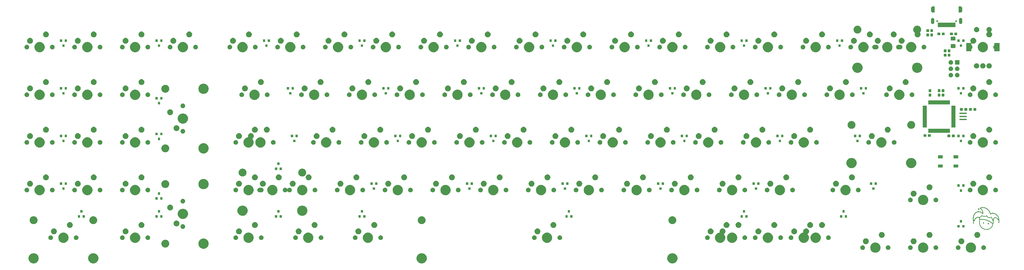
<source format=gbr>
G04 #@! TF.GenerationSoftware,KiCad,Pcbnew,(5.1.4)-1*
G04 #@! TF.CreationDate,2020-08-22T23:48:37-07:00*
G04 #@! TF.ProjectId,Southpaw,536f7574-6870-4617-972e-6b696361645f,rev?*
G04 #@! TF.SameCoordinates,Original*
G04 #@! TF.FileFunction,Soldermask,Bot*
G04 #@! TF.FilePolarity,Negative*
%FSLAX46Y46*%
G04 Gerber Fmt 4.6, Leading zero omitted, Abs format (unit mm)*
G04 Created by KiCad (PCBNEW (5.1.4)-1) date 2020-08-22 23:48:37*
%MOMM*%
%LPD*%
G04 APERTURE LIST*
%ADD10C,0.100000*%
G04 APERTURE END LIST*
D10*
G36*
X398061787Y-82998907D02*
G01*
X398018962Y-83005577D01*
X397983780Y-83018502D01*
X397952210Y-83039277D01*
X397920220Y-83069494D01*
X397913059Y-83077201D01*
X397875821Y-83125745D01*
X397852646Y-83176071D01*
X397842145Y-83232051D01*
X397841593Y-83276654D01*
X397848971Y-83335964D01*
X397866727Y-83386047D01*
X397896790Y-83431271D01*
X397921756Y-83458102D01*
X397969271Y-83493847D01*
X398025738Y-83518714D01*
X398087471Y-83531645D01*
X398150785Y-83531587D01*
X398169082Y-83528960D01*
X398198452Y-83521680D01*
X398226190Y-83511638D01*
X398232359Y-83508709D01*
X398265438Y-83486661D01*
X398300568Y-83455311D01*
X398332734Y-83419714D01*
X398356920Y-83384931D01*
X398359157Y-83380845D01*
X398369160Y-83360131D01*
X398375439Y-83340833D01*
X398378833Y-83318188D01*
X398380185Y-83287431D01*
X398380366Y-83260649D01*
X398378387Y-83209507D01*
X398371150Y-83169083D01*
X398356716Y-83134437D01*
X398333146Y-83100630D01*
X398305521Y-83069943D01*
X398274587Y-83039928D01*
X398246740Y-83019284D01*
X398217691Y-83006356D01*
X398183149Y-82999487D01*
X398138825Y-82997021D01*
X398116289Y-82996900D01*
X398061787Y-82998907D01*
G37*
G36*
X402185605Y-82461937D02*
G01*
X402128891Y-82485398D01*
X402078928Y-82521012D01*
X402038245Y-82567530D01*
X402019832Y-82599150D01*
X402008664Y-82624186D01*
X402001962Y-82646900D01*
X401998639Y-82673029D01*
X401997607Y-82708310D01*
X401997580Y-82716477D01*
X401998209Y-82753946D01*
X402000908Y-82781174D01*
X402006766Y-82803894D01*
X402016875Y-82827841D01*
X402019967Y-82834230D01*
X402054171Y-82886517D01*
X402099354Y-82927511D01*
X402154149Y-82956039D01*
X402167580Y-82960595D01*
X402219244Y-82971805D01*
X402273706Y-82975567D01*
X402324929Y-82971790D01*
X402359043Y-82963451D01*
X402387923Y-82948149D01*
X402420540Y-82923106D01*
X402452600Y-82892424D01*
X402479808Y-82860204D01*
X402497636Y-82831067D01*
X402505691Y-82808957D01*
X402510592Y-82783013D01*
X402512951Y-82748786D01*
X402513420Y-82716477D01*
X402510712Y-82659292D01*
X402501462Y-82613458D01*
X402484212Y-82575151D01*
X402457508Y-82540549D01*
X402439778Y-82523095D01*
X402406108Y-82494818D01*
X402375139Y-82476102D01*
X402340192Y-82463538D01*
X402309172Y-82456458D01*
X402246542Y-82451874D01*
X402185605Y-82461937D01*
G37*
G36*
X392082741Y-82730471D02*
G01*
X392036753Y-82746890D01*
X391988257Y-82778565D01*
X391945530Y-82821445D01*
X391912726Y-82870964D01*
X391902036Y-82894921D01*
X391888925Y-82951406D01*
X391890278Y-83009033D01*
X391904974Y-83065286D01*
X391931896Y-83117648D01*
X391969925Y-83163604D01*
X392017942Y-83200636D01*
X392044079Y-83214443D01*
X392087799Y-83229400D01*
X392134825Y-83237148D01*
X392179497Y-83237187D01*
X392214867Y-83229526D01*
X392272343Y-83203311D01*
X392316575Y-83173276D01*
X392350251Y-83137136D01*
X392376059Y-83092610D01*
X392376065Y-83092596D01*
X392388307Y-83053448D01*
X392394756Y-83005588D01*
X392395377Y-82954762D01*
X392390132Y-82906713D01*
X392378987Y-82867186D01*
X392377493Y-82863809D01*
X392347113Y-82816169D01*
X392304284Y-82775247D01*
X392255135Y-82745452D01*
X392200466Y-82727945D01*
X392141302Y-82722963D01*
X392082741Y-82730471D01*
G37*
G36*
X394167361Y-77158089D02*
G01*
X394136700Y-77163447D01*
X394106993Y-77174123D01*
X394100641Y-77176963D01*
X394042630Y-77212141D01*
X393994170Y-77259563D01*
X393957055Y-77317473D01*
X393956978Y-77317628D01*
X393943746Y-77346324D01*
X393935947Y-77370048D01*
X393932208Y-77395247D01*
X393931150Y-77428363D01*
X393931144Y-77438647D01*
X393936647Y-77501737D01*
X393953870Y-77556500D01*
X393984403Y-77607004D01*
X394007957Y-77634994D01*
X394041598Y-77667305D01*
X394075831Y-77690112D01*
X394114569Y-77704993D01*
X394161720Y-77713527D01*
X394211059Y-77716958D01*
X394250100Y-77718213D01*
X394277602Y-77718034D01*
X394298012Y-77715714D01*
X394315779Y-77710546D01*
X394335353Y-77701823D01*
X394348947Y-77695026D01*
X394401934Y-77659773D01*
X394444457Y-77614361D01*
X394475938Y-77561218D01*
X394495797Y-77502772D01*
X394503456Y-77441452D01*
X394498336Y-77379686D01*
X394479857Y-77319903D01*
X394450566Y-77268749D01*
X394408037Y-77221827D01*
X394357591Y-77187882D01*
X394298255Y-77166467D01*
X394229053Y-77157132D01*
X394206407Y-77156621D01*
X394167361Y-77158089D01*
G37*
G36*
X395621852Y-76673074D02*
G01*
X395552704Y-76676532D01*
X395536980Y-76677804D01*
X395442225Y-76688255D01*
X395347312Y-76702550D01*
X395254496Y-76720116D01*
X395166035Y-76740378D01*
X395084185Y-76762765D01*
X395011202Y-76786702D01*
X394949343Y-76811617D01*
X394900864Y-76836936D01*
X394894413Y-76841043D01*
X394827579Y-76892826D01*
X394771059Y-76952695D01*
X394726046Y-77018660D01*
X394693729Y-77088730D01*
X394675300Y-77160916D01*
X394671302Y-77213836D01*
X394671803Y-77226241D01*
X394674790Y-77235922D01*
X394682639Y-77244896D01*
X394697726Y-77255181D01*
X394722425Y-77268794D01*
X394757197Y-77286767D01*
X394851950Y-77339331D01*
X394946563Y-77399275D01*
X395038827Y-77464777D01*
X395126530Y-77534015D01*
X395207462Y-77605169D01*
X395279413Y-77676416D01*
X395340172Y-77745934D01*
X395379713Y-77799798D01*
X395420724Y-77866985D01*
X395463534Y-77946951D01*
X395506850Y-78036775D01*
X395549381Y-78133533D01*
X395589832Y-78234301D01*
X395626912Y-78336156D01*
X395655345Y-78423125D01*
X395677226Y-78497395D01*
X395697224Y-78571646D01*
X395715056Y-78644259D01*
X395730439Y-78713615D01*
X395743090Y-78778093D01*
X395752724Y-78836073D01*
X395759060Y-78885937D01*
X395761813Y-78926064D01*
X395760700Y-78954836D01*
X395755438Y-78970631D01*
X395751544Y-78973094D01*
X395741556Y-78968998D01*
X395721857Y-78956141D01*
X395694833Y-78936245D01*
X395662866Y-78911032D01*
X395643510Y-78895077D01*
X395499140Y-78784560D01*
X395345324Y-78686454D01*
X395183157Y-78601125D01*
X395013730Y-78528937D01*
X394838138Y-78470255D01*
X394657472Y-78425444D01*
X394472825Y-78394870D01*
X394285292Y-78378898D01*
X394095964Y-78377891D01*
X394095022Y-78377924D01*
X393914617Y-78391325D01*
X393741865Y-78418693D01*
X393576326Y-78460219D01*
X393417556Y-78516096D01*
X393265116Y-78586514D01*
X393118561Y-78671665D01*
X392977452Y-78771742D01*
X392841346Y-78886936D01*
X392773994Y-78951292D01*
X392664729Y-79065436D01*
X392566684Y-79180253D01*
X392478047Y-79298455D01*
X392397005Y-79422753D01*
X392321743Y-79555858D01*
X392250450Y-79700483D01*
X392205849Y-79800850D01*
X392144019Y-79957717D01*
X392087079Y-80127061D01*
X392035729Y-80305911D01*
X391990670Y-80491295D01*
X391952603Y-80680244D01*
X391922229Y-80869786D01*
X391900247Y-81056950D01*
X391894806Y-81119574D01*
X391887871Y-81240465D01*
X391885482Y-81366094D01*
X391887414Y-81494344D01*
X391893447Y-81623099D01*
X391903356Y-81750244D01*
X391916919Y-81873662D01*
X391933914Y-81991237D01*
X391954117Y-82100854D01*
X391977305Y-82200396D01*
X392003257Y-82287747D01*
X392023485Y-82341801D01*
X392054797Y-82401634D01*
X392093223Y-82449611D01*
X392137331Y-82485015D01*
X392185687Y-82507127D01*
X392236858Y-82515229D01*
X392289409Y-82508603D01*
X392327538Y-82494190D01*
X392361697Y-82475612D01*
X392391680Y-82454558D01*
X392418768Y-82429224D01*
X392444241Y-82397805D01*
X392469380Y-82358496D01*
X392495464Y-82309493D01*
X392523774Y-82248990D01*
X392555591Y-82175183D01*
X392558122Y-82169137D01*
X392602260Y-82067571D01*
X392650533Y-81963667D01*
X392701251Y-81860730D01*
X392752720Y-81762069D01*
X392803249Y-81670992D01*
X392851147Y-81590804D01*
X392865543Y-81568138D01*
X392945961Y-81453421D01*
X393034737Y-81344498D01*
X393130387Y-81242540D01*
X393231423Y-81148717D01*
X393336360Y-81064201D01*
X393443714Y-80990161D01*
X393551998Y-80927769D01*
X393659727Y-80878193D01*
X393765415Y-80842606D01*
X393796151Y-80834913D01*
X393849558Y-80825817D01*
X393910264Y-80820636D01*
X393973642Y-80819334D01*
X394035065Y-80821872D01*
X394089906Y-80828215D01*
X394131366Y-80837625D01*
X394207128Y-80869283D01*
X394273145Y-80913578D01*
X394329449Y-80970546D01*
X394376069Y-81040223D01*
X394413035Y-81122643D01*
X394434626Y-81193569D01*
X394446348Y-81243101D01*
X394455657Y-81290486D01*
X394462806Y-81338497D01*
X394468043Y-81389910D01*
X394471620Y-81447498D01*
X394473787Y-81514034D01*
X394474795Y-81592293D01*
X394474945Y-81640138D01*
X394474933Y-81705708D01*
X394474667Y-81758137D01*
X394473934Y-81800290D01*
X394472524Y-81835031D01*
X394470226Y-81865225D01*
X394466830Y-81893736D01*
X394462124Y-81923428D01*
X394455899Y-81957165D01*
X394449041Y-81992249D01*
X394437259Y-82052864D01*
X394427815Y-82104430D01*
X394420404Y-82150054D01*
X394414724Y-82192843D01*
X394410470Y-82235905D01*
X394407339Y-82282347D01*
X394405027Y-82335277D01*
X394403231Y-82397802D01*
X394401646Y-82473029D01*
X394401547Y-82478246D01*
X394400855Y-82650467D01*
X394405886Y-82811836D01*
X394417112Y-82966621D01*
X394435002Y-83119087D01*
X394460027Y-83273503D01*
X394492657Y-83434135D01*
X394519749Y-83550402D01*
X394568439Y-83735754D01*
X394620959Y-83906783D01*
X394678070Y-84064872D01*
X394740535Y-84211406D01*
X394809117Y-84347770D01*
X394884577Y-84475349D01*
X394967678Y-84595527D01*
X395059183Y-84709688D01*
X395159853Y-84819217D01*
X395270451Y-84925499D01*
X395283181Y-84936984D01*
X395447574Y-85074631D01*
X395620637Y-85200832D01*
X395801175Y-85315059D01*
X395987992Y-85416783D01*
X396179894Y-85505474D01*
X396375684Y-85580602D01*
X396574167Y-85641638D01*
X396774148Y-85688054D01*
X396974431Y-85719319D01*
X397071559Y-85728888D01*
X397114176Y-85731419D01*
X397169082Y-85733405D01*
X397232567Y-85734822D01*
X397300923Y-85735647D01*
X397370441Y-85735856D01*
X397437414Y-85735426D01*
X397498132Y-85734333D01*
X397548887Y-85732555D01*
X397560114Y-85731970D01*
X397662689Y-85722885D01*
X397775412Y-85707115D01*
X397894314Y-85685513D01*
X398015425Y-85658933D01*
X398134774Y-85628228D01*
X398248391Y-85594252D01*
X398328356Y-85566808D01*
X398514844Y-85490350D01*
X398692083Y-85400936D01*
X398859712Y-85298917D01*
X399017370Y-85184647D01*
X399164695Y-85058478D01*
X399301328Y-84920765D01*
X399426907Y-84771859D01*
X399541071Y-84612113D01*
X399643460Y-84441881D01*
X399733712Y-84261515D01*
X399784063Y-84143127D01*
X399817402Y-84054038D01*
X399849589Y-83958051D01*
X399879496Y-83859167D01*
X399905995Y-83761387D01*
X399927957Y-83668715D01*
X399944253Y-83585151D01*
X399947910Y-83562182D01*
X399953936Y-83525643D01*
X399960894Y-83493644D01*
X399970016Y-83462560D01*
X399982537Y-83428770D01*
X399999689Y-83388651D01*
X400006327Y-83374210D01*
X399723080Y-83374210D01*
X399705260Y-83477480D01*
X399673656Y-83638121D01*
X399635765Y-83787713D01*
X399590220Y-83930438D01*
X399535656Y-84070475D01*
X399470709Y-84212005D01*
X399455281Y-84242985D01*
X399406696Y-84333115D01*
X399350420Y-84427096D01*
X399289565Y-84520171D01*
X399227241Y-84607587D01*
X399166561Y-84684587D01*
X399165406Y-84685964D01*
X399060273Y-84800607D01*
X398942336Y-84910281D01*
X398814580Y-85012634D01*
X398679989Y-85105316D01*
X398541549Y-85185976D01*
X398509319Y-85202660D01*
X398376395Y-85264387D01*
X398235479Y-85319783D01*
X398089979Y-85367877D01*
X397943303Y-85407698D01*
X397798861Y-85438275D01*
X397660061Y-85458637D01*
X397588122Y-85465079D01*
X397541353Y-85467226D01*
X397481872Y-85468411D01*
X397412941Y-85468681D01*
X397337822Y-85468085D01*
X397259777Y-85466671D01*
X397182067Y-85464486D01*
X397107954Y-85461579D01*
X397040701Y-85457997D01*
X397021590Y-85456746D01*
X396903132Y-85443523D01*
X396775636Y-85419959D01*
X396641594Y-85386817D01*
X396503495Y-85344858D01*
X396363831Y-85294844D01*
X396225092Y-85237537D01*
X396089769Y-85173699D01*
X396079647Y-85168578D01*
X395923982Y-85083066D01*
X395773935Y-84988060D01*
X395631062Y-84884890D01*
X395496920Y-84774887D01*
X395373064Y-84659384D01*
X395261051Y-84539711D01*
X395162437Y-84417200D01*
X395104881Y-84334569D01*
X395042357Y-84229208D01*
X394982730Y-84109761D01*
X394926510Y-83977966D01*
X394874207Y-83835561D01*
X394826329Y-83684287D01*
X394783386Y-83525881D01*
X394745887Y-83362083D01*
X394714341Y-83194632D01*
X394689258Y-83025267D01*
X394671146Y-82855726D01*
X394670873Y-82852520D01*
X394667011Y-82794360D01*
X394664236Y-82726203D01*
X394662531Y-82651242D01*
X394661878Y-82572668D01*
X394662258Y-82493673D01*
X394663652Y-82417448D01*
X394666044Y-82347185D01*
X394669414Y-82286077D01*
X394673744Y-82237313D01*
X394674416Y-82231731D01*
X394678812Y-82198543D01*
X394684717Y-82156669D01*
X394691761Y-82108484D01*
X394699572Y-82056363D01*
X394707779Y-82002683D01*
X394716011Y-81949818D01*
X394723898Y-81900145D01*
X394731067Y-81856038D01*
X394737149Y-81819873D01*
X394741772Y-81794026D01*
X394744565Y-81780871D01*
X394745015Y-81779727D01*
X394755111Y-81776138D01*
X394778110Y-81771008D01*
X394811040Y-81764839D01*
X394850930Y-81758129D01*
X394894808Y-81751379D01*
X394939703Y-81745086D01*
X394982642Y-81739752D01*
X394983302Y-81739677D01*
X395042441Y-81734214D01*
X395114310Y-81729660D01*
X395195656Y-81726070D01*
X395283228Y-81723501D01*
X395373772Y-81722008D01*
X395464036Y-81721650D01*
X395550768Y-81722481D01*
X395630716Y-81724559D01*
X395691525Y-81727384D01*
X396018145Y-81754367D01*
X396340378Y-81796618D01*
X396658013Y-81854089D01*
X396970837Y-81926734D01*
X397278640Y-82014508D01*
X397581211Y-82117365D01*
X397724046Y-82171890D01*
X397843141Y-82219669D01*
X397953803Y-82265615D01*
X398058245Y-82310831D01*
X398158681Y-82356422D01*
X398257323Y-82403491D01*
X398356385Y-82453142D01*
X398458079Y-82506480D01*
X398564620Y-82564607D01*
X398678219Y-82628628D01*
X398801090Y-82699646D01*
X398907076Y-82761960D01*
X399019466Y-82831127D01*
X399135583Y-82907570D01*
X399252351Y-82989023D01*
X399366693Y-83073223D01*
X399475534Y-83157903D01*
X399575796Y-83240799D01*
X399663919Y-83319196D01*
X399723080Y-83374210D01*
X400006327Y-83374210D01*
X400022707Y-83338580D01*
X400027605Y-83328153D01*
X400084667Y-83189852D01*
X400126670Y-83048679D01*
X400154301Y-82902164D01*
X400160770Y-82848519D01*
X400164458Y-82799584D01*
X400166931Y-82737743D01*
X400168208Y-82666048D01*
X400168309Y-82587550D01*
X400167427Y-82518847D01*
X399901963Y-82518847D01*
X399901783Y-82615714D01*
X399897983Y-82713700D01*
X399890824Y-82809903D01*
X399880568Y-82901420D01*
X399867475Y-82985350D01*
X399851808Y-83058790D01*
X399836610Y-83110947D01*
X399832079Y-83116475D01*
X399823192Y-83115241D01*
X399808223Y-83106171D01*
X399785443Y-83088193D01*
X399753127Y-83060235D01*
X399748803Y-83056404D01*
X399679049Y-82995262D01*
X399616811Y-82942493D01*
X399558371Y-82895068D01*
X399500013Y-82849957D01*
X399450488Y-82813205D01*
X399322780Y-82723276D01*
X399182314Y-82630446D01*
X399031725Y-82536197D01*
X398873646Y-82442010D01*
X398710713Y-82349367D01*
X398545560Y-82259749D01*
X398380822Y-82174639D01*
X398219134Y-82095519D01*
X398063131Y-82023869D01*
X397991905Y-81992933D01*
X397685455Y-81871169D01*
X397374097Y-81764590D01*
X397058318Y-81673311D01*
X396738605Y-81597447D01*
X396415445Y-81537114D01*
X396089324Y-81492427D01*
X395763102Y-81463654D01*
X395654260Y-81458461D01*
X395534912Y-81455926D01*
X395408721Y-81455939D01*
X395279344Y-81458390D01*
X395150443Y-81463170D01*
X395025677Y-81470169D01*
X394908705Y-81479279D01*
X394803189Y-81490388D01*
X394782503Y-81493007D01*
X394745757Y-81497819D01*
X394740949Y-81402195D01*
X394729987Y-81292311D01*
X394708204Y-81174988D01*
X394676420Y-81053772D01*
X394635456Y-80932209D01*
X394627470Y-80911334D01*
X394626208Y-80904611D01*
X394629539Y-80898430D01*
X394639552Y-80891726D01*
X394658334Y-80883432D01*
X394687973Y-80872480D01*
X394730555Y-80857805D01*
X394735539Y-80856115D01*
X394789220Y-80836169D01*
X394847213Y-80811643D01*
X394905734Y-80784392D01*
X394961000Y-80756271D01*
X395009227Y-80729133D01*
X395046630Y-80704833D01*
X395051323Y-80701359D01*
X395117460Y-80646499D01*
X395186041Y-80581123D01*
X395253585Y-80509089D01*
X395316609Y-80434257D01*
X395371631Y-80360487D01*
X395404627Y-80309719D01*
X395424908Y-80277056D01*
X395442784Y-80250091D01*
X395456434Y-80231450D01*
X395464032Y-80223758D01*
X395464382Y-80223692D01*
X395473636Y-80226476D01*
X395495824Y-80234334D01*
X395528968Y-80246530D01*
X395571088Y-80262328D01*
X395620208Y-80280991D01*
X395674348Y-80301782D01*
X395681940Y-80304714D01*
X395804031Y-80351079D01*
X395913552Y-80390779D01*
X396012281Y-80424247D01*
X396101993Y-80451916D01*
X396184465Y-80474218D01*
X396261472Y-80491586D01*
X396334792Y-80504452D01*
X396406201Y-80513249D01*
X396477474Y-80518409D01*
X396550389Y-80520365D01*
X396567642Y-80520407D01*
X396717021Y-80512864D01*
X396866158Y-80490589D01*
X397016115Y-80453339D01*
X397167952Y-80400874D01*
X397259145Y-80362552D01*
X397294890Y-80346581D01*
X397327726Y-80331937D01*
X397353369Y-80320529D01*
X397365102Y-80315334D01*
X397390159Y-80304297D01*
X397468690Y-80410041D01*
X397564389Y-80528717D01*
X397668296Y-80638685D01*
X397778879Y-80738792D01*
X397894607Y-80827891D01*
X398013950Y-80904829D01*
X398135377Y-80968456D01*
X398257357Y-81017623D01*
X398292344Y-81028930D01*
X398322221Y-81037582D01*
X398348319Y-81043653D01*
X398374703Y-81047609D01*
X398405439Y-81049917D01*
X398444592Y-81051042D01*
X398488406Y-81051421D01*
X398539909Y-81051291D01*
X398579510Y-81050141D01*
X398611299Y-81047587D01*
X398639365Y-81043248D01*
X398667800Y-81036740D01*
X398680077Y-81033475D01*
X398738171Y-81016283D01*
X398797953Y-80995764D01*
X398862112Y-80970848D01*
X398933336Y-80940462D01*
X399014313Y-80903535D01*
X399059005Y-80882425D01*
X399105969Y-80860414D01*
X399148598Y-80841157D01*
X399184613Y-80825627D01*
X399211734Y-80814793D01*
X399227682Y-80809628D01*
X399230444Y-80809371D01*
X399234670Y-80811528D01*
X399239552Y-80817305D01*
X399245611Y-80828022D01*
X399253370Y-80844999D01*
X399263349Y-80869557D01*
X399276071Y-80903015D01*
X399292056Y-80946694D01*
X399311825Y-81001913D01*
X399335901Y-81069993D01*
X399356287Y-81127977D01*
X399406305Y-81266418D01*
X399458060Y-81402007D01*
X399510851Y-81533180D01*
X399563973Y-81658372D01*
X399616725Y-81776020D01*
X399668401Y-81884559D01*
X399718300Y-81982425D01*
X399765718Y-82068054D01*
X399809952Y-82139881D01*
X399813832Y-82145734D01*
X399836486Y-82180641D01*
X399856450Y-82213193D01*
X399871616Y-82239835D01*
X399879878Y-82257010D01*
X399880038Y-82257458D01*
X399883538Y-82273942D01*
X399887517Y-82303211D01*
X399891629Y-82342067D01*
X399895527Y-82387311D01*
X399898262Y-82426003D01*
X399901963Y-82518847D01*
X400167427Y-82518847D01*
X400167253Y-82505301D01*
X400165060Y-82422353D01*
X400161750Y-82341757D01*
X400157341Y-82266565D01*
X400157019Y-82261972D01*
X400148959Y-82139717D01*
X400143290Y-82031662D01*
X400140188Y-81936153D01*
X400139828Y-81851539D01*
X400142387Y-81776167D01*
X400148040Y-81708387D01*
X400156963Y-81646544D01*
X400169331Y-81588988D01*
X400185322Y-81534066D01*
X400205110Y-81480127D01*
X400228871Y-81425517D01*
X400250862Y-81380231D01*
X400303747Y-81290540D01*
X400367577Y-81208167D01*
X400440188Y-81135341D01*
X400519416Y-81074290D01*
X400585407Y-81035777D01*
X400656220Y-81004396D01*
X400723186Y-80984488D01*
X400791982Y-80974660D01*
X400841147Y-80973020D01*
X400882450Y-80973689D01*
X400914005Y-80976181D01*
X400942054Y-80981554D01*
X400972834Y-80990867D01*
X400997167Y-80999501D01*
X401124944Y-81053364D01*
X401250388Y-81120954D01*
X401374284Y-81202800D01*
X401497420Y-81299434D01*
X401620582Y-81411387D01*
X401649610Y-81439973D01*
X401745530Y-81540927D01*
X401834934Y-81646087D01*
X401919749Y-81758063D01*
X402001899Y-81879465D01*
X402083307Y-82012905D01*
X402121696Y-82080227D01*
X402157849Y-82144213D01*
X402187895Y-82195378D01*
X402213065Y-82235123D01*
X402234590Y-82264849D01*
X402253701Y-82285957D01*
X402271631Y-82299850D01*
X402289610Y-82307928D01*
X402308870Y-82311593D01*
X402325615Y-82312290D01*
X402359021Y-82308045D01*
X402387246Y-82294905D01*
X402410355Y-82272269D01*
X402428413Y-82239533D01*
X402441485Y-82196093D01*
X402449637Y-82141347D01*
X402452933Y-82074691D01*
X402451440Y-81995522D01*
X402445221Y-81903236D01*
X402434343Y-81797230D01*
X402418871Y-81676901D01*
X402404781Y-81580120D01*
X402404650Y-81579321D01*
X402137457Y-81579321D01*
X402136021Y-81591358D01*
X402134829Y-81592123D01*
X402128380Y-81586182D01*
X402113893Y-81569799D01*
X402093199Y-81545135D01*
X402068124Y-81514349D01*
X402053487Y-81496040D01*
X401948997Y-81370744D01*
X401844271Y-81258281D01*
X401736182Y-81155741D01*
X401621606Y-81060215D01*
X401497418Y-80968794D01*
X401458969Y-80942505D01*
X401367889Y-80884821D01*
X401275311Y-80832992D01*
X401184298Y-80788516D01*
X401097915Y-80752892D01*
X401019229Y-80727616D01*
X401019211Y-80727611D01*
X400916949Y-80708578D01*
X400812786Y-80704697D01*
X400708028Y-80715437D01*
X400603983Y-80740270D01*
X400501957Y-80778668D01*
X400403258Y-80830101D01*
X400309192Y-80894040D01*
X400221068Y-80969955D01*
X400140191Y-81057319D01*
X400109962Y-81095617D01*
X400043955Y-81194034D01*
X399988001Y-81301120D01*
X399941445Y-81418409D01*
X399903630Y-81547436D01*
X399888781Y-81612130D01*
X399866795Y-81716162D01*
X399838955Y-81656144D01*
X399812789Y-81597443D01*
X399782586Y-81525721D01*
X399749193Y-81443195D01*
X399713458Y-81352086D01*
X399676226Y-81254612D01*
X399638347Y-81152992D01*
X399600666Y-81049447D01*
X399564032Y-80946194D01*
X399529291Y-80845453D01*
X399527982Y-80841595D01*
X399509867Y-80788627D01*
X399492802Y-80739619D01*
X399477646Y-80696970D01*
X399465257Y-80663078D01*
X399456496Y-80640342D01*
X399453055Y-80632488D01*
X399421135Y-80585398D01*
X399381426Y-80551649D01*
X399334948Y-80531910D01*
X399291615Y-80526645D01*
X399260900Y-80528843D01*
X399225903Y-80535890D01*
X399184568Y-80548468D01*
X399134839Y-80567258D01*
X399074663Y-80592942D01*
X399028576Y-80613837D01*
X398979246Y-80636586D01*
X398925170Y-80661513D01*
X398872531Y-80685769D01*
X398827515Y-80706503D01*
X398823012Y-80708576D01*
X398762214Y-80736115D01*
X398712578Y-80757220D01*
X398671007Y-80772725D01*
X398634404Y-80783466D01*
X398599672Y-80790278D01*
X398563714Y-80793997D01*
X398523435Y-80795459D01*
X398500410Y-80795604D01*
X398441905Y-80794253D01*
X398392233Y-80789416D01*
X398346705Y-80779908D01*
X398300634Y-80764543D01*
X398249335Y-80742138D01*
X398207807Y-80721632D01*
X398116767Y-80671328D01*
X398031673Y-80615677D01*
X397950668Y-80553009D01*
X397871890Y-80481653D01*
X397793480Y-80399937D01*
X397713578Y-80306191D01*
X397639250Y-80210678D01*
X397607296Y-80168383D01*
X397577175Y-80129022D01*
X397550698Y-80094923D01*
X397529675Y-80068410D01*
X397515916Y-80051811D01*
X397513747Y-80049402D01*
X397478952Y-80022930D01*
X397437998Y-80010860D01*
X397391633Y-80013156D01*
X397340604Y-80029781D01*
X397285971Y-80060489D01*
X397218692Y-80100414D01*
X397138835Y-80139054D01*
X397049828Y-80175082D01*
X396955097Y-80207174D01*
X396858069Y-80234003D01*
X396808048Y-80245392D01*
X396761517Y-80254482D01*
X396720390Y-80260643D01*
X396679104Y-80264407D01*
X396632099Y-80266305D01*
X396583806Y-80266849D01*
X396519124Y-80265711D01*
X396455802Y-80261569D01*
X396392113Y-80253988D01*
X396326331Y-80242528D01*
X396256730Y-80226753D01*
X396181584Y-80206223D01*
X396099166Y-80180501D01*
X396007751Y-80149148D01*
X395905611Y-80111728D01*
X395791021Y-80067801D01*
X395775658Y-80061800D01*
X395694704Y-80030472D01*
X395626790Y-80005090D01*
X395570271Y-79985236D01*
X395523500Y-79970490D01*
X395484833Y-79960433D01*
X395452626Y-79954645D01*
X395425232Y-79952708D01*
X395401008Y-79954200D01*
X395378308Y-79958704D01*
X395374902Y-79959622D01*
X395350499Y-79969570D01*
X395325451Y-79986740D01*
X395298414Y-80012567D01*
X395268041Y-80048485D01*
X395232986Y-80095926D01*
X395195775Y-80150485D01*
X395129412Y-80245448D01*
X395064838Y-80326619D01*
X394999755Y-80395682D01*
X394931865Y-80454321D01*
X394858870Y-80504219D01*
X394778473Y-80547060D01*
X394688375Y-80584526D01*
X394586278Y-80618302D01*
X394538456Y-80632016D01*
X394422957Y-80663892D01*
X394345017Y-80624785D01*
X394266097Y-80588962D01*
X394190765Y-80563346D01*
X394114981Y-80547197D01*
X394034709Y-80539771D01*
X393945911Y-80540327D01*
X393900515Y-80543102D01*
X393793774Y-80554367D01*
X393697176Y-80571954D01*
X393605647Y-80597220D01*
X393514115Y-80631523D01*
X393434814Y-80667678D01*
X393338372Y-80719450D01*
X393238697Y-80781693D01*
X393139308Y-80851736D01*
X393043726Y-80926908D01*
X392955471Y-81004540D01*
X392878061Y-81081961D01*
X392855029Y-81107542D01*
X392740874Y-81248393D01*
X392631784Y-81403519D01*
X392528426Y-81571809D01*
X392431467Y-81752148D01*
X392341573Y-81943424D01*
X392310440Y-82016257D01*
X392294850Y-82053486D01*
X392281316Y-82085417D01*
X392271091Y-82109123D01*
X392265426Y-82121677D01*
X392264881Y-82122713D01*
X392255934Y-82127416D01*
X392245712Y-82119289D01*
X392237326Y-82100895D01*
X392237014Y-82099762D01*
X392230715Y-82070772D01*
X392223643Y-82029041D01*
X392216206Y-81977790D01*
X392208810Y-81920238D01*
X392201860Y-81859608D01*
X392195764Y-81799118D01*
X392190927Y-81741990D01*
X392189704Y-81724829D01*
X392186808Y-81668717D01*
X392184844Y-81602233D01*
X392183769Y-81528025D01*
X392183540Y-81448744D01*
X392184114Y-81367039D01*
X392185448Y-81285560D01*
X392187500Y-81206958D01*
X392190227Y-81133882D01*
X392193586Y-81068982D01*
X392197534Y-81014908D01*
X392201798Y-80975929D01*
X392232415Y-80782641D01*
X392269200Y-80594746D01*
X392311686Y-80413907D01*
X392359405Y-80241786D01*
X392411890Y-80080046D01*
X392468673Y-79930348D01*
X392529286Y-79794356D01*
X392540523Y-79771550D01*
X392630948Y-79605440D01*
X392729328Y-79452856D01*
X392836245Y-79313122D01*
X392952278Y-79185558D01*
X393078008Y-79069488D01*
X393214017Y-78964233D01*
X393258096Y-78933869D01*
X393392718Y-78853084D01*
X393536191Y-78784897D01*
X393686486Y-78730171D01*
X393824341Y-78693483D01*
X393849330Y-78688193D01*
X393872542Y-78684032D01*
X393896329Y-78680868D01*
X393923044Y-78678569D01*
X393955041Y-78677003D01*
X393994671Y-78676039D01*
X394044287Y-78675544D01*
X394106243Y-78675388D01*
X394147039Y-78675398D01*
X394226760Y-78675862D01*
X394299288Y-78677077D01*
X394362593Y-78678977D01*
X394414645Y-78681495D01*
X394453414Y-78684566D01*
X394463138Y-78685714D01*
X394590759Y-78707529D01*
X394720780Y-78738834D01*
X394850534Y-78778562D01*
X394977357Y-78825647D01*
X395098581Y-78879025D01*
X395211540Y-78937628D01*
X395313567Y-79000392D01*
X395389391Y-79055965D01*
X395448606Y-79104824D01*
X395507741Y-79156149D01*
X395564455Y-79207735D01*
X395616409Y-79257378D01*
X395661260Y-79302872D01*
X395696669Y-79342013D01*
X395708940Y-79357018D01*
X395751116Y-79407019D01*
X395790403Y-79445790D01*
X395825661Y-79472397D01*
X395855752Y-79485904D01*
X395867695Y-79487460D01*
X395886921Y-79484311D01*
X395905123Y-79472895D01*
X395923586Y-79454410D01*
X395960111Y-79402787D01*
X395988732Y-79338096D01*
X396009461Y-79261178D01*
X396022312Y-79172875D01*
X396027296Y-79074028D01*
X396024427Y-78965478D01*
X396013718Y-78848068D01*
X395995182Y-78722638D01*
X395968831Y-78590030D01*
X395934678Y-78451085D01*
X395906785Y-78352678D01*
X395877456Y-78259575D01*
X395846068Y-78170925D01*
X395810913Y-78082466D01*
X395770286Y-77989933D01*
X395722479Y-77889065D01*
X395715567Y-77874953D01*
X395673274Y-77791157D01*
X395634391Y-77719588D01*
X395596961Y-77657396D01*
X395559025Y-77601730D01*
X395518626Y-77549740D01*
X395473806Y-77498574D01*
X395422608Y-77445381D01*
X395416015Y-77438800D01*
X395350122Y-77375295D01*
X395290150Y-77322273D01*
X395232766Y-77277162D01*
X395174635Y-77237386D01*
X395112422Y-77200374D01*
X395093804Y-77190148D01*
X395061417Y-77171716D01*
X395035005Y-77154929D01*
X395017373Y-77141692D01*
X395011311Y-77134131D01*
X395018582Y-77123914D01*
X395038772Y-77110295D01*
X395069442Y-77094385D01*
X395108154Y-77077294D01*
X395152470Y-77060132D01*
X395199953Y-77044009D01*
X395227379Y-77035743D01*
X395389165Y-76997460D01*
X395558116Y-76973156D01*
X395733689Y-76962785D01*
X395915340Y-76966299D01*
X396102526Y-76983653D01*
X396294704Y-77014800D01*
X396491329Y-77059691D01*
X396691859Y-77118282D01*
X396857400Y-77175984D01*
X397031915Y-77246254D01*
X397193221Y-77322214D01*
X397343554Y-77405354D01*
X397485148Y-77497163D01*
X397620239Y-77599133D01*
X397751062Y-77712755D01*
X397879854Y-77839517D01*
X397926002Y-77888494D01*
X398007631Y-77979577D01*
X398083980Y-78070983D01*
X398155931Y-78164208D01*
X398224367Y-78260747D01*
X398290173Y-78362097D01*
X398354229Y-78469754D01*
X398417420Y-78585214D01*
X398480628Y-78709973D01*
X398544736Y-78845527D01*
X398610628Y-78993372D01*
X398679186Y-79155005D01*
X398692574Y-79187366D01*
X398728824Y-79275193D01*
X398759627Y-79349411D01*
X398785575Y-79411233D01*
X398807262Y-79461873D01*
X398825280Y-79502544D01*
X398840222Y-79534458D01*
X398852681Y-79558828D01*
X398863250Y-79576869D01*
X398872521Y-79589791D01*
X398881088Y-79598809D01*
X398889542Y-79605136D01*
X398898478Y-79609984D01*
X398899314Y-79610383D01*
X398930145Y-79621104D01*
X398960116Y-79622256D01*
X398991835Y-79613060D01*
X399027910Y-79592738D01*
X399070947Y-79560514D01*
X399073514Y-79558425D01*
X399106614Y-79532896D01*
X399148743Y-79502611D01*
X399196270Y-79469973D01*
X399245565Y-79437382D01*
X399292996Y-79407238D01*
X399334933Y-79381942D01*
X399367743Y-79363895D01*
X399367803Y-79363865D01*
X399464914Y-79322866D01*
X399572942Y-79291659D01*
X399690026Y-79270399D01*
X399814304Y-79259240D01*
X399943915Y-79258337D01*
X400076998Y-79267843D01*
X400211692Y-79287914D01*
X400232955Y-79292053D01*
X400379843Y-79329109D01*
X400528741Y-79381420D01*
X400678804Y-79448494D01*
X400829189Y-79529837D01*
X400979049Y-79624956D01*
X401127541Y-79733358D01*
X401273819Y-79854551D01*
X401404346Y-79975586D01*
X401515105Y-80088115D01*
X401612469Y-80197025D01*
X401697808Y-80304701D01*
X401772490Y-80413531D01*
X401837884Y-80525898D01*
X401895361Y-80644190D01*
X401946288Y-80770792D01*
X401992036Y-80908090D01*
X402033974Y-81058469D01*
X402040437Y-81083963D01*
X402057093Y-81152425D01*
X402073038Y-81221610D01*
X402087947Y-81289772D01*
X402101495Y-81355160D01*
X402113358Y-81416028D01*
X402123210Y-81470626D01*
X402130727Y-81517207D01*
X402135585Y-81554021D01*
X402137457Y-81579321D01*
X402404650Y-81579321D01*
X402370824Y-81373532D01*
X402333849Y-81182212D01*
X402293720Y-81005685D01*
X402250301Y-80843474D01*
X402203455Y-80695104D01*
X402153046Y-80560099D01*
X402098940Y-80437983D01*
X402052387Y-80348334D01*
X401967389Y-80209960D01*
X401868049Y-80072596D01*
X401756027Y-79937624D01*
X401632982Y-79806428D01*
X401500574Y-79680391D01*
X401360462Y-79560897D01*
X401214305Y-79449330D01*
X401063762Y-79347072D01*
X400910494Y-79255507D01*
X400756158Y-79176019D01*
X400602415Y-79109991D01*
X400539595Y-79087014D01*
X400390108Y-79041227D01*
X400241534Y-79008254D01*
X400089377Y-78987267D01*
X399944865Y-78977921D01*
X399791264Y-78978502D01*
X399646621Y-78991037D01*
X399508968Y-79015786D01*
X399376686Y-79052892D01*
X399308687Y-79078403D01*
X399238106Y-79109984D01*
X399169821Y-79145165D01*
X399108708Y-79181477D01*
X399070710Y-79207820D01*
X399044714Y-79226038D01*
X399023285Y-79238470D01*
X399009792Y-79243243D01*
X399007696Y-79242843D01*
X399001629Y-79236140D01*
X398992891Y-79221342D01*
X398980974Y-79197326D01*
X398965371Y-79162970D01*
X398945572Y-79117153D01*
X398921071Y-79058753D01*
X398891358Y-78986647D01*
X398888351Y-78979300D01*
X398809729Y-78794417D01*
X398730641Y-78623399D01*
X398649970Y-78464121D01*
X398566593Y-78314458D01*
X398479392Y-78172283D01*
X398402470Y-78057236D01*
X398292691Y-77908549D01*
X398173115Y-77763886D01*
X398046018Y-77625590D01*
X397913677Y-77496000D01*
X397778368Y-77377460D01*
X397642369Y-77272310D01*
X397632136Y-77264980D01*
X397477882Y-77163507D01*
X397310956Y-77069369D01*
X397133260Y-76983284D01*
X396946693Y-76905967D01*
X396753155Y-76838134D01*
X396554547Y-76780500D01*
X396352770Y-76733781D01*
X396149723Y-76698694D01*
X396116754Y-76694142D01*
X396045287Y-76686231D01*
X395963936Y-76679926D01*
X395876808Y-76675341D01*
X395788013Y-76672594D01*
X395701658Y-76671800D01*
X395621852Y-76673074D01*
G37*
G36*
X396070946Y-82738103D02*
G01*
X396034092Y-82747189D01*
X395987011Y-82771438D01*
X395944905Y-82808903D01*
X395909869Y-82857055D01*
X395883996Y-82913367D01*
X395876823Y-82937067D01*
X395870279Y-82992488D01*
X395877777Y-83048721D01*
X395897826Y-83102714D01*
X395928935Y-83151413D01*
X395969615Y-83191766D01*
X396014433Y-83218995D01*
X396043637Y-83227904D01*
X396083220Y-83234433D01*
X396127686Y-83238241D01*
X396171540Y-83238989D01*
X396209287Y-83236336D01*
X396229144Y-83232270D01*
X396258758Y-83217287D01*
X396291137Y-83191390D01*
X396322607Y-83158314D01*
X396349493Y-83121798D01*
X396364198Y-83094929D01*
X396376926Y-83063757D01*
X396384019Y-83035690D01*
X396386988Y-83003297D01*
X396387410Y-82980561D01*
X396386592Y-82944082D01*
X396382879Y-82916805D01*
X396374913Y-82892001D01*
X396365251Y-82870811D01*
X396334091Y-82822867D01*
X396292840Y-82782622D01*
X396245410Y-82753627D01*
X396229058Y-82747130D01*
X396180470Y-82736310D01*
X396125302Y-82733302D01*
X396070946Y-82738103D01*
G37*
G36*
X272640124Y-95188684D02*
G01*
X272858124Y-95278983D01*
X273012273Y-95342833D01*
X273347198Y-95566623D01*
X273632027Y-95851452D01*
X273855817Y-96186377D01*
X273855817Y-96186378D01*
X274009966Y-96558526D01*
X274088550Y-96953594D01*
X274088550Y-97356406D01*
X274009966Y-97751474D01*
X273919667Y-97969474D01*
X273855817Y-98123623D01*
X273632027Y-98458548D01*
X273347198Y-98743377D01*
X273012273Y-98967167D01*
X272858124Y-99031017D01*
X272640124Y-99121316D01*
X272245056Y-99199900D01*
X271842244Y-99199900D01*
X271447176Y-99121316D01*
X271229176Y-99031017D01*
X271075027Y-98967167D01*
X270740102Y-98743377D01*
X270455273Y-98458548D01*
X270231483Y-98123623D01*
X270167633Y-97969474D01*
X270077334Y-97751474D01*
X269998750Y-97356406D01*
X269998750Y-96953594D01*
X270077334Y-96558526D01*
X270231483Y-96186378D01*
X270231483Y-96186377D01*
X270455273Y-95851452D01*
X270740102Y-95566623D01*
X271075027Y-95342833D01*
X271229176Y-95278983D01*
X271447176Y-95188684D01*
X271842244Y-95110100D01*
X272245056Y-95110100D01*
X272640124Y-95188684D01*
X272640124Y-95188684D01*
G37*
G36*
X17852724Y-95188684D02*
G01*
X18070724Y-95278983D01*
X18224873Y-95342833D01*
X18559798Y-95566623D01*
X18844627Y-95851452D01*
X19068417Y-96186377D01*
X19068417Y-96186378D01*
X19222566Y-96558526D01*
X19301150Y-96953594D01*
X19301150Y-97356406D01*
X19222566Y-97751474D01*
X19132267Y-97969474D01*
X19068417Y-98123623D01*
X18844627Y-98458548D01*
X18559798Y-98743377D01*
X18224873Y-98967167D01*
X18070724Y-99031017D01*
X17852724Y-99121316D01*
X17457656Y-99199900D01*
X17054844Y-99199900D01*
X16659776Y-99121316D01*
X16441776Y-99031017D01*
X16287627Y-98967167D01*
X15952702Y-98743377D01*
X15667873Y-98458548D01*
X15444083Y-98123623D01*
X15380233Y-97969474D01*
X15289934Y-97751474D01*
X15211350Y-97356406D01*
X15211350Y-96953594D01*
X15289934Y-96558526D01*
X15444083Y-96186378D01*
X15444083Y-96186377D01*
X15667873Y-95851452D01*
X15952702Y-95566623D01*
X16287627Y-95342833D01*
X16441776Y-95278983D01*
X16659776Y-95188684D01*
X17054844Y-95110100D01*
X17457656Y-95110100D01*
X17852724Y-95188684D01*
X17852724Y-95188684D01*
G37*
G36*
X41665224Y-95188684D02*
G01*
X41883224Y-95278983D01*
X42037373Y-95342833D01*
X42372298Y-95566623D01*
X42657127Y-95851452D01*
X42880917Y-96186377D01*
X42880917Y-96186378D01*
X43035066Y-96558526D01*
X43113650Y-96953594D01*
X43113650Y-97356406D01*
X43035066Y-97751474D01*
X42944767Y-97969474D01*
X42880917Y-98123623D01*
X42657127Y-98458548D01*
X42372298Y-98743377D01*
X42037373Y-98967167D01*
X41883224Y-99031017D01*
X41665224Y-99121316D01*
X41270156Y-99199900D01*
X40867344Y-99199900D01*
X40472276Y-99121316D01*
X40254276Y-99031017D01*
X40100127Y-98967167D01*
X39765202Y-98743377D01*
X39480373Y-98458548D01*
X39256583Y-98123623D01*
X39192733Y-97969474D01*
X39102434Y-97751474D01*
X39023850Y-97356406D01*
X39023850Y-96953594D01*
X39102434Y-96558526D01*
X39256583Y-96186378D01*
X39256583Y-96186377D01*
X39480373Y-95851452D01*
X39765202Y-95566623D01*
X40100127Y-95342833D01*
X40254276Y-95278983D01*
X40472276Y-95188684D01*
X40867344Y-95110100D01*
X41270156Y-95110100D01*
X41665224Y-95188684D01*
X41665224Y-95188684D01*
G37*
G36*
X172640324Y-95188684D02*
G01*
X172858324Y-95278983D01*
X173012473Y-95342833D01*
X173347398Y-95566623D01*
X173632227Y-95851452D01*
X173856017Y-96186377D01*
X173856017Y-96186378D01*
X174010166Y-96558526D01*
X174088750Y-96953594D01*
X174088750Y-97356406D01*
X174010166Y-97751474D01*
X173919867Y-97969474D01*
X173856017Y-98123623D01*
X173632227Y-98458548D01*
X173347398Y-98743377D01*
X173012473Y-98967167D01*
X172858324Y-99031017D01*
X172640324Y-99121316D01*
X172245256Y-99199900D01*
X171842444Y-99199900D01*
X171447376Y-99121316D01*
X171229376Y-99031017D01*
X171075227Y-98967167D01*
X170740302Y-98743377D01*
X170455473Y-98458548D01*
X170231683Y-98123623D01*
X170167833Y-97969474D01*
X170077534Y-97751474D01*
X169998950Y-97356406D01*
X169998950Y-96953594D01*
X170077534Y-96558526D01*
X170231683Y-96186378D01*
X170231683Y-96186377D01*
X170455473Y-95851452D01*
X170740302Y-95566623D01*
X171075227Y-95342833D01*
X171229376Y-95278983D01*
X171447376Y-95188684D01*
X171842444Y-95110100D01*
X172245256Y-95110100D01*
X172640324Y-95188684D01*
X172640324Y-95188684D01*
G37*
G36*
X391708974Y-90902434D02*
G01*
X391926974Y-90992733D01*
X392081123Y-91056583D01*
X392416048Y-91280373D01*
X392700877Y-91565202D01*
X392924667Y-91900127D01*
X392957062Y-91978336D01*
X393078816Y-92272276D01*
X393157400Y-92667344D01*
X393157400Y-93070156D01*
X393078816Y-93465224D01*
X393027951Y-93588022D01*
X392924667Y-93837373D01*
X392700877Y-94172298D01*
X392416048Y-94457127D01*
X392081123Y-94680917D01*
X391926974Y-94744767D01*
X391708974Y-94835066D01*
X391313906Y-94913650D01*
X390911094Y-94913650D01*
X390516026Y-94835066D01*
X390298026Y-94744767D01*
X390143877Y-94680917D01*
X389808952Y-94457127D01*
X389524123Y-94172298D01*
X389300333Y-93837373D01*
X389197049Y-93588022D01*
X389146184Y-93465224D01*
X389067600Y-93070156D01*
X389067600Y-92667344D01*
X389146184Y-92272276D01*
X389267938Y-91978336D01*
X389300333Y-91900127D01*
X389524123Y-91565202D01*
X389808952Y-91280373D01*
X390143877Y-91056583D01*
X390298026Y-90992733D01*
X390516026Y-90902434D01*
X390911094Y-90823850D01*
X391313906Y-90823850D01*
X391708974Y-90902434D01*
X391708974Y-90902434D01*
G37*
G36*
X372658974Y-90902434D02*
G01*
X372876974Y-90992733D01*
X373031123Y-91056583D01*
X373366048Y-91280373D01*
X373650877Y-91565202D01*
X373874667Y-91900127D01*
X373907062Y-91978336D01*
X374028816Y-92272276D01*
X374107400Y-92667344D01*
X374107400Y-93070156D01*
X374028816Y-93465224D01*
X373977951Y-93588022D01*
X373874667Y-93837373D01*
X373650877Y-94172298D01*
X373366048Y-94457127D01*
X373031123Y-94680917D01*
X372876974Y-94744767D01*
X372658974Y-94835066D01*
X372263906Y-94913650D01*
X371861094Y-94913650D01*
X371466026Y-94835066D01*
X371248026Y-94744767D01*
X371093877Y-94680917D01*
X370758952Y-94457127D01*
X370474123Y-94172298D01*
X370250333Y-93837373D01*
X370147049Y-93588022D01*
X370096184Y-93465224D01*
X370017600Y-93070156D01*
X370017600Y-92667344D01*
X370096184Y-92272276D01*
X370217938Y-91978336D01*
X370250333Y-91900127D01*
X370474123Y-91565202D01*
X370758952Y-91280373D01*
X371093877Y-91056583D01*
X371248026Y-90992733D01*
X371466026Y-90902434D01*
X371861094Y-90823850D01*
X372263906Y-90823850D01*
X372658974Y-90902434D01*
X372658974Y-90902434D01*
G37*
G36*
X353608974Y-90902434D02*
G01*
X353826974Y-90992733D01*
X353981123Y-91056583D01*
X354316048Y-91280373D01*
X354600877Y-91565202D01*
X354824667Y-91900127D01*
X354857062Y-91978336D01*
X354978816Y-92272276D01*
X355057400Y-92667344D01*
X355057400Y-93070156D01*
X354978816Y-93465224D01*
X354927951Y-93588022D01*
X354824667Y-93837373D01*
X354600877Y-94172298D01*
X354316048Y-94457127D01*
X353981123Y-94680917D01*
X353826974Y-94744767D01*
X353608974Y-94835066D01*
X353213906Y-94913650D01*
X352811094Y-94913650D01*
X352416026Y-94835066D01*
X352198026Y-94744767D01*
X352043877Y-94680917D01*
X351708952Y-94457127D01*
X351424123Y-94172298D01*
X351200333Y-93837373D01*
X351097049Y-93588022D01*
X351046184Y-93465224D01*
X350967600Y-93070156D01*
X350967600Y-92667344D01*
X351046184Y-92272276D01*
X351167938Y-91978336D01*
X351200333Y-91900127D01*
X351424123Y-91565202D01*
X351708952Y-91280373D01*
X352043877Y-91056583D01*
X352198026Y-90992733D01*
X352416026Y-90902434D01*
X352811094Y-90823850D01*
X353213906Y-90823850D01*
X353608974Y-90902434D01*
X353608974Y-90902434D01*
G37*
G36*
X386302604Y-91978335D02*
G01*
X386471126Y-92048139D01*
X386622791Y-92149478D01*
X386751772Y-92278459D01*
X386853111Y-92430124D01*
X386922915Y-92598646D01*
X386958500Y-92777547D01*
X386958500Y-92959953D01*
X386922915Y-93138854D01*
X386853111Y-93307376D01*
X386751772Y-93459041D01*
X386622791Y-93588022D01*
X386471126Y-93689361D01*
X386302604Y-93759165D01*
X386123703Y-93794750D01*
X385941297Y-93794750D01*
X385762396Y-93759165D01*
X385593874Y-93689361D01*
X385442209Y-93588022D01*
X385313228Y-93459041D01*
X385211889Y-93307376D01*
X385142085Y-93138854D01*
X385106500Y-92959953D01*
X385106500Y-92777547D01*
X385142085Y-92598646D01*
X385211889Y-92430124D01*
X385313228Y-92278459D01*
X385442209Y-92149478D01*
X385593874Y-92048139D01*
X385762396Y-91978335D01*
X385941297Y-91942750D01*
X386123703Y-91942750D01*
X386302604Y-91978335D01*
X386302604Y-91978335D01*
G37*
G36*
X367252604Y-91978335D02*
G01*
X367421126Y-92048139D01*
X367572791Y-92149478D01*
X367701772Y-92278459D01*
X367803111Y-92430124D01*
X367872915Y-92598646D01*
X367908500Y-92777547D01*
X367908500Y-92959953D01*
X367872915Y-93138854D01*
X367803111Y-93307376D01*
X367701772Y-93459041D01*
X367572791Y-93588022D01*
X367421126Y-93689361D01*
X367252604Y-93759165D01*
X367073703Y-93794750D01*
X366891297Y-93794750D01*
X366712396Y-93759165D01*
X366543874Y-93689361D01*
X366392209Y-93588022D01*
X366263228Y-93459041D01*
X366161889Y-93307376D01*
X366092085Y-93138854D01*
X366056500Y-92959953D01*
X366056500Y-92777547D01*
X366092085Y-92598646D01*
X366161889Y-92430124D01*
X366263228Y-92278459D01*
X366392209Y-92149478D01*
X366543874Y-92048139D01*
X366712396Y-91978335D01*
X366891297Y-91942750D01*
X367073703Y-91942750D01*
X367252604Y-91978335D01*
X367252604Y-91978335D01*
G37*
G36*
X377412604Y-91978335D02*
G01*
X377581126Y-92048139D01*
X377732791Y-92149478D01*
X377861772Y-92278459D01*
X377963111Y-92430124D01*
X378032915Y-92598646D01*
X378068500Y-92777547D01*
X378068500Y-92959953D01*
X378032915Y-93138854D01*
X377963111Y-93307376D01*
X377861772Y-93459041D01*
X377732791Y-93588022D01*
X377581126Y-93689361D01*
X377412604Y-93759165D01*
X377233703Y-93794750D01*
X377051297Y-93794750D01*
X376872396Y-93759165D01*
X376703874Y-93689361D01*
X376552209Y-93588022D01*
X376423228Y-93459041D01*
X376321889Y-93307376D01*
X376252085Y-93138854D01*
X376216500Y-92959953D01*
X376216500Y-92777547D01*
X376252085Y-92598646D01*
X376321889Y-92430124D01*
X376423228Y-92278459D01*
X376552209Y-92149478D01*
X376703874Y-92048139D01*
X376872396Y-91978335D01*
X377051297Y-91942750D01*
X377233703Y-91942750D01*
X377412604Y-91978335D01*
X377412604Y-91978335D01*
G37*
G36*
X348202604Y-91978335D02*
G01*
X348371126Y-92048139D01*
X348522791Y-92149478D01*
X348651772Y-92278459D01*
X348753111Y-92430124D01*
X348822915Y-92598646D01*
X348858500Y-92777547D01*
X348858500Y-92959953D01*
X348822915Y-93138854D01*
X348753111Y-93307376D01*
X348651772Y-93459041D01*
X348522791Y-93588022D01*
X348371126Y-93689361D01*
X348202604Y-93759165D01*
X348023703Y-93794750D01*
X347841297Y-93794750D01*
X347662396Y-93759165D01*
X347493874Y-93689361D01*
X347342209Y-93588022D01*
X347213228Y-93459041D01*
X347111889Y-93307376D01*
X347042085Y-93138854D01*
X347006500Y-92959953D01*
X347006500Y-92777547D01*
X347042085Y-92598646D01*
X347111889Y-92430124D01*
X347213228Y-92278459D01*
X347342209Y-92149478D01*
X347493874Y-92048139D01*
X347662396Y-91978335D01*
X347841297Y-91942750D01*
X348023703Y-91942750D01*
X348202604Y-91978335D01*
X348202604Y-91978335D01*
G37*
G36*
X358362604Y-91978335D02*
G01*
X358531126Y-92048139D01*
X358682791Y-92149478D01*
X358811772Y-92278459D01*
X358913111Y-92430124D01*
X358982915Y-92598646D01*
X359018500Y-92777547D01*
X359018500Y-92959953D01*
X358982915Y-93138854D01*
X358913111Y-93307376D01*
X358811772Y-93459041D01*
X358682791Y-93588022D01*
X358531126Y-93689361D01*
X358362604Y-93759165D01*
X358183703Y-93794750D01*
X358001297Y-93794750D01*
X357822396Y-93759165D01*
X357653874Y-93689361D01*
X357502209Y-93588022D01*
X357373228Y-93459041D01*
X357271889Y-93307376D01*
X357202085Y-93138854D01*
X357166500Y-92959953D01*
X357166500Y-92777547D01*
X357202085Y-92598646D01*
X357271889Y-92430124D01*
X357373228Y-92278459D01*
X357502209Y-92149478D01*
X357653874Y-92048139D01*
X357822396Y-91978335D01*
X358001297Y-91942750D01*
X358183703Y-91942750D01*
X358362604Y-91978335D01*
X358362604Y-91978335D01*
G37*
G36*
X396462604Y-91978335D02*
G01*
X396631126Y-92048139D01*
X396782791Y-92149478D01*
X396911772Y-92278459D01*
X397013111Y-92430124D01*
X397082915Y-92598646D01*
X397118500Y-92777547D01*
X397118500Y-92959953D01*
X397082915Y-93138854D01*
X397013111Y-93307376D01*
X396911772Y-93459041D01*
X396782791Y-93588022D01*
X396631126Y-93689361D01*
X396462604Y-93759165D01*
X396283703Y-93794750D01*
X396101297Y-93794750D01*
X395922396Y-93759165D01*
X395753874Y-93689361D01*
X395602209Y-93588022D01*
X395473228Y-93459041D01*
X395371889Y-93307376D01*
X395302085Y-93138854D01*
X395266500Y-92959953D01*
X395266500Y-92777547D01*
X395302085Y-92598646D01*
X395371889Y-92430124D01*
X395473228Y-92278459D01*
X395602209Y-92149478D01*
X395753874Y-92048139D01*
X395922396Y-91978335D01*
X396101297Y-91942750D01*
X396283703Y-91942750D01*
X396462604Y-91978335D01*
X396462604Y-91978335D01*
G37*
G36*
X85638974Y-89314934D02*
G01*
X85856974Y-89405233D01*
X86011123Y-89469083D01*
X86346048Y-89692873D01*
X86630877Y-89977702D01*
X86854667Y-90312627D01*
X86854667Y-90312628D01*
X87008816Y-90684776D01*
X87087400Y-91079844D01*
X87087400Y-91482656D01*
X87008816Y-91877724D01*
X86981881Y-91942750D01*
X86854667Y-92249873D01*
X86630877Y-92584798D01*
X86346048Y-92869627D01*
X86011123Y-93093417D01*
X85901430Y-93138853D01*
X85638974Y-93247566D01*
X85243906Y-93326150D01*
X84841094Y-93326150D01*
X84446026Y-93247566D01*
X84183570Y-93138853D01*
X84073877Y-93093417D01*
X83738952Y-92869627D01*
X83454123Y-92584798D01*
X83230333Y-92249873D01*
X83103119Y-91942750D01*
X83076184Y-91877724D01*
X82997600Y-91482656D01*
X82997600Y-91079844D01*
X83076184Y-90684776D01*
X83230333Y-90312628D01*
X83230333Y-90312627D01*
X83454123Y-89977702D01*
X83738952Y-89692873D01*
X84073877Y-89469083D01*
X84228026Y-89405233D01*
X84446026Y-89314934D01*
X84841094Y-89236350D01*
X85243906Y-89236350D01*
X85638974Y-89314934D01*
X85638974Y-89314934D01*
G37*
G36*
X70261911Y-89766776D02*
G01*
X70318980Y-89790415D01*
X70548541Y-89885502D01*
X70548542Y-89885503D01*
X70806504Y-90057867D01*
X71025883Y-90277246D01*
X71049524Y-90312628D01*
X71198248Y-90535209D01*
X71254815Y-90671775D01*
X71316974Y-90821839D01*
X71329696Y-90885796D01*
X71377500Y-91126125D01*
X71377500Y-91436375D01*
X71316974Y-91740660D01*
X71198248Y-92027291D01*
X71198247Y-92027292D01*
X71025883Y-92285254D01*
X70806504Y-92504633D01*
X70634139Y-92619803D01*
X70548541Y-92676998D01*
X70380637Y-92746546D01*
X70261911Y-92795724D01*
X70109767Y-92825987D01*
X69957625Y-92856250D01*
X69647375Y-92856250D01*
X69495233Y-92825987D01*
X69343089Y-92795724D01*
X69224363Y-92746546D01*
X69056459Y-92676998D01*
X68970861Y-92619803D01*
X68798496Y-92504633D01*
X68579117Y-92285254D01*
X68406753Y-92027292D01*
X68406752Y-92027291D01*
X68288026Y-91740660D01*
X68227500Y-91436375D01*
X68227500Y-91126125D01*
X68275304Y-90885796D01*
X68288026Y-90821839D01*
X68350185Y-90671775D01*
X68406752Y-90535209D01*
X68555476Y-90312628D01*
X68579117Y-90277246D01*
X68798496Y-90057867D01*
X69056458Y-89885503D01*
X69056459Y-89885502D01*
X69286020Y-89790415D01*
X69343089Y-89766776D01*
X69647375Y-89706250D01*
X69957625Y-89706250D01*
X70261911Y-89766776D01*
X70261911Y-89766776D01*
G37*
G36*
X368444060Y-89167814D02*
G01*
X368595527Y-89197943D01*
X368809545Y-89286592D01*
X368851963Y-89314935D01*
X369002154Y-89415289D01*
X369165961Y-89579096D01*
X369241984Y-89692873D01*
X369294658Y-89771705D01*
X369383307Y-89985723D01*
X369383307Y-89985725D01*
X369428500Y-90212923D01*
X369428500Y-90444577D01*
X369413436Y-90520310D01*
X369383307Y-90671777D01*
X369294658Y-90885795D01*
X369294657Y-90885796D01*
X369165961Y-91078404D01*
X369002154Y-91242211D01*
X368945040Y-91280373D01*
X368809545Y-91370908D01*
X368595527Y-91459557D01*
X368479405Y-91482655D01*
X368368327Y-91504750D01*
X368136673Y-91504750D01*
X368025595Y-91482655D01*
X367909473Y-91459557D01*
X367695455Y-91370908D01*
X367559960Y-91280373D01*
X367502846Y-91242211D01*
X367339039Y-91078404D01*
X367210343Y-90885796D01*
X367210342Y-90885795D01*
X367121693Y-90671777D01*
X367091564Y-90520310D01*
X367076500Y-90444577D01*
X367076500Y-90212923D01*
X367121693Y-89985725D01*
X367121693Y-89985723D01*
X367210342Y-89771705D01*
X367263016Y-89692873D01*
X367339039Y-89579096D01*
X367502846Y-89415289D01*
X367653037Y-89314935D01*
X367695455Y-89286592D01*
X367909473Y-89197943D01*
X368060940Y-89167814D01*
X368136673Y-89152750D01*
X368368327Y-89152750D01*
X368444060Y-89167814D01*
X368444060Y-89167814D01*
G37*
G36*
X387494060Y-89167814D02*
G01*
X387645527Y-89197943D01*
X387859545Y-89286592D01*
X387901963Y-89314935D01*
X388052154Y-89415289D01*
X388215961Y-89579096D01*
X388291984Y-89692873D01*
X388344658Y-89771705D01*
X388433307Y-89985723D01*
X388433307Y-89985725D01*
X388478500Y-90212923D01*
X388478500Y-90444577D01*
X388463436Y-90520310D01*
X388433307Y-90671777D01*
X388344658Y-90885795D01*
X388344657Y-90885796D01*
X388215961Y-91078404D01*
X388052154Y-91242211D01*
X387995040Y-91280373D01*
X387859545Y-91370908D01*
X387645527Y-91459557D01*
X387529405Y-91482655D01*
X387418327Y-91504750D01*
X387186673Y-91504750D01*
X387075595Y-91482655D01*
X386959473Y-91459557D01*
X386745455Y-91370908D01*
X386609960Y-91280373D01*
X386552846Y-91242211D01*
X386389039Y-91078404D01*
X386260343Y-90885796D01*
X386260342Y-90885795D01*
X386171693Y-90671777D01*
X386141564Y-90520310D01*
X386126500Y-90444577D01*
X386126500Y-90212923D01*
X386171693Y-89985725D01*
X386171693Y-89985723D01*
X386260342Y-89771705D01*
X386313016Y-89692873D01*
X386389039Y-89579096D01*
X386552846Y-89415289D01*
X386703037Y-89314935D01*
X386745455Y-89286592D01*
X386959473Y-89197943D01*
X387110940Y-89167814D01*
X387186673Y-89152750D01*
X387418327Y-89152750D01*
X387494060Y-89167814D01*
X387494060Y-89167814D01*
G37*
G36*
X349394060Y-89167814D02*
G01*
X349545527Y-89197943D01*
X349759545Y-89286592D01*
X349801963Y-89314935D01*
X349952154Y-89415289D01*
X350115961Y-89579096D01*
X350191984Y-89692873D01*
X350244658Y-89771705D01*
X350333307Y-89985723D01*
X350333307Y-89985725D01*
X350378500Y-90212923D01*
X350378500Y-90444577D01*
X350363436Y-90520310D01*
X350333307Y-90671777D01*
X350244658Y-90885795D01*
X350244657Y-90885796D01*
X350115961Y-91078404D01*
X349952154Y-91242211D01*
X349895040Y-91280373D01*
X349759545Y-91370908D01*
X349545527Y-91459557D01*
X349429405Y-91482655D01*
X349318327Y-91504750D01*
X349086673Y-91504750D01*
X348975595Y-91482655D01*
X348859473Y-91459557D01*
X348645455Y-91370908D01*
X348509960Y-91280373D01*
X348452846Y-91242211D01*
X348289039Y-91078404D01*
X348160343Y-90885796D01*
X348160342Y-90885795D01*
X348071693Y-90671777D01*
X348041564Y-90520310D01*
X348026500Y-90444577D01*
X348026500Y-90212923D01*
X348071693Y-89985725D01*
X348071693Y-89985723D01*
X348160342Y-89771705D01*
X348213016Y-89692873D01*
X348289039Y-89579096D01*
X348452846Y-89415289D01*
X348603037Y-89314935D01*
X348645455Y-89286592D01*
X348859473Y-89197943D01*
X349010940Y-89167814D01*
X349086673Y-89152750D01*
X349318327Y-89152750D01*
X349394060Y-89167814D01*
X349394060Y-89167814D01*
G37*
G36*
X310746474Y-86933684D02*
G01*
X310964474Y-87023983D01*
X311118623Y-87087833D01*
X311453548Y-87311623D01*
X311738377Y-87596452D01*
X311962167Y-87931377D01*
X311994562Y-88009586D01*
X312116316Y-88303526D01*
X312194900Y-88698594D01*
X312194900Y-89101406D01*
X312116316Y-89496474D01*
X312065451Y-89619272D01*
X311962167Y-89868623D01*
X311738377Y-90203548D01*
X311453548Y-90488377D01*
X311118623Y-90712167D01*
X310964474Y-90776017D01*
X310746474Y-90866316D01*
X310351406Y-90944900D01*
X309948594Y-90944900D01*
X309553526Y-90866316D01*
X309335526Y-90776017D01*
X309181377Y-90712167D01*
X308846452Y-90488377D01*
X308561623Y-90203548D01*
X308337833Y-89868623D01*
X308234549Y-89619272D01*
X308183684Y-89496474D01*
X308105100Y-89101406D01*
X308105100Y-88698594D01*
X308183684Y-88303526D01*
X308305438Y-88009586D01*
X308337833Y-87931377D01*
X308561623Y-87596452D01*
X308846452Y-87311623D01*
X309181377Y-87087833D01*
X309335526Y-87023983D01*
X309553526Y-86933684D01*
X309948594Y-86855100D01*
X310351406Y-86855100D01*
X310746474Y-86933684D01*
X310746474Y-86933684D01*
G37*
G36*
X58333974Y-86933684D02*
G01*
X58551974Y-87023983D01*
X58706123Y-87087833D01*
X59041048Y-87311623D01*
X59325877Y-87596452D01*
X59549667Y-87931377D01*
X59582062Y-88009586D01*
X59703816Y-88303526D01*
X59782400Y-88698594D01*
X59782400Y-89101406D01*
X59703816Y-89496474D01*
X59652951Y-89619272D01*
X59549667Y-89868623D01*
X59325877Y-90203548D01*
X59041048Y-90488377D01*
X58706123Y-90712167D01*
X58551974Y-90776017D01*
X58333974Y-90866316D01*
X57938906Y-90944900D01*
X57536094Y-90944900D01*
X57141026Y-90866316D01*
X56923026Y-90776017D01*
X56768877Y-90712167D01*
X56433952Y-90488377D01*
X56149123Y-90203548D01*
X55925333Y-89868623D01*
X55822049Y-89619272D01*
X55771184Y-89496474D01*
X55692600Y-89101406D01*
X55692600Y-88698594D01*
X55771184Y-88303526D01*
X55892938Y-88009586D01*
X55925333Y-87931377D01*
X56149123Y-87596452D01*
X56433952Y-87311623D01*
X56768877Y-87087833D01*
X56923026Y-87023983D01*
X57141026Y-86933684D01*
X57536094Y-86855100D01*
X57938906Y-86855100D01*
X58333974Y-86933684D01*
X58333974Y-86933684D01*
G37*
G36*
X29758974Y-86933684D02*
G01*
X29976974Y-87023983D01*
X30131123Y-87087833D01*
X30466048Y-87311623D01*
X30750877Y-87596452D01*
X30974667Y-87931377D01*
X31007062Y-88009586D01*
X31128816Y-88303526D01*
X31207400Y-88698594D01*
X31207400Y-89101406D01*
X31128816Y-89496474D01*
X31077951Y-89619272D01*
X30974667Y-89868623D01*
X30750877Y-90203548D01*
X30466048Y-90488377D01*
X30131123Y-90712167D01*
X29976974Y-90776017D01*
X29758974Y-90866316D01*
X29363906Y-90944900D01*
X28961094Y-90944900D01*
X28566026Y-90866316D01*
X28348026Y-90776017D01*
X28193877Y-90712167D01*
X27858952Y-90488377D01*
X27574123Y-90203548D01*
X27350333Y-89868623D01*
X27247049Y-89619272D01*
X27196184Y-89496474D01*
X27117600Y-89101406D01*
X27117600Y-88698594D01*
X27196184Y-88303526D01*
X27317938Y-88009586D01*
X27350333Y-87931377D01*
X27574123Y-87596452D01*
X27858952Y-87311623D01*
X28193877Y-87087833D01*
X28348026Y-87023983D01*
X28566026Y-86933684D01*
X28961094Y-86855100D01*
X29363906Y-86855100D01*
X29758974Y-86933684D01*
X29758974Y-86933684D01*
G37*
G36*
X329796474Y-86933684D02*
G01*
X330014474Y-87023983D01*
X330168623Y-87087833D01*
X330503548Y-87311623D01*
X330788377Y-87596452D01*
X331012167Y-87931377D01*
X331044562Y-88009586D01*
X331166316Y-88303526D01*
X331244900Y-88698594D01*
X331244900Y-89101406D01*
X331166316Y-89496474D01*
X331115451Y-89619272D01*
X331012167Y-89868623D01*
X330788377Y-90203548D01*
X330503548Y-90488377D01*
X330168623Y-90712167D01*
X330014474Y-90776017D01*
X329796474Y-90866316D01*
X329401406Y-90944900D01*
X328998594Y-90944900D01*
X328603526Y-90866316D01*
X328385526Y-90776017D01*
X328231377Y-90712167D01*
X327896452Y-90488377D01*
X327611623Y-90203548D01*
X327387833Y-89868623D01*
X327284549Y-89619272D01*
X327233684Y-89496474D01*
X327155100Y-89101406D01*
X327155100Y-88698594D01*
X327233684Y-88303526D01*
X327355438Y-88009586D01*
X327387833Y-87931377D01*
X327611623Y-87596452D01*
X327896452Y-87311623D01*
X328231377Y-87087833D01*
X328385526Y-87023983D01*
X328603526Y-86933684D01*
X328998594Y-86855100D01*
X329401406Y-86855100D01*
X329796474Y-86933684D01*
X329796474Y-86933684D01*
G37*
G36*
X151202724Y-86933684D02*
G01*
X151420724Y-87023983D01*
X151574873Y-87087833D01*
X151909798Y-87311623D01*
X152194627Y-87596452D01*
X152418417Y-87931377D01*
X152450812Y-88009586D01*
X152572566Y-88303526D01*
X152651150Y-88698594D01*
X152651150Y-89101406D01*
X152572566Y-89496474D01*
X152521701Y-89619272D01*
X152418417Y-89868623D01*
X152194627Y-90203548D01*
X151909798Y-90488377D01*
X151574873Y-90712167D01*
X151420724Y-90776017D01*
X151202724Y-90866316D01*
X150807656Y-90944900D01*
X150404844Y-90944900D01*
X150009776Y-90866316D01*
X149791776Y-90776017D01*
X149637627Y-90712167D01*
X149302702Y-90488377D01*
X149017873Y-90203548D01*
X148794083Y-89868623D01*
X148690799Y-89619272D01*
X148639934Y-89496474D01*
X148561350Y-89101406D01*
X148561350Y-88698594D01*
X148639934Y-88303526D01*
X148761688Y-88009586D01*
X148794083Y-87931377D01*
X149017873Y-87596452D01*
X149302702Y-87311623D01*
X149637627Y-87087833D01*
X149791776Y-87023983D01*
X150009776Y-86933684D01*
X150404844Y-86855100D01*
X150807656Y-86855100D01*
X151202724Y-86933684D01*
X151202724Y-86933684D01*
G37*
G36*
X325581560Y-85199064D02*
G01*
X325733027Y-85229193D01*
X325947045Y-85317842D01*
X325947046Y-85317843D01*
X326139654Y-85446539D01*
X326303461Y-85610346D01*
X326389258Y-85738751D01*
X326432158Y-85802955D01*
X326520807Y-86016973D01*
X326566000Y-86244174D01*
X326566000Y-86475826D01*
X326520807Y-86703027D01*
X326432158Y-86917045D01*
X326432157Y-86917046D01*
X326303461Y-87109654D01*
X326139654Y-87273461D01*
X326082540Y-87311623D01*
X326004468Y-87363789D01*
X325985531Y-87379330D01*
X325969986Y-87398272D01*
X325958434Y-87419882D01*
X325951321Y-87443331D01*
X325948919Y-87467717D01*
X325951321Y-87492103D01*
X325958434Y-87515552D01*
X325969985Y-87537163D01*
X325985525Y-87556100D01*
X326025877Y-87596452D01*
X326249667Y-87931377D01*
X326282062Y-88009586D01*
X326403816Y-88303526D01*
X326482400Y-88698594D01*
X326482400Y-89101406D01*
X326403816Y-89496474D01*
X326352951Y-89619272D01*
X326249667Y-89868623D01*
X326025877Y-90203548D01*
X325741048Y-90488377D01*
X325406123Y-90712167D01*
X325251974Y-90776017D01*
X325033974Y-90866316D01*
X324638906Y-90944900D01*
X324236094Y-90944900D01*
X323841026Y-90866316D01*
X323623026Y-90776017D01*
X323468877Y-90712167D01*
X323133952Y-90488377D01*
X322849123Y-90203548D01*
X322625333Y-89868623D01*
X322522049Y-89619272D01*
X322471184Y-89496474D01*
X322392600Y-89101406D01*
X322392600Y-88698594D01*
X322471184Y-88303526D01*
X322592938Y-88009586D01*
X322625333Y-87931377D01*
X322849123Y-87596452D01*
X323133952Y-87311623D01*
X323468877Y-87087833D01*
X323623026Y-87023983D01*
X323841026Y-86933684D01*
X324166246Y-86868994D01*
X324189695Y-86861881D01*
X324211306Y-86850330D01*
X324230248Y-86834785D01*
X324245793Y-86815843D01*
X324257344Y-86794232D01*
X324264457Y-86770783D01*
X324266859Y-86746397D01*
X324264457Y-86722011D01*
X324260136Y-86707766D01*
X324214000Y-86475827D01*
X324214000Y-86244173D01*
X324259193Y-86016975D01*
X324259193Y-86016973D01*
X324347842Y-85802955D01*
X324390742Y-85738751D01*
X324476539Y-85610346D01*
X324640346Y-85446539D01*
X324832954Y-85317843D01*
X324832955Y-85317842D01*
X325046973Y-85229193D01*
X325198440Y-85199064D01*
X325274173Y-85184000D01*
X325505827Y-85184000D01*
X325581560Y-85199064D01*
X325581560Y-85199064D01*
G37*
G36*
X222640224Y-86933684D02*
G01*
X222858224Y-87023983D01*
X223012373Y-87087833D01*
X223347298Y-87311623D01*
X223632127Y-87596452D01*
X223855917Y-87931377D01*
X223888312Y-88009586D01*
X224010066Y-88303526D01*
X224088650Y-88698594D01*
X224088650Y-89101406D01*
X224010066Y-89496474D01*
X223959201Y-89619272D01*
X223855917Y-89868623D01*
X223632127Y-90203548D01*
X223347298Y-90488377D01*
X223012373Y-90712167D01*
X222858224Y-90776017D01*
X222640224Y-90866316D01*
X222245156Y-90944900D01*
X221842344Y-90944900D01*
X221447276Y-90866316D01*
X221229276Y-90776017D01*
X221075127Y-90712167D01*
X220740202Y-90488377D01*
X220455373Y-90203548D01*
X220231583Y-89868623D01*
X220128299Y-89619272D01*
X220077434Y-89496474D01*
X219998850Y-89101406D01*
X219998850Y-88698594D01*
X220077434Y-88303526D01*
X220199188Y-88009586D01*
X220231583Y-87931377D01*
X220455373Y-87596452D01*
X220740202Y-87311623D01*
X221075127Y-87087833D01*
X221229276Y-87023983D01*
X221447276Y-86933684D01*
X221842344Y-86855100D01*
X222245156Y-86855100D01*
X222640224Y-86933684D01*
X222640224Y-86933684D01*
G37*
G36*
X127390224Y-86933684D02*
G01*
X127608224Y-87023983D01*
X127762373Y-87087833D01*
X128097298Y-87311623D01*
X128382127Y-87596452D01*
X128605917Y-87931377D01*
X128638312Y-88009586D01*
X128760066Y-88303526D01*
X128838650Y-88698594D01*
X128838650Y-89101406D01*
X128760066Y-89496474D01*
X128709201Y-89619272D01*
X128605917Y-89868623D01*
X128382127Y-90203548D01*
X128097298Y-90488377D01*
X127762373Y-90712167D01*
X127608224Y-90776017D01*
X127390224Y-90866316D01*
X126995156Y-90944900D01*
X126592344Y-90944900D01*
X126197276Y-90866316D01*
X125979276Y-90776017D01*
X125825127Y-90712167D01*
X125490202Y-90488377D01*
X125205373Y-90203548D01*
X124981583Y-89868623D01*
X124878299Y-89619272D01*
X124827434Y-89496474D01*
X124748850Y-89101406D01*
X124748850Y-88698594D01*
X124827434Y-88303526D01*
X124949188Y-88009586D01*
X124981583Y-87931377D01*
X125205373Y-87596452D01*
X125490202Y-87311623D01*
X125825127Y-87087833D01*
X125979276Y-87023983D01*
X126197276Y-86933684D01*
X126592344Y-86855100D01*
X126995156Y-86855100D01*
X127390224Y-86933684D01*
X127390224Y-86933684D01*
G37*
G36*
X103577724Y-86933684D02*
G01*
X103795724Y-87023983D01*
X103949873Y-87087833D01*
X104284798Y-87311623D01*
X104569627Y-87596452D01*
X104793417Y-87931377D01*
X104825812Y-88009586D01*
X104947566Y-88303526D01*
X105026150Y-88698594D01*
X105026150Y-89101406D01*
X104947566Y-89496474D01*
X104896701Y-89619272D01*
X104793417Y-89868623D01*
X104569627Y-90203548D01*
X104284798Y-90488377D01*
X103949873Y-90712167D01*
X103795724Y-90776017D01*
X103577724Y-90866316D01*
X103182656Y-90944900D01*
X102779844Y-90944900D01*
X102384776Y-90866316D01*
X102166776Y-90776017D01*
X102012627Y-90712167D01*
X101677702Y-90488377D01*
X101392873Y-90203548D01*
X101169083Y-89868623D01*
X101065799Y-89619272D01*
X101014934Y-89496474D01*
X100936350Y-89101406D01*
X100936350Y-88698594D01*
X101014934Y-88303526D01*
X101136688Y-88009586D01*
X101169083Y-87931377D01*
X101392873Y-87596452D01*
X101677702Y-87311623D01*
X102012627Y-87087833D01*
X102166776Y-87023983D01*
X102384776Y-86933684D01*
X102779844Y-86855100D01*
X103182656Y-86855100D01*
X103577724Y-86933684D01*
X103577724Y-86933684D01*
G37*
G36*
X292244060Y-85199064D02*
G01*
X292395527Y-85229193D01*
X292609545Y-85317842D01*
X292609546Y-85317843D01*
X292802154Y-85446539D01*
X292965961Y-85610346D01*
X293051758Y-85738751D01*
X293094658Y-85802955D01*
X293183307Y-86016973D01*
X293228500Y-86244174D01*
X293228500Y-86475826D01*
X293183307Y-86703027D01*
X293094658Y-86917045D01*
X293094657Y-86917046D01*
X292965961Y-87109654D01*
X292802154Y-87273461D01*
X292745040Y-87311623D01*
X292666968Y-87363789D01*
X292648031Y-87379330D01*
X292632486Y-87398272D01*
X292620934Y-87419882D01*
X292613821Y-87443331D01*
X292611419Y-87467717D01*
X292613821Y-87492103D01*
X292620934Y-87515552D01*
X292632485Y-87537163D01*
X292648025Y-87556100D01*
X292688377Y-87596452D01*
X292912167Y-87931377D01*
X292944562Y-88009586D01*
X293066316Y-88303526D01*
X293144900Y-88698594D01*
X293144900Y-89101406D01*
X293066316Y-89496474D01*
X293015451Y-89619272D01*
X292912167Y-89868623D01*
X292688377Y-90203548D01*
X292403548Y-90488377D01*
X292068623Y-90712167D01*
X291914474Y-90776017D01*
X291696474Y-90866316D01*
X291301406Y-90944900D01*
X290898594Y-90944900D01*
X290503526Y-90866316D01*
X290285526Y-90776017D01*
X290131377Y-90712167D01*
X289796452Y-90488377D01*
X289511623Y-90203548D01*
X289287833Y-89868623D01*
X289184549Y-89619272D01*
X289133684Y-89496474D01*
X289055100Y-89101406D01*
X289055100Y-88698594D01*
X289133684Y-88303526D01*
X289255438Y-88009586D01*
X289287833Y-87931377D01*
X289511623Y-87596452D01*
X289796452Y-87311623D01*
X290131377Y-87087833D01*
X290285526Y-87023983D01*
X290503526Y-86933684D01*
X290828746Y-86868994D01*
X290852195Y-86861881D01*
X290873806Y-86850330D01*
X290892748Y-86834785D01*
X290908293Y-86815843D01*
X290919844Y-86794232D01*
X290926957Y-86770783D01*
X290929359Y-86746397D01*
X290926957Y-86722011D01*
X290922636Y-86707766D01*
X290876500Y-86475827D01*
X290876500Y-86244173D01*
X290921693Y-86016975D01*
X290921693Y-86016973D01*
X291010342Y-85802955D01*
X291053242Y-85738751D01*
X291139039Y-85610346D01*
X291302846Y-85446539D01*
X291495454Y-85317843D01*
X291495455Y-85317842D01*
X291709473Y-85229193D01*
X291860940Y-85199064D01*
X291936673Y-85184000D01*
X292168327Y-85184000D01*
X292244060Y-85199064D01*
X292244060Y-85199064D01*
G37*
G36*
X296458974Y-86933684D02*
G01*
X296676974Y-87023983D01*
X296831123Y-87087833D01*
X297166048Y-87311623D01*
X297450877Y-87596452D01*
X297674667Y-87931377D01*
X297707062Y-88009586D01*
X297828816Y-88303526D01*
X297907400Y-88698594D01*
X297907400Y-89101406D01*
X297828816Y-89496474D01*
X297777951Y-89619272D01*
X297674667Y-89868623D01*
X297450877Y-90203548D01*
X297166048Y-90488377D01*
X296831123Y-90712167D01*
X296676974Y-90776017D01*
X296458974Y-90866316D01*
X296063906Y-90944900D01*
X295661094Y-90944900D01*
X295266026Y-90866316D01*
X295048026Y-90776017D01*
X294893877Y-90712167D01*
X294558952Y-90488377D01*
X294274123Y-90203548D01*
X294050333Y-89868623D01*
X293947049Y-89619272D01*
X293896184Y-89496474D01*
X293817600Y-89101406D01*
X293817600Y-88698594D01*
X293896184Y-88303526D01*
X294017938Y-88009586D01*
X294050333Y-87931377D01*
X294274123Y-87596452D01*
X294558952Y-87311623D01*
X294893877Y-87087833D01*
X295048026Y-87023983D01*
X295266026Y-86933684D01*
X295661094Y-86855100D01*
X296063906Y-86855100D01*
X296458974Y-86933684D01*
X296458974Y-86933684D01*
G37*
G36*
X98171354Y-88009585D02*
G01*
X98339876Y-88079389D01*
X98491541Y-88180728D01*
X98620522Y-88309709D01*
X98721861Y-88461374D01*
X98791665Y-88629896D01*
X98827250Y-88808797D01*
X98827250Y-88991203D01*
X98791665Y-89170104D01*
X98721861Y-89338626D01*
X98620522Y-89490291D01*
X98491541Y-89619272D01*
X98339876Y-89720611D01*
X98171354Y-89790415D01*
X97992453Y-89826000D01*
X97810047Y-89826000D01*
X97631146Y-89790415D01*
X97462624Y-89720611D01*
X97310959Y-89619272D01*
X97181978Y-89490291D01*
X97080639Y-89338626D01*
X97010835Y-89170104D01*
X96975250Y-88991203D01*
X96975250Y-88808797D01*
X97010835Y-88629896D01*
X97080639Y-88461374D01*
X97181978Y-88309709D01*
X97310959Y-88180728D01*
X97462624Y-88079389D01*
X97631146Y-88009585D01*
X97810047Y-87974000D01*
X97992453Y-87974000D01*
X98171354Y-88009585D01*
X98171354Y-88009585D01*
G37*
G36*
X315500104Y-88009585D02*
G01*
X315668626Y-88079389D01*
X315820291Y-88180728D01*
X315949272Y-88309709D01*
X316050611Y-88461374D01*
X316120415Y-88629896D01*
X316156000Y-88808797D01*
X316156000Y-88991203D01*
X316120415Y-89170104D01*
X316050611Y-89338626D01*
X315949272Y-89490291D01*
X315820291Y-89619272D01*
X315668626Y-89720611D01*
X315500104Y-89790415D01*
X315321203Y-89826000D01*
X315138797Y-89826000D01*
X314959896Y-89790415D01*
X314791374Y-89720611D01*
X314639709Y-89619272D01*
X314510728Y-89490291D01*
X314409389Y-89338626D01*
X314339585Y-89170104D01*
X314304000Y-88991203D01*
X314304000Y-88808797D01*
X314339585Y-88629896D01*
X314409389Y-88461374D01*
X314510728Y-88309709D01*
X314639709Y-88180728D01*
X314791374Y-88079389D01*
X314959896Y-88009585D01*
X315138797Y-87974000D01*
X315321203Y-87974000D01*
X315500104Y-88009585D01*
X315500104Y-88009585D01*
G37*
G36*
X319627604Y-88009585D02*
G01*
X319796126Y-88079389D01*
X319947791Y-88180728D01*
X320076772Y-88309709D01*
X320178111Y-88461374D01*
X320247915Y-88629896D01*
X320283500Y-88808797D01*
X320283500Y-88991203D01*
X320247915Y-89170104D01*
X320178111Y-89338626D01*
X320076772Y-89490291D01*
X319947791Y-89619272D01*
X319796126Y-89720611D01*
X319627604Y-89790415D01*
X319448703Y-89826000D01*
X319266297Y-89826000D01*
X319087396Y-89790415D01*
X318918874Y-89720611D01*
X318767209Y-89619272D01*
X318638228Y-89490291D01*
X318536889Y-89338626D01*
X318467085Y-89170104D01*
X318431500Y-88991203D01*
X318431500Y-88808797D01*
X318467085Y-88629896D01*
X318536889Y-88461374D01*
X318638228Y-88309709D01*
X318767209Y-88180728D01*
X318918874Y-88079389D01*
X319087396Y-88009585D01*
X319266297Y-87974000D01*
X319448703Y-87974000D01*
X319627604Y-88009585D01*
X319627604Y-88009585D01*
G37*
G36*
X301212604Y-88009585D02*
G01*
X301381126Y-88079389D01*
X301532791Y-88180728D01*
X301661772Y-88309709D01*
X301763111Y-88461374D01*
X301832915Y-88629896D01*
X301868500Y-88808797D01*
X301868500Y-88991203D01*
X301832915Y-89170104D01*
X301763111Y-89338626D01*
X301661772Y-89490291D01*
X301532791Y-89619272D01*
X301381126Y-89720611D01*
X301212604Y-89790415D01*
X301033703Y-89826000D01*
X300851297Y-89826000D01*
X300672396Y-89790415D01*
X300503874Y-89720611D01*
X300352209Y-89619272D01*
X300223228Y-89490291D01*
X300121889Y-89338626D01*
X300052085Y-89170104D01*
X300016500Y-88991203D01*
X300016500Y-88808797D01*
X300052085Y-88629896D01*
X300121889Y-88461374D01*
X300223228Y-88309709D01*
X300352209Y-88180728D01*
X300503874Y-88079389D01*
X300672396Y-88009585D01*
X300851297Y-87974000D01*
X301033703Y-87974000D01*
X301212604Y-88009585D01*
X301212604Y-88009585D01*
G37*
G36*
X34512604Y-88009585D02*
G01*
X34681126Y-88079389D01*
X34832791Y-88180728D01*
X34961772Y-88309709D01*
X35063111Y-88461374D01*
X35132915Y-88629896D01*
X35168500Y-88808797D01*
X35168500Y-88991203D01*
X35132915Y-89170104D01*
X35063111Y-89338626D01*
X34961772Y-89490291D01*
X34832791Y-89619272D01*
X34681126Y-89720611D01*
X34512604Y-89790415D01*
X34333703Y-89826000D01*
X34151297Y-89826000D01*
X33972396Y-89790415D01*
X33803874Y-89720611D01*
X33652209Y-89619272D01*
X33523228Y-89490291D01*
X33421889Y-89338626D01*
X33352085Y-89170104D01*
X33316500Y-88991203D01*
X33316500Y-88808797D01*
X33352085Y-88629896D01*
X33421889Y-88461374D01*
X33523228Y-88309709D01*
X33652209Y-88180728D01*
X33803874Y-88079389D01*
X33972396Y-88009585D01*
X34151297Y-87974000D01*
X34333703Y-87974000D01*
X34512604Y-88009585D01*
X34512604Y-88009585D01*
G37*
G36*
X24352604Y-88009585D02*
G01*
X24521126Y-88079389D01*
X24672791Y-88180728D01*
X24801772Y-88309709D01*
X24903111Y-88461374D01*
X24972915Y-88629896D01*
X25008500Y-88808797D01*
X25008500Y-88991203D01*
X24972915Y-89170104D01*
X24903111Y-89338626D01*
X24801772Y-89490291D01*
X24672791Y-89619272D01*
X24521126Y-89720611D01*
X24352604Y-89790415D01*
X24173703Y-89826000D01*
X23991297Y-89826000D01*
X23812396Y-89790415D01*
X23643874Y-89720611D01*
X23492209Y-89619272D01*
X23363228Y-89490291D01*
X23261889Y-89338626D01*
X23192085Y-89170104D01*
X23156500Y-88991203D01*
X23156500Y-88808797D01*
X23192085Y-88629896D01*
X23261889Y-88461374D01*
X23363228Y-88309709D01*
X23492209Y-88180728D01*
X23643874Y-88079389D01*
X23812396Y-88009585D01*
X23991297Y-87974000D01*
X24173703Y-87974000D01*
X24352604Y-88009585D01*
X24352604Y-88009585D01*
G37*
G36*
X63087604Y-88009585D02*
G01*
X63256126Y-88079389D01*
X63407791Y-88180728D01*
X63536772Y-88309709D01*
X63638111Y-88461374D01*
X63707915Y-88629896D01*
X63743500Y-88808797D01*
X63743500Y-88991203D01*
X63707915Y-89170104D01*
X63638111Y-89338626D01*
X63536772Y-89490291D01*
X63407791Y-89619272D01*
X63256126Y-89720611D01*
X63087604Y-89790415D01*
X62908703Y-89826000D01*
X62726297Y-89826000D01*
X62547396Y-89790415D01*
X62378874Y-89720611D01*
X62227209Y-89619272D01*
X62098228Y-89490291D01*
X61996889Y-89338626D01*
X61927085Y-89170104D01*
X61891500Y-88991203D01*
X61891500Y-88808797D01*
X61927085Y-88629896D01*
X61996889Y-88461374D01*
X62098228Y-88309709D01*
X62227209Y-88180728D01*
X62378874Y-88079389D01*
X62547396Y-88009585D01*
X62726297Y-87974000D01*
X62908703Y-87974000D01*
X63087604Y-88009585D01*
X63087604Y-88009585D01*
G37*
G36*
X305340104Y-88009585D02*
G01*
X305508626Y-88079389D01*
X305660291Y-88180728D01*
X305789272Y-88309709D01*
X305890611Y-88461374D01*
X305960415Y-88629896D01*
X305996000Y-88808797D01*
X305996000Y-88991203D01*
X305960415Y-89170104D01*
X305890611Y-89338626D01*
X305789272Y-89490291D01*
X305660291Y-89619272D01*
X305508626Y-89720611D01*
X305340104Y-89790415D01*
X305161203Y-89826000D01*
X304978797Y-89826000D01*
X304799896Y-89790415D01*
X304631374Y-89720611D01*
X304479709Y-89619272D01*
X304350728Y-89490291D01*
X304249389Y-89338626D01*
X304179585Y-89170104D01*
X304144000Y-88991203D01*
X304144000Y-88808797D01*
X304179585Y-88629896D01*
X304249389Y-88461374D01*
X304350728Y-88309709D01*
X304479709Y-88180728D01*
X304631374Y-88079389D01*
X304799896Y-88009585D01*
X304978797Y-87974000D01*
X305161203Y-87974000D01*
X305340104Y-88009585D01*
X305340104Y-88009585D01*
G37*
G36*
X108331354Y-88009585D02*
G01*
X108499876Y-88079389D01*
X108651541Y-88180728D01*
X108780522Y-88309709D01*
X108881861Y-88461374D01*
X108951665Y-88629896D01*
X108987250Y-88808797D01*
X108987250Y-88991203D01*
X108951665Y-89170104D01*
X108881861Y-89338626D01*
X108780522Y-89490291D01*
X108651541Y-89619272D01*
X108499876Y-89720611D01*
X108331354Y-89790415D01*
X108152453Y-89826000D01*
X107970047Y-89826000D01*
X107791146Y-89790415D01*
X107622624Y-89720611D01*
X107470959Y-89619272D01*
X107341978Y-89490291D01*
X107240639Y-89338626D01*
X107170835Y-89170104D01*
X107135250Y-88991203D01*
X107135250Y-88808797D01*
X107170835Y-88629896D01*
X107240639Y-88461374D01*
X107341978Y-88309709D01*
X107470959Y-88180728D01*
X107622624Y-88079389D01*
X107791146Y-88009585D01*
X107970047Y-87974000D01*
X108152453Y-87974000D01*
X108331354Y-88009585D01*
X108331354Y-88009585D01*
G37*
G36*
X132143854Y-88009585D02*
G01*
X132312376Y-88079389D01*
X132464041Y-88180728D01*
X132593022Y-88309709D01*
X132694361Y-88461374D01*
X132764165Y-88629896D01*
X132799750Y-88808797D01*
X132799750Y-88991203D01*
X132764165Y-89170104D01*
X132694361Y-89338626D01*
X132593022Y-89490291D01*
X132464041Y-89619272D01*
X132312376Y-89720611D01*
X132143854Y-89790415D01*
X131964953Y-89826000D01*
X131782547Y-89826000D01*
X131603646Y-89790415D01*
X131435124Y-89720611D01*
X131283459Y-89619272D01*
X131154478Y-89490291D01*
X131053139Y-89338626D01*
X130983335Y-89170104D01*
X130947750Y-88991203D01*
X130947750Y-88808797D01*
X130983335Y-88629896D01*
X131053139Y-88461374D01*
X131154478Y-88309709D01*
X131283459Y-88180728D01*
X131435124Y-88079389D01*
X131603646Y-88009585D01*
X131782547Y-87974000D01*
X131964953Y-87974000D01*
X132143854Y-88009585D01*
X132143854Y-88009585D01*
G37*
G36*
X121983854Y-88009585D02*
G01*
X122152376Y-88079389D01*
X122304041Y-88180728D01*
X122433022Y-88309709D01*
X122534361Y-88461374D01*
X122604165Y-88629896D01*
X122639750Y-88808797D01*
X122639750Y-88991203D01*
X122604165Y-89170104D01*
X122534361Y-89338626D01*
X122433022Y-89490291D01*
X122304041Y-89619272D01*
X122152376Y-89720611D01*
X121983854Y-89790415D01*
X121804953Y-89826000D01*
X121622547Y-89826000D01*
X121443646Y-89790415D01*
X121275124Y-89720611D01*
X121123459Y-89619272D01*
X120994478Y-89490291D01*
X120893139Y-89338626D01*
X120823335Y-89170104D01*
X120787750Y-88991203D01*
X120787750Y-88808797D01*
X120823335Y-88629896D01*
X120893139Y-88461374D01*
X120994478Y-88309709D01*
X121123459Y-88180728D01*
X121275124Y-88079389D01*
X121443646Y-88009585D01*
X121622547Y-87974000D01*
X121804953Y-87974000D01*
X121983854Y-88009585D01*
X121983854Y-88009585D01*
G37*
G36*
X155956354Y-88009585D02*
G01*
X156124876Y-88079389D01*
X156276541Y-88180728D01*
X156405522Y-88309709D01*
X156506861Y-88461374D01*
X156576665Y-88629896D01*
X156612250Y-88808797D01*
X156612250Y-88991203D01*
X156576665Y-89170104D01*
X156506861Y-89338626D01*
X156405522Y-89490291D01*
X156276541Y-89619272D01*
X156124876Y-89720611D01*
X155956354Y-89790415D01*
X155777453Y-89826000D01*
X155595047Y-89826000D01*
X155416146Y-89790415D01*
X155247624Y-89720611D01*
X155095959Y-89619272D01*
X154966978Y-89490291D01*
X154865639Y-89338626D01*
X154795835Y-89170104D01*
X154760250Y-88991203D01*
X154760250Y-88808797D01*
X154795835Y-88629896D01*
X154865639Y-88461374D01*
X154966978Y-88309709D01*
X155095959Y-88180728D01*
X155247624Y-88079389D01*
X155416146Y-88009585D01*
X155595047Y-87974000D01*
X155777453Y-87974000D01*
X155956354Y-88009585D01*
X155956354Y-88009585D01*
G37*
G36*
X145796354Y-88009585D02*
G01*
X145964876Y-88079389D01*
X146116541Y-88180728D01*
X146245522Y-88309709D01*
X146346861Y-88461374D01*
X146416665Y-88629896D01*
X146452250Y-88808797D01*
X146452250Y-88991203D01*
X146416665Y-89170104D01*
X146346861Y-89338626D01*
X146245522Y-89490291D01*
X146116541Y-89619272D01*
X145964876Y-89720611D01*
X145796354Y-89790415D01*
X145617453Y-89826000D01*
X145435047Y-89826000D01*
X145256146Y-89790415D01*
X145087624Y-89720611D01*
X144935959Y-89619272D01*
X144806978Y-89490291D01*
X144705639Y-89338626D01*
X144635835Y-89170104D01*
X144600250Y-88991203D01*
X144600250Y-88808797D01*
X144635835Y-88629896D01*
X144705639Y-88461374D01*
X144806978Y-88309709D01*
X144935959Y-88180728D01*
X145087624Y-88079389D01*
X145256146Y-88009585D01*
X145435047Y-87974000D01*
X145617453Y-87974000D01*
X145796354Y-88009585D01*
X145796354Y-88009585D01*
G37*
G36*
X227393854Y-88009585D02*
G01*
X227562376Y-88079389D01*
X227714041Y-88180728D01*
X227843022Y-88309709D01*
X227944361Y-88461374D01*
X228014165Y-88629896D01*
X228049750Y-88808797D01*
X228049750Y-88991203D01*
X228014165Y-89170104D01*
X227944361Y-89338626D01*
X227843022Y-89490291D01*
X227714041Y-89619272D01*
X227562376Y-89720611D01*
X227393854Y-89790415D01*
X227214953Y-89826000D01*
X227032547Y-89826000D01*
X226853646Y-89790415D01*
X226685124Y-89720611D01*
X226533459Y-89619272D01*
X226404478Y-89490291D01*
X226303139Y-89338626D01*
X226233335Y-89170104D01*
X226197750Y-88991203D01*
X226197750Y-88808797D01*
X226233335Y-88629896D01*
X226303139Y-88461374D01*
X226404478Y-88309709D01*
X226533459Y-88180728D01*
X226685124Y-88079389D01*
X226853646Y-88009585D01*
X227032547Y-87974000D01*
X227214953Y-87974000D01*
X227393854Y-88009585D01*
X227393854Y-88009585D01*
G37*
G36*
X217233854Y-88009585D02*
G01*
X217402376Y-88079389D01*
X217554041Y-88180728D01*
X217683022Y-88309709D01*
X217784361Y-88461374D01*
X217854165Y-88629896D01*
X217889750Y-88808797D01*
X217889750Y-88991203D01*
X217854165Y-89170104D01*
X217784361Y-89338626D01*
X217683022Y-89490291D01*
X217554041Y-89619272D01*
X217402376Y-89720611D01*
X217233854Y-89790415D01*
X217054953Y-89826000D01*
X216872547Y-89826000D01*
X216693646Y-89790415D01*
X216525124Y-89720611D01*
X216373459Y-89619272D01*
X216244478Y-89490291D01*
X216143139Y-89338626D01*
X216073335Y-89170104D01*
X216037750Y-88991203D01*
X216037750Y-88808797D01*
X216073335Y-88629896D01*
X216143139Y-88461374D01*
X216244478Y-88309709D01*
X216373459Y-88180728D01*
X216525124Y-88079389D01*
X216693646Y-88009585D01*
X216872547Y-87974000D01*
X217054953Y-87974000D01*
X217233854Y-88009585D01*
X217233854Y-88009585D01*
G37*
G36*
X52927604Y-88009585D02*
G01*
X53096126Y-88079389D01*
X53247791Y-88180728D01*
X53376772Y-88309709D01*
X53478111Y-88461374D01*
X53547915Y-88629896D01*
X53583500Y-88808797D01*
X53583500Y-88991203D01*
X53547915Y-89170104D01*
X53478111Y-89338626D01*
X53376772Y-89490291D01*
X53247791Y-89619272D01*
X53096126Y-89720611D01*
X52927604Y-89790415D01*
X52748703Y-89826000D01*
X52566297Y-89826000D01*
X52387396Y-89790415D01*
X52218874Y-89720611D01*
X52067209Y-89619272D01*
X51938228Y-89490291D01*
X51836889Y-89338626D01*
X51767085Y-89170104D01*
X51731500Y-88991203D01*
X51731500Y-88808797D01*
X51767085Y-88629896D01*
X51836889Y-88461374D01*
X51938228Y-88309709D01*
X52067209Y-88180728D01*
X52218874Y-88079389D01*
X52387396Y-88009585D01*
X52566297Y-87974000D01*
X52748703Y-87974000D01*
X52927604Y-88009585D01*
X52927604Y-88009585D01*
G37*
G36*
X286290104Y-88009585D02*
G01*
X286458626Y-88079389D01*
X286610291Y-88180728D01*
X286739272Y-88309709D01*
X286840611Y-88461374D01*
X286910415Y-88629896D01*
X286946000Y-88808797D01*
X286946000Y-88991203D01*
X286910415Y-89170104D01*
X286840611Y-89338626D01*
X286739272Y-89490291D01*
X286610291Y-89619272D01*
X286458626Y-89720611D01*
X286290104Y-89790415D01*
X286111203Y-89826000D01*
X285928797Y-89826000D01*
X285749896Y-89790415D01*
X285581374Y-89720611D01*
X285429709Y-89619272D01*
X285300728Y-89490291D01*
X285199389Y-89338626D01*
X285129585Y-89170104D01*
X285094000Y-88991203D01*
X285094000Y-88808797D01*
X285129585Y-88629896D01*
X285199389Y-88461374D01*
X285300728Y-88309709D01*
X285429709Y-88180728D01*
X285581374Y-88079389D01*
X285749896Y-88009585D01*
X285928797Y-87974000D01*
X286111203Y-87974000D01*
X286290104Y-88009585D01*
X286290104Y-88009585D01*
G37*
G36*
X334550104Y-88009585D02*
G01*
X334718626Y-88079389D01*
X334870291Y-88180728D01*
X334999272Y-88309709D01*
X335100611Y-88461374D01*
X335170415Y-88629896D01*
X335206000Y-88808797D01*
X335206000Y-88991203D01*
X335170415Y-89170104D01*
X335100611Y-89338626D01*
X334999272Y-89490291D01*
X334870291Y-89619272D01*
X334718626Y-89720611D01*
X334550104Y-89790415D01*
X334371203Y-89826000D01*
X334188797Y-89826000D01*
X334009896Y-89790415D01*
X333841374Y-89720611D01*
X333689709Y-89619272D01*
X333560728Y-89490291D01*
X333459389Y-89338626D01*
X333389585Y-89170104D01*
X333354000Y-88991203D01*
X333354000Y-88808797D01*
X333389585Y-88629896D01*
X333459389Y-88461374D01*
X333560728Y-88309709D01*
X333689709Y-88180728D01*
X333841374Y-88079389D01*
X334009896Y-88009585D01*
X334188797Y-87974000D01*
X334371203Y-87974000D01*
X334550104Y-88009585D01*
X334550104Y-88009585D01*
G37*
G36*
X374794060Y-86627814D02*
G01*
X374945527Y-86657943D01*
X375159545Y-86746592D01*
X375159546Y-86746593D01*
X375352154Y-86875289D01*
X375515961Y-87039096D01*
X375563106Y-87109654D01*
X375644658Y-87231705D01*
X375733307Y-87445723D01*
X375778500Y-87672924D01*
X375778500Y-87904576D01*
X375733307Y-88131777D01*
X375644658Y-88345795D01*
X375644657Y-88345796D01*
X375515961Y-88538404D01*
X375352154Y-88702211D01*
X375223749Y-88788008D01*
X375159545Y-88830908D01*
X374945527Y-88919557D01*
X374794060Y-88949686D01*
X374718327Y-88964750D01*
X374486673Y-88964750D01*
X374410940Y-88949686D01*
X374259473Y-88919557D01*
X374045455Y-88830908D01*
X373981251Y-88788008D01*
X373852846Y-88702211D01*
X373689039Y-88538404D01*
X373560343Y-88345796D01*
X373560342Y-88345795D01*
X373471693Y-88131777D01*
X373426500Y-87904576D01*
X373426500Y-87672924D01*
X373471693Y-87445723D01*
X373560342Y-87231705D01*
X373641894Y-87109654D01*
X373689039Y-87039096D01*
X373852846Y-86875289D01*
X374045454Y-86746593D01*
X374045455Y-86746592D01*
X374259473Y-86657943D01*
X374410940Y-86627814D01*
X374486673Y-86612750D01*
X374718327Y-86612750D01*
X374794060Y-86627814D01*
X374794060Y-86627814D01*
G37*
G36*
X393844060Y-86627814D02*
G01*
X393995527Y-86657943D01*
X394209545Y-86746592D01*
X394209546Y-86746593D01*
X394402154Y-86875289D01*
X394565961Y-87039096D01*
X394613106Y-87109654D01*
X394694658Y-87231705D01*
X394783307Y-87445723D01*
X394828500Y-87672924D01*
X394828500Y-87904576D01*
X394783307Y-88131777D01*
X394694658Y-88345795D01*
X394694657Y-88345796D01*
X394565961Y-88538404D01*
X394402154Y-88702211D01*
X394273749Y-88788008D01*
X394209545Y-88830908D01*
X393995527Y-88919557D01*
X393844060Y-88949686D01*
X393768327Y-88964750D01*
X393536673Y-88964750D01*
X393460940Y-88949686D01*
X393309473Y-88919557D01*
X393095455Y-88830908D01*
X393031251Y-88788008D01*
X392902846Y-88702211D01*
X392739039Y-88538404D01*
X392610343Y-88345796D01*
X392610342Y-88345795D01*
X392521693Y-88131777D01*
X392476500Y-87904576D01*
X392476500Y-87672924D01*
X392521693Y-87445723D01*
X392610342Y-87231705D01*
X392691894Y-87109654D01*
X392739039Y-87039096D01*
X392902846Y-86875289D01*
X393095454Y-86746593D01*
X393095455Y-86746592D01*
X393309473Y-86657943D01*
X393460940Y-86627814D01*
X393536673Y-86612750D01*
X393768327Y-86612750D01*
X393844060Y-86627814D01*
X393844060Y-86627814D01*
G37*
G36*
X355744060Y-86627814D02*
G01*
X355895527Y-86657943D01*
X356109545Y-86746592D01*
X356109546Y-86746593D01*
X356302154Y-86875289D01*
X356465961Y-87039096D01*
X356513106Y-87109654D01*
X356594658Y-87231705D01*
X356683307Y-87445723D01*
X356728500Y-87672924D01*
X356728500Y-87904576D01*
X356683307Y-88131777D01*
X356594658Y-88345795D01*
X356594657Y-88345796D01*
X356465961Y-88538404D01*
X356302154Y-88702211D01*
X356173749Y-88788008D01*
X356109545Y-88830908D01*
X355895527Y-88919557D01*
X355744060Y-88949686D01*
X355668327Y-88964750D01*
X355436673Y-88964750D01*
X355360940Y-88949686D01*
X355209473Y-88919557D01*
X354995455Y-88830908D01*
X354931251Y-88788008D01*
X354802846Y-88702211D01*
X354639039Y-88538404D01*
X354510343Y-88345796D01*
X354510342Y-88345795D01*
X354421693Y-88131777D01*
X354376500Y-87904576D01*
X354376500Y-87672924D01*
X354421693Y-87445723D01*
X354510342Y-87231705D01*
X354591894Y-87109654D01*
X354639039Y-87039096D01*
X354802846Y-86875289D01*
X354995454Y-86746593D01*
X354995455Y-86746592D01*
X355209473Y-86657943D01*
X355360940Y-86627814D01*
X355436673Y-86612750D01*
X355668327Y-86612750D01*
X355744060Y-86627814D01*
X355744060Y-86627814D01*
G37*
G36*
X320819060Y-85199064D02*
G01*
X320970527Y-85229193D01*
X321184545Y-85317842D01*
X321184546Y-85317843D01*
X321377154Y-85446539D01*
X321540961Y-85610346D01*
X321626758Y-85738751D01*
X321669658Y-85802955D01*
X321758307Y-86016973D01*
X321803500Y-86244174D01*
X321803500Y-86475826D01*
X321758307Y-86703027D01*
X321669658Y-86917045D01*
X321669657Y-86917046D01*
X321540961Y-87109654D01*
X321377154Y-87273461D01*
X321320040Y-87311623D01*
X321184545Y-87402158D01*
X320970527Y-87490807D01*
X320846125Y-87515552D01*
X320743327Y-87536000D01*
X320511673Y-87536000D01*
X320408875Y-87515552D01*
X320284473Y-87490807D01*
X320070455Y-87402158D01*
X319934960Y-87311623D01*
X319877846Y-87273461D01*
X319714039Y-87109654D01*
X319585343Y-86917046D01*
X319585342Y-86917045D01*
X319496693Y-86703027D01*
X319451500Y-86475826D01*
X319451500Y-86244174D01*
X319496693Y-86016973D01*
X319585342Y-85802955D01*
X319628242Y-85738751D01*
X319714039Y-85610346D01*
X319877846Y-85446539D01*
X320070454Y-85317843D01*
X320070455Y-85317842D01*
X320284473Y-85229193D01*
X320435940Y-85199064D01*
X320511673Y-85184000D01*
X320743327Y-85184000D01*
X320819060Y-85199064D01*
X320819060Y-85199064D01*
G37*
G36*
X218425310Y-85199064D02*
G01*
X218576777Y-85229193D01*
X218790795Y-85317842D01*
X218790796Y-85317843D01*
X218983404Y-85446539D01*
X219147211Y-85610346D01*
X219233008Y-85738751D01*
X219275908Y-85802955D01*
X219364557Y-86016973D01*
X219409750Y-86244174D01*
X219409750Y-86475826D01*
X219364557Y-86703027D01*
X219275908Y-86917045D01*
X219275907Y-86917046D01*
X219147211Y-87109654D01*
X218983404Y-87273461D01*
X218926290Y-87311623D01*
X218790795Y-87402158D01*
X218576777Y-87490807D01*
X218452375Y-87515552D01*
X218349577Y-87536000D01*
X218117923Y-87536000D01*
X218015125Y-87515552D01*
X217890723Y-87490807D01*
X217676705Y-87402158D01*
X217541210Y-87311623D01*
X217484096Y-87273461D01*
X217320289Y-87109654D01*
X217191593Y-86917046D01*
X217191592Y-86917045D01*
X217102943Y-86703027D01*
X217057750Y-86475826D01*
X217057750Y-86244174D01*
X217102943Y-86016973D01*
X217191592Y-85802955D01*
X217234492Y-85738751D01*
X217320289Y-85610346D01*
X217484096Y-85446539D01*
X217676704Y-85317843D01*
X217676705Y-85317842D01*
X217890723Y-85229193D01*
X218042190Y-85199064D01*
X218117923Y-85184000D01*
X218349577Y-85184000D01*
X218425310Y-85199064D01*
X218425310Y-85199064D01*
G37*
G36*
X306531560Y-85199064D02*
G01*
X306683027Y-85229193D01*
X306897045Y-85317842D01*
X306897046Y-85317843D01*
X307089654Y-85446539D01*
X307253461Y-85610346D01*
X307339258Y-85738751D01*
X307382158Y-85802955D01*
X307470807Y-86016973D01*
X307516000Y-86244174D01*
X307516000Y-86475826D01*
X307470807Y-86703027D01*
X307382158Y-86917045D01*
X307382157Y-86917046D01*
X307253461Y-87109654D01*
X307089654Y-87273461D01*
X307032540Y-87311623D01*
X306897045Y-87402158D01*
X306683027Y-87490807D01*
X306558625Y-87515552D01*
X306455827Y-87536000D01*
X306224173Y-87536000D01*
X306121375Y-87515552D01*
X305996973Y-87490807D01*
X305782955Y-87402158D01*
X305647460Y-87311623D01*
X305590346Y-87273461D01*
X305426539Y-87109654D01*
X305297843Y-86917046D01*
X305297842Y-86917045D01*
X305209193Y-86703027D01*
X305164000Y-86475826D01*
X305164000Y-86244174D01*
X305209193Y-86016973D01*
X305297842Y-85802955D01*
X305340742Y-85738751D01*
X305426539Y-85610346D01*
X305590346Y-85446539D01*
X305782954Y-85317843D01*
X305782955Y-85317842D01*
X305996973Y-85229193D01*
X306148440Y-85199064D01*
X306224173Y-85184000D01*
X306455827Y-85184000D01*
X306531560Y-85199064D01*
X306531560Y-85199064D01*
G37*
G36*
X287481560Y-85199064D02*
G01*
X287633027Y-85229193D01*
X287847045Y-85317842D01*
X287847046Y-85317843D01*
X288039654Y-85446539D01*
X288203461Y-85610346D01*
X288289258Y-85738751D01*
X288332158Y-85802955D01*
X288420807Y-86016973D01*
X288466000Y-86244174D01*
X288466000Y-86475826D01*
X288420807Y-86703027D01*
X288332158Y-86917045D01*
X288332157Y-86917046D01*
X288203461Y-87109654D01*
X288039654Y-87273461D01*
X287982540Y-87311623D01*
X287847045Y-87402158D01*
X287633027Y-87490807D01*
X287508625Y-87515552D01*
X287405827Y-87536000D01*
X287174173Y-87536000D01*
X287071375Y-87515552D01*
X286946973Y-87490807D01*
X286732955Y-87402158D01*
X286597460Y-87311623D01*
X286540346Y-87273461D01*
X286376539Y-87109654D01*
X286247843Y-86917046D01*
X286247842Y-86917045D01*
X286159193Y-86703027D01*
X286114000Y-86475826D01*
X286114000Y-86244174D01*
X286159193Y-86016973D01*
X286247842Y-85802955D01*
X286290742Y-85738751D01*
X286376539Y-85610346D01*
X286540346Y-85446539D01*
X286732954Y-85317843D01*
X286732955Y-85317842D01*
X286946973Y-85229193D01*
X287098440Y-85199064D01*
X287174173Y-85184000D01*
X287405827Y-85184000D01*
X287481560Y-85199064D01*
X287481560Y-85199064D01*
G37*
G36*
X25544060Y-85199064D02*
G01*
X25695527Y-85229193D01*
X25909545Y-85317842D01*
X25909546Y-85317843D01*
X26102154Y-85446539D01*
X26265961Y-85610346D01*
X26351758Y-85738751D01*
X26394658Y-85802955D01*
X26483307Y-86016973D01*
X26528500Y-86244174D01*
X26528500Y-86475826D01*
X26483307Y-86703027D01*
X26394658Y-86917045D01*
X26394657Y-86917046D01*
X26265961Y-87109654D01*
X26102154Y-87273461D01*
X26045040Y-87311623D01*
X25909545Y-87402158D01*
X25695527Y-87490807D01*
X25571125Y-87515552D01*
X25468327Y-87536000D01*
X25236673Y-87536000D01*
X25133875Y-87515552D01*
X25009473Y-87490807D01*
X24795455Y-87402158D01*
X24659960Y-87311623D01*
X24602846Y-87273461D01*
X24439039Y-87109654D01*
X24310343Y-86917046D01*
X24310342Y-86917045D01*
X24221693Y-86703027D01*
X24176500Y-86475826D01*
X24176500Y-86244174D01*
X24221693Y-86016973D01*
X24310342Y-85802955D01*
X24353242Y-85738751D01*
X24439039Y-85610346D01*
X24602846Y-85446539D01*
X24795454Y-85317843D01*
X24795455Y-85317842D01*
X25009473Y-85229193D01*
X25160940Y-85199064D01*
X25236673Y-85184000D01*
X25468327Y-85184000D01*
X25544060Y-85199064D01*
X25544060Y-85199064D01*
G37*
G36*
X54119060Y-85199064D02*
G01*
X54270527Y-85229193D01*
X54484545Y-85317842D01*
X54484546Y-85317843D01*
X54677154Y-85446539D01*
X54840961Y-85610346D01*
X54926758Y-85738751D01*
X54969658Y-85802955D01*
X55058307Y-86016973D01*
X55103500Y-86244174D01*
X55103500Y-86475826D01*
X55058307Y-86703027D01*
X54969658Y-86917045D01*
X54969657Y-86917046D01*
X54840961Y-87109654D01*
X54677154Y-87273461D01*
X54620040Y-87311623D01*
X54484545Y-87402158D01*
X54270527Y-87490807D01*
X54146125Y-87515552D01*
X54043327Y-87536000D01*
X53811673Y-87536000D01*
X53708875Y-87515552D01*
X53584473Y-87490807D01*
X53370455Y-87402158D01*
X53234960Y-87311623D01*
X53177846Y-87273461D01*
X53014039Y-87109654D01*
X52885343Y-86917046D01*
X52885342Y-86917045D01*
X52796693Y-86703027D01*
X52751500Y-86475826D01*
X52751500Y-86244174D01*
X52796693Y-86016973D01*
X52885342Y-85802955D01*
X52928242Y-85738751D01*
X53014039Y-85610346D01*
X53177846Y-85446539D01*
X53370454Y-85317843D01*
X53370455Y-85317842D01*
X53584473Y-85229193D01*
X53735940Y-85199064D01*
X53811673Y-85184000D01*
X54043327Y-85184000D01*
X54119060Y-85199064D01*
X54119060Y-85199064D01*
G37*
G36*
X146987810Y-85199064D02*
G01*
X147139277Y-85229193D01*
X147353295Y-85317842D01*
X147353296Y-85317843D01*
X147545904Y-85446539D01*
X147709711Y-85610346D01*
X147795508Y-85738751D01*
X147838408Y-85802955D01*
X147927057Y-86016973D01*
X147972250Y-86244174D01*
X147972250Y-86475826D01*
X147927057Y-86703027D01*
X147838408Y-86917045D01*
X147838407Y-86917046D01*
X147709711Y-87109654D01*
X147545904Y-87273461D01*
X147488790Y-87311623D01*
X147353295Y-87402158D01*
X147139277Y-87490807D01*
X147014875Y-87515552D01*
X146912077Y-87536000D01*
X146680423Y-87536000D01*
X146577625Y-87515552D01*
X146453223Y-87490807D01*
X146239205Y-87402158D01*
X146103710Y-87311623D01*
X146046596Y-87273461D01*
X145882789Y-87109654D01*
X145754093Y-86917046D01*
X145754092Y-86917045D01*
X145665443Y-86703027D01*
X145620250Y-86475826D01*
X145620250Y-86244174D01*
X145665443Y-86016973D01*
X145754092Y-85802955D01*
X145796992Y-85738751D01*
X145882789Y-85610346D01*
X146046596Y-85446539D01*
X146239204Y-85317843D01*
X146239205Y-85317842D01*
X146453223Y-85229193D01*
X146604690Y-85199064D01*
X146680423Y-85184000D01*
X146912077Y-85184000D01*
X146987810Y-85199064D01*
X146987810Y-85199064D01*
G37*
G36*
X99362810Y-85199064D02*
G01*
X99514277Y-85229193D01*
X99728295Y-85317842D01*
X99728296Y-85317843D01*
X99920904Y-85446539D01*
X100084711Y-85610346D01*
X100170508Y-85738751D01*
X100213408Y-85802955D01*
X100302057Y-86016973D01*
X100347250Y-86244174D01*
X100347250Y-86475826D01*
X100302057Y-86703027D01*
X100213408Y-86917045D01*
X100213407Y-86917046D01*
X100084711Y-87109654D01*
X99920904Y-87273461D01*
X99863790Y-87311623D01*
X99728295Y-87402158D01*
X99514277Y-87490807D01*
X99389875Y-87515552D01*
X99287077Y-87536000D01*
X99055423Y-87536000D01*
X98952625Y-87515552D01*
X98828223Y-87490807D01*
X98614205Y-87402158D01*
X98478710Y-87311623D01*
X98421596Y-87273461D01*
X98257789Y-87109654D01*
X98129093Y-86917046D01*
X98129092Y-86917045D01*
X98040443Y-86703027D01*
X97995250Y-86475826D01*
X97995250Y-86244174D01*
X98040443Y-86016973D01*
X98129092Y-85802955D01*
X98171992Y-85738751D01*
X98257789Y-85610346D01*
X98421596Y-85446539D01*
X98614204Y-85317843D01*
X98614205Y-85317842D01*
X98828223Y-85229193D01*
X98979690Y-85199064D01*
X99055423Y-85184000D01*
X99287077Y-85184000D01*
X99362810Y-85199064D01*
X99362810Y-85199064D01*
G37*
G36*
X123175310Y-85199064D02*
G01*
X123326777Y-85229193D01*
X123540795Y-85317842D01*
X123540796Y-85317843D01*
X123733404Y-85446539D01*
X123897211Y-85610346D01*
X123983008Y-85738751D01*
X124025908Y-85802955D01*
X124114557Y-86016973D01*
X124159750Y-86244174D01*
X124159750Y-86475826D01*
X124114557Y-86703027D01*
X124025908Y-86917045D01*
X124025907Y-86917046D01*
X123897211Y-87109654D01*
X123733404Y-87273461D01*
X123676290Y-87311623D01*
X123540795Y-87402158D01*
X123326777Y-87490807D01*
X123202375Y-87515552D01*
X123099577Y-87536000D01*
X122867923Y-87536000D01*
X122765125Y-87515552D01*
X122640723Y-87490807D01*
X122426705Y-87402158D01*
X122291210Y-87311623D01*
X122234096Y-87273461D01*
X122070289Y-87109654D01*
X121941593Y-86917046D01*
X121941592Y-86917045D01*
X121852943Y-86703027D01*
X121807750Y-86475826D01*
X121807750Y-86244174D01*
X121852943Y-86016973D01*
X121941592Y-85802955D01*
X121984492Y-85738751D01*
X122070289Y-85610346D01*
X122234096Y-85446539D01*
X122426704Y-85317843D01*
X122426705Y-85317842D01*
X122640723Y-85229193D01*
X122792190Y-85199064D01*
X122867923Y-85184000D01*
X123099577Y-85184000D01*
X123175310Y-85199064D01*
X123175310Y-85199064D01*
G37*
G36*
X77057604Y-83564585D02*
G01*
X77226126Y-83634389D01*
X77377791Y-83735728D01*
X77506772Y-83864709D01*
X77608111Y-84016374D01*
X77677915Y-84184896D01*
X77713500Y-84363797D01*
X77713500Y-84546203D01*
X77677915Y-84725104D01*
X77608111Y-84893626D01*
X77506772Y-85045291D01*
X77377791Y-85174272D01*
X77226126Y-85275611D01*
X77057604Y-85345415D01*
X76878703Y-85381000D01*
X76696297Y-85381000D01*
X76517396Y-85345415D01*
X76348874Y-85275611D01*
X76197209Y-85174272D01*
X76068228Y-85045291D01*
X75966889Y-84893626D01*
X75897085Y-84725104D01*
X75861500Y-84546203D01*
X75861500Y-84363797D01*
X75897085Y-84184896D01*
X75966889Y-84016374D01*
X76068228Y-83864709D01*
X76197209Y-83735728D01*
X76348874Y-83634389D01*
X76517396Y-83564585D01*
X76696297Y-83529000D01*
X76878703Y-83529000D01*
X77057604Y-83564585D01*
X77057604Y-83564585D01*
G37*
G36*
X105712810Y-82659064D02*
G01*
X105864277Y-82689193D01*
X106078295Y-82777842D01*
X106078296Y-82777843D01*
X106270904Y-82906539D01*
X106434711Y-83070346D01*
X106520508Y-83198751D01*
X106563408Y-83262955D01*
X106652057Y-83476973D01*
X106697250Y-83704174D01*
X106697250Y-83935826D01*
X106652057Y-84163027D01*
X106563408Y-84377045D01*
X106563407Y-84377046D01*
X106434711Y-84569654D01*
X106270904Y-84733461D01*
X106142499Y-84819258D01*
X106078295Y-84862158D01*
X105864277Y-84950807D01*
X105712810Y-84980936D01*
X105637077Y-84996000D01*
X105405423Y-84996000D01*
X105329690Y-84980936D01*
X105178223Y-84950807D01*
X104964205Y-84862158D01*
X104900001Y-84819258D01*
X104771596Y-84733461D01*
X104607789Y-84569654D01*
X104479093Y-84377046D01*
X104479092Y-84377045D01*
X104390443Y-84163027D01*
X104345250Y-83935826D01*
X104345250Y-83704174D01*
X104390443Y-83476973D01*
X104479092Y-83262955D01*
X104521992Y-83198751D01*
X104607789Y-83070346D01*
X104771596Y-82906539D01*
X104964204Y-82777843D01*
X104964205Y-82777842D01*
X105178223Y-82689193D01*
X105329690Y-82659064D01*
X105405423Y-82644000D01*
X105637077Y-82644000D01*
X105712810Y-82659064D01*
X105712810Y-82659064D01*
G37*
G36*
X129525310Y-82659064D02*
G01*
X129676777Y-82689193D01*
X129890795Y-82777842D01*
X129890796Y-82777843D01*
X130083404Y-82906539D01*
X130247211Y-83070346D01*
X130333008Y-83198751D01*
X130375908Y-83262955D01*
X130464557Y-83476973D01*
X130509750Y-83704174D01*
X130509750Y-83935826D01*
X130464557Y-84163027D01*
X130375908Y-84377045D01*
X130375907Y-84377046D01*
X130247211Y-84569654D01*
X130083404Y-84733461D01*
X129954999Y-84819258D01*
X129890795Y-84862158D01*
X129676777Y-84950807D01*
X129525310Y-84980936D01*
X129449577Y-84996000D01*
X129217923Y-84996000D01*
X129142190Y-84980936D01*
X128990723Y-84950807D01*
X128776705Y-84862158D01*
X128712501Y-84819258D01*
X128584096Y-84733461D01*
X128420289Y-84569654D01*
X128291593Y-84377046D01*
X128291592Y-84377045D01*
X128202943Y-84163027D01*
X128157750Y-83935826D01*
X128157750Y-83704174D01*
X128202943Y-83476973D01*
X128291592Y-83262955D01*
X128334492Y-83198751D01*
X128420289Y-83070346D01*
X128584096Y-82906539D01*
X128776704Y-82777843D01*
X128776705Y-82777842D01*
X128990723Y-82689193D01*
X129142190Y-82659064D01*
X129217923Y-82644000D01*
X129449577Y-82644000D01*
X129525310Y-82659064D01*
X129525310Y-82659064D01*
G37*
G36*
X153337810Y-82659064D02*
G01*
X153489277Y-82689193D01*
X153703295Y-82777842D01*
X153703296Y-82777843D01*
X153895904Y-82906539D01*
X154059711Y-83070346D01*
X154145508Y-83198751D01*
X154188408Y-83262955D01*
X154277057Y-83476973D01*
X154322250Y-83704174D01*
X154322250Y-83935826D01*
X154277057Y-84163027D01*
X154188408Y-84377045D01*
X154188407Y-84377046D01*
X154059711Y-84569654D01*
X153895904Y-84733461D01*
X153767499Y-84819258D01*
X153703295Y-84862158D01*
X153489277Y-84950807D01*
X153337810Y-84980936D01*
X153262077Y-84996000D01*
X153030423Y-84996000D01*
X152954690Y-84980936D01*
X152803223Y-84950807D01*
X152589205Y-84862158D01*
X152525001Y-84819258D01*
X152396596Y-84733461D01*
X152232789Y-84569654D01*
X152104093Y-84377046D01*
X152104092Y-84377045D01*
X152015443Y-84163027D01*
X151970250Y-83935826D01*
X151970250Y-83704174D01*
X152015443Y-83476973D01*
X152104092Y-83262955D01*
X152146992Y-83198751D01*
X152232789Y-83070346D01*
X152396596Y-82906539D01*
X152589204Y-82777843D01*
X152589205Y-82777842D01*
X152803223Y-82689193D01*
X152954690Y-82659064D01*
X153030423Y-82644000D01*
X153262077Y-82644000D01*
X153337810Y-82659064D01*
X153337810Y-82659064D01*
G37*
G36*
X298594060Y-82659064D02*
G01*
X298745527Y-82689193D01*
X298959545Y-82777842D01*
X298959546Y-82777843D01*
X299152154Y-82906539D01*
X299315961Y-83070346D01*
X299401758Y-83198751D01*
X299444658Y-83262955D01*
X299533307Y-83476973D01*
X299578500Y-83704174D01*
X299578500Y-83935826D01*
X299533307Y-84163027D01*
X299444658Y-84377045D01*
X299444657Y-84377046D01*
X299315961Y-84569654D01*
X299152154Y-84733461D01*
X299023749Y-84819258D01*
X298959545Y-84862158D01*
X298745527Y-84950807D01*
X298594060Y-84980936D01*
X298518327Y-84996000D01*
X298286673Y-84996000D01*
X298210940Y-84980936D01*
X298059473Y-84950807D01*
X297845455Y-84862158D01*
X297781251Y-84819258D01*
X297652846Y-84733461D01*
X297489039Y-84569654D01*
X297360343Y-84377046D01*
X297360342Y-84377045D01*
X297271693Y-84163027D01*
X297226500Y-83935826D01*
X297226500Y-83704174D01*
X297271693Y-83476973D01*
X297360342Y-83262955D01*
X297403242Y-83198751D01*
X297489039Y-83070346D01*
X297652846Y-82906539D01*
X297845454Y-82777843D01*
X297845455Y-82777842D01*
X298059473Y-82689193D01*
X298210940Y-82659064D01*
X298286673Y-82644000D01*
X298518327Y-82644000D01*
X298594060Y-82659064D01*
X298594060Y-82659064D01*
G37*
G36*
X312881560Y-82659064D02*
G01*
X313033027Y-82689193D01*
X313247045Y-82777842D01*
X313247046Y-82777843D01*
X313439654Y-82906539D01*
X313603461Y-83070346D01*
X313689258Y-83198751D01*
X313732158Y-83262955D01*
X313820807Y-83476973D01*
X313866000Y-83704174D01*
X313866000Y-83935826D01*
X313820807Y-84163027D01*
X313732158Y-84377045D01*
X313732157Y-84377046D01*
X313603461Y-84569654D01*
X313439654Y-84733461D01*
X313311249Y-84819258D01*
X313247045Y-84862158D01*
X313033027Y-84950807D01*
X312881560Y-84980936D01*
X312805827Y-84996000D01*
X312574173Y-84996000D01*
X312498440Y-84980936D01*
X312346973Y-84950807D01*
X312132955Y-84862158D01*
X312068751Y-84819258D01*
X311940346Y-84733461D01*
X311776539Y-84569654D01*
X311647843Y-84377046D01*
X311647842Y-84377045D01*
X311559193Y-84163027D01*
X311514000Y-83935826D01*
X311514000Y-83704174D01*
X311559193Y-83476973D01*
X311647842Y-83262955D01*
X311690742Y-83198751D01*
X311776539Y-83070346D01*
X311940346Y-82906539D01*
X312132954Y-82777843D01*
X312132955Y-82777842D01*
X312346973Y-82689193D01*
X312498440Y-82659064D01*
X312574173Y-82644000D01*
X312805827Y-82644000D01*
X312881560Y-82659064D01*
X312881560Y-82659064D01*
G37*
G36*
X31894060Y-82659064D02*
G01*
X32045527Y-82689193D01*
X32259545Y-82777842D01*
X32259546Y-82777843D01*
X32452154Y-82906539D01*
X32615961Y-83070346D01*
X32701758Y-83198751D01*
X32744658Y-83262955D01*
X32833307Y-83476973D01*
X32878500Y-83704174D01*
X32878500Y-83935826D01*
X32833307Y-84163027D01*
X32744658Y-84377045D01*
X32744657Y-84377046D01*
X32615961Y-84569654D01*
X32452154Y-84733461D01*
X32323749Y-84819258D01*
X32259545Y-84862158D01*
X32045527Y-84950807D01*
X31894060Y-84980936D01*
X31818327Y-84996000D01*
X31586673Y-84996000D01*
X31510940Y-84980936D01*
X31359473Y-84950807D01*
X31145455Y-84862158D01*
X31081251Y-84819258D01*
X30952846Y-84733461D01*
X30789039Y-84569654D01*
X30660343Y-84377046D01*
X30660342Y-84377045D01*
X30571693Y-84163027D01*
X30526500Y-83935826D01*
X30526500Y-83704174D01*
X30571693Y-83476973D01*
X30660342Y-83262955D01*
X30703242Y-83198751D01*
X30789039Y-83070346D01*
X30952846Y-82906539D01*
X31145454Y-82777843D01*
X31145455Y-82777842D01*
X31359473Y-82689193D01*
X31510940Y-82659064D01*
X31586673Y-82644000D01*
X31818327Y-82644000D01*
X31894060Y-82659064D01*
X31894060Y-82659064D01*
G37*
G36*
X327169060Y-82659064D02*
G01*
X327320527Y-82689193D01*
X327534545Y-82777842D01*
X327534546Y-82777843D01*
X327727154Y-82906539D01*
X327890961Y-83070346D01*
X327976758Y-83198751D01*
X328019658Y-83262955D01*
X328108307Y-83476973D01*
X328153500Y-83704174D01*
X328153500Y-83935826D01*
X328108307Y-84163027D01*
X328019658Y-84377045D01*
X328019657Y-84377046D01*
X327890961Y-84569654D01*
X327727154Y-84733461D01*
X327598749Y-84819258D01*
X327534545Y-84862158D01*
X327320527Y-84950807D01*
X327169060Y-84980936D01*
X327093327Y-84996000D01*
X326861673Y-84996000D01*
X326785940Y-84980936D01*
X326634473Y-84950807D01*
X326420455Y-84862158D01*
X326356251Y-84819258D01*
X326227846Y-84733461D01*
X326064039Y-84569654D01*
X325935343Y-84377046D01*
X325935342Y-84377045D01*
X325846693Y-84163027D01*
X325801500Y-83935826D01*
X325801500Y-83704174D01*
X325846693Y-83476973D01*
X325935342Y-83262955D01*
X325978242Y-83198751D01*
X326064039Y-83070346D01*
X326227846Y-82906539D01*
X326420454Y-82777843D01*
X326420455Y-82777842D01*
X326634473Y-82689193D01*
X326785940Y-82659064D01*
X326861673Y-82644000D01*
X327093327Y-82644000D01*
X327169060Y-82659064D01*
X327169060Y-82659064D01*
G37*
G36*
X224775310Y-82659064D02*
G01*
X224926777Y-82689193D01*
X225140795Y-82777842D01*
X225140796Y-82777843D01*
X225333404Y-82906539D01*
X225497211Y-83070346D01*
X225583008Y-83198751D01*
X225625908Y-83262955D01*
X225714557Y-83476973D01*
X225759750Y-83704174D01*
X225759750Y-83935826D01*
X225714557Y-84163027D01*
X225625908Y-84377045D01*
X225625907Y-84377046D01*
X225497211Y-84569654D01*
X225333404Y-84733461D01*
X225204999Y-84819258D01*
X225140795Y-84862158D01*
X224926777Y-84950807D01*
X224775310Y-84980936D01*
X224699577Y-84996000D01*
X224467923Y-84996000D01*
X224392190Y-84980936D01*
X224240723Y-84950807D01*
X224026705Y-84862158D01*
X223962501Y-84819258D01*
X223834096Y-84733461D01*
X223670289Y-84569654D01*
X223541593Y-84377046D01*
X223541592Y-84377045D01*
X223452943Y-84163027D01*
X223407750Y-83935826D01*
X223407750Y-83704174D01*
X223452943Y-83476973D01*
X223541592Y-83262955D01*
X223584492Y-83198751D01*
X223670289Y-83070346D01*
X223834096Y-82906539D01*
X224026704Y-82777843D01*
X224026705Y-82777842D01*
X224240723Y-82689193D01*
X224392190Y-82659064D01*
X224467923Y-82644000D01*
X224699577Y-82644000D01*
X224775310Y-82659064D01*
X224775310Y-82659064D01*
G37*
G36*
X331931560Y-82659064D02*
G01*
X332083027Y-82689193D01*
X332297045Y-82777842D01*
X332297046Y-82777843D01*
X332489654Y-82906539D01*
X332653461Y-83070346D01*
X332739258Y-83198751D01*
X332782158Y-83262955D01*
X332870807Y-83476973D01*
X332916000Y-83704174D01*
X332916000Y-83935826D01*
X332870807Y-84163027D01*
X332782158Y-84377045D01*
X332782157Y-84377046D01*
X332653461Y-84569654D01*
X332489654Y-84733461D01*
X332361249Y-84819258D01*
X332297045Y-84862158D01*
X332083027Y-84950807D01*
X331931560Y-84980936D01*
X331855827Y-84996000D01*
X331624173Y-84996000D01*
X331548440Y-84980936D01*
X331396973Y-84950807D01*
X331182955Y-84862158D01*
X331118751Y-84819258D01*
X330990346Y-84733461D01*
X330826539Y-84569654D01*
X330697843Y-84377046D01*
X330697842Y-84377045D01*
X330609193Y-84163027D01*
X330564000Y-83935826D01*
X330564000Y-83704174D01*
X330609193Y-83476973D01*
X330697842Y-83262955D01*
X330740742Y-83198751D01*
X330826539Y-83070346D01*
X330990346Y-82906539D01*
X331182954Y-82777843D01*
X331182955Y-82777842D01*
X331396973Y-82689193D01*
X331548440Y-82659064D01*
X331624173Y-82644000D01*
X331855827Y-82644000D01*
X331931560Y-82659064D01*
X331931560Y-82659064D01*
G37*
G36*
X60469060Y-82659064D02*
G01*
X60620527Y-82689193D01*
X60834545Y-82777842D01*
X60834546Y-82777843D01*
X61027154Y-82906539D01*
X61190961Y-83070346D01*
X61276758Y-83198751D01*
X61319658Y-83262955D01*
X61408307Y-83476973D01*
X61453500Y-83704174D01*
X61453500Y-83935826D01*
X61408307Y-84163027D01*
X61319658Y-84377045D01*
X61319657Y-84377046D01*
X61190961Y-84569654D01*
X61027154Y-84733461D01*
X60898749Y-84819258D01*
X60834545Y-84862158D01*
X60620527Y-84950807D01*
X60469060Y-84980936D01*
X60393327Y-84996000D01*
X60161673Y-84996000D01*
X60085940Y-84980936D01*
X59934473Y-84950807D01*
X59720455Y-84862158D01*
X59656251Y-84819258D01*
X59527846Y-84733461D01*
X59364039Y-84569654D01*
X59235343Y-84377046D01*
X59235342Y-84377045D01*
X59146693Y-84163027D01*
X59101500Y-83935826D01*
X59101500Y-83704174D01*
X59146693Y-83476973D01*
X59235342Y-83262955D01*
X59278242Y-83198751D01*
X59364039Y-83070346D01*
X59527846Y-82906539D01*
X59720454Y-82777843D01*
X59720455Y-82777842D01*
X59934473Y-82689193D01*
X60085940Y-82659064D01*
X60161673Y-82644000D01*
X60393327Y-82644000D01*
X60469060Y-82659064D01*
X60469060Y-82659064D01*
G37*
G36*
X293831560Y-82659064D02*
G01*
X293983027Y-82689193D01*
X294197045Y-82777842D01*
X294197046Y-82777843D01*
X294389654Y-82906539D01*
X294553461Y-83070346D01*
X294639258Y-83198751D01*
X294682158Y-83262955D01*
X294770807Y-83476973D01*
X294816000Y-83704174D01*
X294816000Y-83935826D01*
X294770807Y-84163027D01*
X294682158Y-84377045D01*
X294682157Y-84377046D01*
X294553461Y-84569654D01*
X294389654Y-84733461D01*
X294261249Y-84819258D01*
X294197045Y-84862158D01*
X293983027Y-84950807D01*
X293831560Y-84980936D01*
X293755827Y-84996000D01*
X293524173Y-84996000D01*
X293448440Y-84980936D01*
X293296973Y-84950807D01*
X293082955Y-84862158D01*
X293018751Y-84819258D01*
X292890346Y-84733461D01*
X292726539Y-84569654D01*
X292597843Y-84377046D01*
X292597842Y-84377045D01*
X292509193Y-84163027D01*
X292464000Y-83935826D01*
X292464000Y-83704174D01*
X292509193Y-83476973D01*
X292597842Y-83262955D01*
X292640742Y-83198751D01*
X292726539Y-83070346D01*
X292890346Y-82906539D01*
X293082954Y-82777843D01*
X293082955Y-82777842D01*
X293296973Y-82689193D01*
X293448440Y-82659064D01*
X293524173Y-82644000D01*
X293755827Y-82644000D01*
X293831560Y-82659064D01*
X293831560Y-82659064D01*
G37*
G36*
X388544750Y-84844750D02*
G01*
X387642750Y-84844750D01*
X387642750Y-83842750D01*
X388544750Y-83842750D01*
X388544750Y-84844750D01*
X388544750Y-84844750D01*
G37*
G36*
X386644750Y-84844750D02*
G01*
X385742750Y-84844750D01*
X385742750Y-83842750D01*
X386644750Y-83842750D01*
X386644750Y-84844750D01*
X386644750Y-84844750D01*
G37*
G36*
X74439060Y-82024064D02*
G01*
X74590527Y-82054193D01*
X74804545Y-82142842D01*
X74804546Y-82142843D01*
X74997154Y-82271539D01*
X75160961Y-82435346D01*
X75246758Y-82563751D01*
X75289658Y-82627955D01*
X75378307Y-82841973D01*
X75378307Y-82841975D01*
X75423500Y-83069173D01*
X75423500Y-83300827D01*
X75408436Y-83376560D01*
X75378307Y-83528027D01*
X75289658Y-83742045D01*
X75289657Y-83742046D01*
X75160961Y-83934654D01*
X74997154Y-84098461D01*
X74868749Y-84184258D01*
X74804545Y-84227158D01*
X74590527Y-84315807D01*
X74439060Y-84345936D01*
X74363327Y-84361000D01*
X74131673Y-84361000D01*
X74055940Y-84345936D01*
X73904473Y-84315807D01*
X73690455Y-84227158D01*
X73626251Y-84184258D01*
X73497846Y-84098461D01*
X73334039Y-83934654D01*
X73205343Y-83742046D01*
X73205342Y-83742045D01*
X73116693Y-83528027D01*
X73086564Y-83376560D01*
X73071500Y-83300827D01*
X73071500Y-83069173D01*
X73116693Y-82841975D01*
X73116693Y-82841973D01*
X73205342Y-82627955D01*
X73248242Y-82563751D01*
X73334039Y-82435346D01*
X73497846Y-82271539D01*
X73690454Y-82142843D01*
X73690455Y-82142842D01*
X73904473Y-82054193D01*
X74055940Y-82024064D01*
X74131673Y-82009000D01*
X74363327Y-82009000D01*
X74439060Y-82024064D01*
X74439060Y-82024064D01*
G37*
G36*
X17715661Y-80400526D02*
G01*
X17834387Y-80449704D01*
X18002291Y-80519252D01*
X18002292Y-80519253D01*
X18260254Y-80691617D01*
X18479633Y-80910996D01*
X18594803Y-81083361D01*
X18651998Y-81168959D01*
X18770724Y-81455590D01*
X18831250Y-81759875D01*
X18831250Y-82070125D01*
X18770724Y-82374411D01*
X18745484Y-82435346D01*
X18651998Y-82661041D01*
X18651997Y-82661042D01*
X18479633Y-82919004D01*
X18260254Y-83138383D01*
X18087889Y-83253553D01*
X18002291Y-83310748D01*
X17834387Y-83380296D01*
X17715661Y-83429474D01*
X17563517Y-83459737D01*
X17411375Y-83490000D01*
X17101125Y-83490000D01*
X16948983Y-83459737D01*
X16796839Y-83429474D01*
X16678113Y-83380296D01*
X16510209Y-83310748D01*
X16424611Y-83253553D01*
X16252246Y-83138383D01*
X16032867Y-82919004D01*
X15860503Y-82661042D01*
X15860502Y-82661041D01*
X15767016Y-82435346D01*
X15741776Y-82374411D01*
X15681250Y-82070125D01*
X15681250Y-81759875D01*
X15741776Y-81455590D01*
X15860502Y-81168959D01*
X15917697Y-81083361D01*
X16032867Y-80910996D01*
X16252246Y-80691617D01*
X16510208Y-80519253D01*
X16510209Y-80519252D01*
X16678113Y-80449704D01*
X16796839Y-80400526D01*
X17101125Y-80340000D01*
X17411375Y-80340000D01*
X17715661Y-80400526D01*
X17715661Y-80400526D01*
G37*
G36*
X172503261Y-80400526D02*
G01*
X172621987Y-80449704D01*
X172789891Y-80519252D01*
X172789892Y-80519253D01*
X173047854Y-80691617D01*
X173267233Y-80910996D01*
X173382403Y-81083361D01*
X173439598Y-81168959D01*
X173558324Y-81455590D01*
X173618850Y-81759875D01*
X173618850Y-82070125D01*
X173588587Y-82222267D01*
X173558324Y-82374411D01*
X173533084Y-82435346D01*
X173439598Y-82661041D01*
X173439597Y-82661042D01*
X173267233Y-82919004D01*
X173047854Y-83138383D01*
X172875489Y-83253553D01*
X172789891Y-83310748D01*
X172621987Y-83380296D01*
X172503261Y-83429474D01*
X172198975Y-83490000D01*
X171888725Y-83490000D01*
X171736583Y-83459737D01*
X171584439Y-83429474D01*
X171465713Y-83380296D01*
X171297809Y-83310748D01*
X171212211Y-83253553D01*
X171039846Y-83138383D01*
X170820467Y-82919004D01*
X170648103Y-82661042D01*
X170648102Y-82661041D01*
X170554616Y-82435346D01*
X170529376Y-82374411D01*
X170499113Y-82222267D01*
X170468850Y-82070125D01*
X170468850Y-81759875D01*
X170529376Y-81455590D01*
X170648102Y-81168959D01*
X170705297Y-81083361D01*
X170820467Y-80910996D01*
X171039846Y-80691617D01*
X171297808Y-80519253D01*
X171297809Y-80519252D01*
X171465713Y-80449704D01*
X171584439Y-80400526D01*
X171888725Y-80340000D01*
X172198975Y-80340000D01*
X172503261Y-80400526D01*
X172503261Y-80400526D01*
G37*
G36*
X41528161Y-80400526D02*
G01*
X41646887Y-80449704D01*
X41814791Y-80519252D01*
X41814792Y-80519253D01*
X42072754Y-80691617D01*
X42292133Y-80910996D01*
X42407303Y-81083361D01*
X42464498Y-81168959D01*
X42583224Y-81455590D01*
X42643750Y-81759875D01*
X42643750Y-82070125D01*
X42583224Y-82374411D01*
X42557984Y-82435346D01*
X42464498Y-82661041D01*
X42464497Y-82661042D01*
X42292133Y-82919004D01*
X42072754Y-83138383D01*
X41900389Y-83253553D01*
X41814791Y-83310748D01*
X41646887Y-83380296D01*
X41528161Y-83429474D01*
X41376017Y-83459737D01*
X41223875Y-83490000D01*
X40913625Y-83490000D01*
X40761483Y-83459737D01*
X40609339Y-83429474D01*
X40490613Y-83380296D01*
X40322709Y-83310748D01*
X40237111Y-83253553D01*
X40064746Y-83138383D01*
X39845367Y-82919004D01*
X39673003Y-82661042D01*
X39673002Y-82661041D01*
X39579516Y-82435346D01*
X39554276Y-82374411D01*
X39524013Y-82222267D01*
X39493750Y-82070125D01*
X39493750Y-81759875D01*
X39554276Y-81455590D01*
X39673002Y-81168959D01*
X39730197Y-81083361D01*
X39845367Y-80910996D01*
X40064746Y-80691617D01*
X40322708Y-80519253D01*
X40322709Y-80519252D01*
X40490613Y-80449704D01*
X40609339Y-80400526D01*
X40913625Y-80340000D01*
X41223875Y-80340000D01*
X41528161Y-80400526D01*
X41528161Y-80400526D01*
G37*
G36*
X272503061Y-80400526D02*
G01*
X272621787Y-80449704D01*
X272789691Y-80519252D01*
X272789692Y-80519253D01*
X273047654Y-80691617D01*
X273267033Y-80910996D01*
X273382203Y-81083361D01*
X273439398Y-81168959D01*
X273558124Y-81455590D01*
X273618650Y-81759875D01*
X273618650Y-82070125D01*
X273588387Y-82222267D01*
X273558124Y-82374411D01*
X273532884Y-82435346D01*
X273439398Y-82661041D01*
X273439397Y-82661042D01*
X273267033Y-82919004D01*
X273047654Y-83138383D01*
X272875289Y-83253553D01*
X272789691Y-83310748D01*
X272621787Y-83380296D01*
X272503061Y-83429474D01*
X272198775Y-83490000D01*
X271888525Y-83490000D01*
X271736383Y-83459737D01*
X271584239Y-83429474D01*
X271465513Y-83380296D01*
X271297609Y-83310748D01*
X271212011Y-83253553D01*
X271039646Y-83138383D01*
X270820267Y-82919004D01*
X270647903Y-82661042D01*
X270647902Y-82661041D01*
X270554416Y-82435346D01*
X270529176Y-82374411D01*
X270498913Y-82222267D01*
X270468650Y-82070125D01*
X270468650Y-81759875D01*
X270529176Y-81455590D01*
X270647902Y-81168959D01*
X270705097Y-81083361D01*
X270820267Y-80910996D01*
X271039646Y-80691617D01*
X271297608Y-80519253D01*
X271297609Y-80519252D01*
X271465513Y-80449704D01*
X271584239Y-80400526D01*
X271888525Y-80340000D01*
X272198775Y-80340000D01*
X272503061Y-80400526D01*
X272503061Y-80400526D01*
G37*
G36*
X387594750Y-82844750D02*
G01*
X386692750Y-82844750D01*
X386692750Y-81842750D01*
X387594750Y-81842750D01*
X387594750Y-82844750D01*
X387594750Y-82844750D01*
G37*
G36*
X77383974Y-77408684D02*
G01*
X77601974Y-77498983D01*
X77756123Y-77562833D01*
X78091048Y-77786623D01*
X78375877Y-78071452D01*
X78599667Y-78406377D01*
X78599667Y-78406378D01*
X78753816Y-78778526D01*
X78832400Y-79173594D01*
X78832400Y-79576406D01*
X78753816Y-79971474D01*
X78712460Y-80071315D01*
X78599667Y-80343623D01*
X78375877Y-80678548D01*
X78091048Y-80963377D01*
X77756123Y-81187167D01*
X77601974Y-81251017D01*
X77383974Y-81341316D01*
X76988906Y-81419900D01*
X76586094Y-81419900D01*
X76191026Y-81341316D01*
X75973026Y-81251017D01*
X75818877Y-81187167D01*
X75483952Y-80963377D01*
X75199123Y-80678548D01*
X74975333Y-80343623D01*
X74862540Y-80071315D01*
X74821184Y-79971474D01*
X74742600Y-79576406D01*
X74742600Y-79173594D01*
X74821184Y-78778526D01*
X74975333Y-78406378D01*
X74975333Y-78406377D01*
X75199123Y-78071452D01*
X75483952Y-77786623D01*
X75818877Y-77562833D01*
X75973026Y-77498983D01*
X76191026Y-77408684D01*
X76586094Y-77330100D01*
X76988906Y-77330100D01*
X77383974Y-77408684D01*
X77383974Y-77408684D01*
G37*
G36*
X149626000Y-80876000D02*
G01*
X148724000Y-80876000D01*
X148724000Y-79874000D01*
X149626000Y-79874000D01*
X149626000Y-80876000D01*
X149626000Y-80876000D01*
G37*
G36*
X341713500Y-80876000D02*
G01*
X340811500Y-80876000D01*
X340811500Y-79874000D01*
X341713500Y-79874000D01*
X341713500Y-80876000D01*
X341713500Y-80876000D01*
G37*
G36*
X68663500Y-80876000D02*
G01*
X67761500Y-80876000D01*
X67761500Y-79874000D01*
X68663500Y-79874000D01*
X68663500Y-80876000D01*
X68663500Y-80876000D01*
G37*
G36*
X66763500Y-80876000D02*
G01*
X65861500Y-80876000D01*
X65861500Y-79874000D01*
X66763500Y-79874000D01*
X66763500Y-80876000D01*
X66763500Y-80876000D01*
G37*
G36*
X116288500Y-80876000D02*
G01*
X115386500Y-80876000D01*
X115386500Y-79874000D01*
X116288500Y-79874000D01*
X116288500Y-80876000D01*
X116288500Y-80876000D01*
G37*
G36*
X147726000Y-80876000D02*
G01*
X146824000Y-80876000D01*
X146824000Y-79874000D01*
X147726000Y-79874000D01*
X147726000Y-80876000D01*
X147726000Y-80876000D01*
G37*
G36*
X230276000Y-80876000D02*
G01*
X229374000Y-80876000D01*
X229374000Y-79874000D01*
X230276000Y-79874000D01*
X230276000Y-80876000D01*
X230276000Y-80876000D01*
G37*
G36*
X232176000Y-80876000D02*
G01*
X231274000Y-80876000D01*
X231274000Y-79874000D01*
X232176000Y-79874000D01*
X232176000Y-80876000D01*
X232176000Y-80876000D01*
G37*
G36*
X300126000Y-80876000D02*
G01*
X299224000Y-80876000D01*
X299224000Y-79874000D01*
X300126000Y-79874000D01*
X300126000Y-80876000D01*
X300126000Y-80876000D01*
G37*
G36*
X302026000Y-80876000D02*
G01*
X301124000Y-80876000D01*
X301124000Y-79874000D01*
X302026000Y-79874000D01*
X302026000Y-80876000D01*
X302026000Y-80876000D01*
G37*
G36*
X37707250Y-80876000D02*
G01*
X36805250Y-80876000D01*
X36805250Y-79874000D01*
X37707250Y-79874000D01*
X37707250Y-80876000D01*
X37707250Y-80876000D01*
G37*
G36*
X35807250Y-80876000D02*
G01*
X34905250Y-80876000D01*
X34905250Y-79874000D01*
X35807250Y-79874000D01*
X35807250Y-80876000D01*
X35807250Y-80876000D01*
G37*
G36*
X114388500Y-80876000D02*
G01*
X113486500Y-80876000D01*
X113486500Y-79874000D01*
X114388500Y-79874000D01*
X114388500Y-80876000D01*
X114388500Y-80876000D01*
G37*
G36*
X339813500Y-80876000D02*
G01*
X338911500Y-80876000D01*
X338911500Y-79874000D01*
X339813500Y-79874000D01*
X339813500Y-80876000D01*
X339813500Y-80876000D01*
G37*
G36*
X101196474Y-76138684D02*
G01*
X101414474Y-76228983D01*
X101568623Y-76292833D01*
X101903548Y-76516623D01*
X102188377Y-76801452D01*
X102412167Y-77136377D01*
X102412167Y-77136378D01*
X102566316Y-77508526D01*
X102644900Y-77903594D01*
X102644900Y-78306406D01*
X102566316Y-78701474D01*
X102534400Y-78778525D01*
X102412167Y-79073623D01*
X102188377Y-79408548D01*
X101903548Y-79693377D01*
X101568623Y-79917167D01*
X101437514Y-79971474D01*
X101196474Y-80071316D01*
X100801406Y-80149900D01*
X100398594Y-80149900D01*
X100003526Y-80071316D01*
X99762486Y-79971474D01*
X99631377Y-79917167D01*
X99296452Y-79693377D01*
X99011623Y-79408548D01*
X98787833Y-79073623D01*
X98665600Y-78778525D01*
X98633684Y-78701474D01*
X98555100Y-78306406D01*
X98555100Y-77903594D01*
X98633684Y-77508526D01*
X98787833Y-77136378D01*
X98787833Y-77136377D01*
X99011623Y-76801452D01*
X99296452Y-76516623D01*
X99631377Y-76292833D01*
X99785526Y-76228983D01*
X100003526Y-76138684D01*
X100398594Y-76060100D01*
X100801406Y-76060100D01*
X101196474Y-76138684D01*
X101196474Y-76138684D01*
G37*
G36*
X125008974Y-76138684D02*
G01*
X125226974Y-76228983D01*
X125381123Y-76292833D01*
X125716048Y-76516623D01*
X126000877Y-76801452D01*
X126224667Y-77136377D01*
X126224667Y-77136378D01*
X126378816Y-77508526D01*
X126457400Y-77903594D01*
X126457400Y-78306406D01*
X126378816Y-78701474D01*
X126346900Y-78778525D01*
X126224667Y-79073623D01*
X126000877Y-79408548D01*
X125716048Y-79693377D01*
X125381123Y-79917167D01*
X125250014Y-79971474D01*
X125008974Y-80071316D01*
X124613906Y-80149900D01*
X124211094Y-80149900D01*
X123816026Y-80071316D01*
X123574986Y-79971474D01*
X123443877Y-79917167D01*
X123108952Y-79693377D01*
X122824123Y-79408548D01*
X122600333Y-79073623D01*
X122478100Y-78778525D01*
X122446184Y-78701474D01*
X122367600Y-78306406D01*
X122367600Y-77903594D01*
X122446184Y-77508526D01*
X122600333Y-77136378D01*
X122600333Y-77136377D01*
X122824123Y-76801452D01*
X123108952Y-76516623D01*
X123443877Y-76292833D01*
X123598026Y-76228983D01*
X123816026Y-76138684D01*
X124211094Y-76060100D01*
X124613906Y-76060100D01*
X125008974Y-76138684D01*
X125008974Y-76138684D01*
G37*
G36*
X340763500Y-78876000D02*
G01*
X339861500Y-78876000D01*
X339861500Y-77874000D01*
X340763500Y-77874000D01*
X340763500Y-78876000D01*
X340763500Y-78876000D01*
G37*
G36*
X67713500Y-78876000D02*
G01*
X66811500Y-78876000D01*
X66811500Y-77874000D01*
X67713500Y-77874000D01*
X67713500Y-78876000D01*
X67713500Y-78876000D01*
G37*
G36*
X148676000Y-78876000D02*
G01*
X147774000Y-78876000D01*
X147774000Y-77874000D01*
X148676000Y-77874000D01*
X148676000Y-78876000D01*
X148676000Y-78876000D01*
G37*
G36*
X36757250Y-78876000D02*
G01*
X35855250Y-78876000D01*
X35855250Y-77874000D01*
X36757250Y-77874000D01*
X36757250Y-78876000D01*
X36757250Y-78876000D01*
G37*
G36*
X115338500Y-78876000D02*
G01*
X114436500Y-78876000D01*
X114436500Y-77874000D01*
X115338500Y-77874000D01*
X115338500Y-78876000D01*
X115338500Y-78876000D01*
G37*
G36*
X301076000Y-78876000D02*
G01*
X300174000Y-78876000D01*
X300174000Y-77874000D01*
X301076000Y-77874000D01*
X301076000Y-78876000D01*
X301076000Y-78876000D01*
G37*
G36*
X231226000Y-78876000D02*
G01*
X230324000Y-78876000D01*
X230324000Y-77874000D01*
X231226000Y-77874000D01*
X231226000Y-78876000D01*
X231226000Y-78876000D01*
G37*
G36*
X71899060Y-75674064D02*
G01*
X72050527Y-75704193D01*
X72264545Y-75792842D01*
X72264546Y-75792843D01*
X72457154Y-75921539D01*
X72620961Y-76085346D01*
X72706758Y-76213751D01*
X72749658Y-76277955D01*
X72838307Y-76491973D01*
X72883500Y-76719174D01*
X72883500Y-76950826D01*
X72838307Y-77178027D01*
X72749658Y-77392045D01*
X72749657Y-77392046D01*
X72620961Y-77584654D01*
X72457154Y-77748461D01*
X72400040Y-77786623D01*
X72264545Y-77877158D01*
X72050527Y-77965807D01*
X71899060Y-77995936D01*
X71823327Y-78011000D01*
X71591673Y-78011000D01*
X71515940Y-77995936D01*
X71364473Y-77965807D01*
X71150455Y-77877158D01*
X71014960Y-77786623D01*
X70957846Y-77748461D01*
X70794039Y-77584654D01*
X70665343Y-77392046D01*
X70665342Y-77392045D01*
X70576693Y-77178027D01*
X70531500Y-76950826D01*
X70531500Y-76719174D01*
X70576693Y-76491973D01*
X70665342Y-76277955D01*
X70708242Y-76213751D01*
X70794039Y-76085346D01*
X70957846Y-75921539D01*
X71150454Y-75792843D01*
X71150455Y-75792842D01*
X71364473Y-75704193D01*
X71515940Y-75674064D01*
X71591673Y-75659000D01*
X71823327Y-75659000D01*
X71899060Y-75674064D01*
X71899060Y-75674064D01*
G37*
G36*
X372658974Y-71852434D02*
G01*
X372876974Y-71942733D01*
X373031123Y-72006583D01*
X373366048Y-72230373D01*
X373650877Y-72515202D01*
X373874667Y-72850127D01*
X373907062Y-72928336D01*
X374028816Y-73222276D01*
X374107400Y-73617344D01*
X374107400Y-74020156D01*
X374028816Y-74415224D01*
X373938517Y-74633224D01*
X373874667Y-74787373D01*
X373650877Y-75122298D01*
X373366048Y-75407127D01*
X373031123Y-75630917D01*
X372963324Y-75659000D01*
X372658974Y-75785066D01*
X372263906Y-75863650D01*
X371861094Y-75863650D01*
X371466026Y-75785066D01*
X371161676Y-75659000D01*
X371093877Y-75630917D01*
X370758952Y-75407127D01*
X370474123Y-75122298D01*
X370250333Y-74787373D01*
X370186483Y-74633224D01*
X370096184Y-74415224D01*
X370017600Y-74020156D01*
X370017600Y-73617344D01*
X370096184Y-73222276D01*
X370217938Y-72928336D01*
X370250333Y-72850127D01*
X370474123Y-72515202D01*
X370758952Y-72230373D01*
X371093877Y-72006583D01*
X371248026Y-71942733D01*
X371466026Y-71852434D01*
X371861094Y-71773850D01*
X372263906Y-71773850D01*
X372658974Y-71852434D01*
X372658974Y-71852434D01*
G37*
G36*
X77057604Y-73404585D02*
G01*
X77226126Y-73474389D01*
X77377791Y-73575728D01*
X77506772Y-73704709D01*
X77608111Y-73856374D01*
X77677915Y-74024896D01*
X77713500Y-74203797D01*
X77713500Y-74386203D01*
X77677915Y-74565104D01*
X77608111Y-74733626D01*
X77506772Y-74885291D01*
X77377791Y-75014272D01*
X77226126Y-75115611D01*
X77057604Y-75185415D01*
X76878703Y-75221000D01*
X76696297Y-75221000D01*
X76517396Y-75185415D01*
X76348874Y-75115611D01*
X76197209Y-75014272D01*
X76068228Y-74885291D01*
X75966889Y-74733626D01*
X75897085Y-74565104D01*
X75861500Y-74386203D01*
X75861500Y-74203797D01*
X75897085Y-74024896D01*
X75966889Y-73856374D01*
X76068228Y-73704709D01*
X76197209Y-73575728D01*
X76348874Y-73474389D01*
X76517396Y-73404585D01*
X76696297Y-73369000D01*
X76878703Y-73369000D01*
X77057604Y-73404585D01*
X77057604Y-73404585D01*
G37*
G36*
X367252604Y-72928335D02*
G01*
X367421126Y-72998139D01*
X367572791Y-73099478D01*
X367701772Y-73228459D01*
X367803111Y-73380124D01*
X367872915Y-73548646D01*
X367908500Y-73727547D01*
X367908500Y-73909953D01*
X367872915Y-74088854D01*
X367803111Y-74257376D01*
X367701772Y-74409041D01*
X367572791Y-74538022D01*
X367421126Y-74639361D01*
X367252604Y-74709165D01*
X367073703Y-74744750D01*
X366891297Y-74744750D01*
X366712396Y-74709165D01*
X366543874Y-74639361D01*
X366392209Y-74538022D01*
X366263228Y-74409041D01*
X366161889Y-74257376D01*
X366092085Y-74088854D01*
X366056500Y-73909953D01*
X366056500Y-73727547D01*
X366092085Y-73548646D01*
X366161889Y-73380124D01*
X366263228Y-73228459D01*
X366392209Y-73099478D01*
X366543874Y-72998139D01*
X366712396Y-72928335D01*
X366891297Y-72892750D01*
X367073703Y-72892750D01*
X367252604Y-72928335D01*
X367252604Y-72928335D01*
G37*
G36*
X377412604Y-72928335D02*
G01*
X377581126Y-72998139D01*
X377732791Y-73099478D01*
X377861772Y-73228459D01*
X377963111Y-73380124D01*
X378032915Y-73548646D01*
X378068500Y-73727547D01*
X378068500Y-73909953D01*
X378032915Y-74088854D01*
X377963111Y-74257376D01*
X377861772Y-74409041D01*
X377732791Y-74538022D01*
X377581126Y-74639361D01*
X377412604Y-74709165D01*
X377233703Y-74744750D01*
X377051297Y-74744750D01*
X376872396Y-74709165D01*
X376703874Y-74639361D01*
X376552209Y-74538022D01*
X376423228Y-74409041D01*
X376321889Y-74257376D01*
X376252085Y-74088854D01*
X376216500Y-73909953D01*
X376216500Y-73727547D01*
X376252085Y-73548646D01*
X376321889Y-73380124D01*
X376423228Y-73228459D01*
X376552209Y-73099478D01*
X376703874Y-72998139D01*
X376872396Y-72928335D01*
X377051297Y-72892750D01*
X377233703Y-72892750D01*
X377412604Y-72928335D01*
X377412604Y-72928335D01*
G37*
G36*
X66763500Y-73732250D02*
G01*
X65861500Y-73732250D01*
X65861500Y-72730250D01*
X66763500Y-72730250D01*
X66763500Y-73732250D01*
X66763500Y-73732250D01*
G37*
G36*
X68663500Y-73732250D02*
G01*
X67761500Y-73732250D01*
X67761500Y-72730250D01*
X68663500Y-72730250D01*
X68663500Y-73732250D01*
X68663500Y-73732250D01*
G37*
G36*
X368444060Y-70117814D02*
G01*
X368595527Y-70147943D01*
X368809545Y-70236592D01*
X368809546Y-70236593D01*
X369002154Y-70365289D01*
X369165961Y-70529096D01*
X369251758Y-70657501D01*
X369294658Y-70721705D01*
X369383307Y-70935723D01*
X369383307Y-70935725D01*
X369428500Y-71162923D01*
X369428500Y-71394577D01*
X369413436Y-71470310D01*
X369383307Y-71621777D01*
X369294658Y-71835795D01*
X369294657Y-71835796D01*
X369165961Y-72028404D01*
X369002154Y-72192211D01*
X368945040Y-72230373D01*
X368809545Y-72320908D01*
X368595527Y-72409557D01*
X368444060Y-72439686D01*
X368368327Y-72454750D01*
X368136673Y-72454750D01*
X368060940Y-72439686D01*
X367909473Y-72409557D01*
X367695455Y-72320908D01*
X367559960Y-72230373D01*
X367502846Y-72192211D01*
X367339039Y-72028404D01*
X367210343Y-71835796D01*
X367210342Y-71835795D01*
X367121693Y-71621777D01*
X367091564Y-71470310D01*
X367076500Y-71394577D01*
X367076500Y-71162923D01*
X367121693Y-70935725D01*
X367121693Y-70935723D01*
X367210342Y-70721705D01*
X367253242Y-70657501D01*
X367339039Y-70529096D01*
X367502846Y-70365289D01*
X367695454Y-70236593D01*
X367695455Y-70236592D01*
X367909473Y-70147943D01*
X368060940Y-70117814D01*
X368136673Y-70102750D01*
X368368327Y-70102750D01*
X368444060Y-70117814D01*
X368444060Y-70117814D01*
G37*
G36*
X163108974Y-67883684D02*
G01*
X163326974Y-67973983D01*
X163481123Y-68037833D01*
X163816048Y-68261623D01*
X164100877Y-68546452D01*
X164324667Y-68881377D01*
X164359933Y-68966518D01*
X164478816Y-69253526D01*
X164557400Y-69648594D01*
X164557400Y-70051406D01*
X164478816Y-70446474D01*
X164427951Y-70569272D01*
X164324667Y-70818623D01*
X164100877Y-71153548D01*
X163816048Y-71438377D01*
X163481123Y-71662167D01*
X163326974Y-71726017D01*
X163108974Y-71816316D01*
X162713906Y-71894900D01*
X162311094Y-71894900D01*
X161916026Y-71816316D01*
X161698026Y-71726017D01*
X161543877Y-71662167D01*
X161208952Y-71438377D01*
X160924123Y-71153548D01*
X160700333Y-70818623D01*
X160597049Y-70569272D01*
X160546184Y-70446474D01*
X160467600Y-70051406D01*
X160467600Y-69648594D01*
X160546184Y-69253526D01*
X160665067Y-68966518D01*
X160700333Y-68881377D01*
X160924123Y-68546452D01*
X161208952Y-68261623D01*
X161543877Y-68037833D01*
X161698026Y-67973983D01*
X161916026Y-67883684D01*
X162311094Y-67805100D01*
X162713906Y-67805100D01*
X163108974Y-67883684D01*
X163108974Y-67883684D01*
G37*
G36*
X58333974Y-67883684D02*
G01*
X58551974Y-67973983D01*
X58706123Y-68037833D01*
X59041048Y-68261623D01*
X59325877Y-68546452D01*
X59549667Y-68881377D01*
X59584933Y-68966518D01*
X59703816Y-69253526D01*
X59782400Y-69648594D01*
X59782400Y-70051406D01*
X59703816Y-70446474D01*
X59652951Y-70569272D01*
X59549667Y-70818623D01*
X59325877Y-71153548D01*
X59041048Y-71438377D01*
X58706123Y-71662167D01*
X58551974Y-71726017D01*
X58333974Y-71816316D01*
X57938906Y-71894900D01*
X57536094Y-71894900D01*
X57141026Y-71816316D01*
X56923026Y-71726017D01*
X56768877Y-71662167D01*
X56433952Y-71438377D01*
X56149123Y-71153548D01*
X55925333Y-70818623D01*
X55822049Y-70569272D01*
X55771184Y-70446474D01*
X55692600Y-70051406D01*
X55692600Y-69648594D01*
X55771184Y-69253526D01*
X55890067Y-68966518D01*
X55925333Y-68881377D01*
X56149123Y-68546452D01*
X56433952Y-68261623D01*
X56768877Y-68037833D01*
X56923026Y-67973983D01*
X57141026Y-67883684D01*
X57536094Y-67805100D01*
X57938906Y-67805100D01*
X58333974Y-67883684D01*
X58333974Y-67883684D01*
G37*
G36*
X144058974Y-67883684D02*
G01*
X144276974Y-67973983D01*
X144431123Y-68037833D01*
X144766048Y-68261623D01*
X145050877Y-68546452D01*
X145274667Y-68881377D01*
X145309933Y-68966518D01*
X145428816Y-69253526D01*
X145507400Y-69648594D01*
X145507400Y-70051406D01*
X145428816Y-70446474D01*
X145377951Y-70569272D01*
X145274667Y-70818623D01*
X145050877Y-71153548D01*
X144766048Y-71438377D01*
X144431123Y-71662167D01*
X144276974Y-71726017D01*
X144058974Y-71816316D01*
X143663906Y-71894900D01*
X143261094Y-71894900D01*
X142866026Y-71816316D01*
X142648026Y-71726017D01*
X142493877Y-71662167D01*
X142158952Y-71438377D01*
X141874123Y-71153548D01*
X141650333Y-70818623D01*
X141547049Y-70569272D01*
X141496184Y-70446474D01*
X141417600Y-70051406D01*
X141417600Y-69648594D01*
X141496184Y-69253526D01*
X141615067Y-68966518D01*
X141650333Y-68881377D01*
X141874123Y-68546452D01*
X142158952Y-68261623D01*
X142493877Y-68037833D01*
X142648026Y-67973983D01*
X142866026Y-67883684D01*
X143261094Y-67805100D01*
X143663906Y-67805100D01*
X144058974Y-67883684D01*
X144058974Y-67883684D01*
G37*
G36*
X125008974Y-67883684D02*
G01*
X125226974Y-67973983D01*
X125381123Y-68037833D01*
X125716048Y-68261623D01*
X126000877Y-68546452D01*
X126224667Y-68881377D01*
X126259933Y-68966518D01*
X126378816Y-69253526D01*
X126457400Y-69648594D01*
X126457400Y-70051406D01*
X126378816Y-70446474D01*
X126327951Y-70569272D01*
X126224667Y-70818623D01*
X126000877Y-71153548D01*
X125716048Y-71438377D01*
X125381123Y-71662167D01*
X125226974Y-71726017D01*
X125008974Y-71816316D01*
X124613906Y-71894900D01*
X124211094Y-71894900D01*
X123816026Y-71816316D01*
X123598026Y-71726017D01*
X123443877Y-71662167D01*
X123108952Y-71438377D01*
X122824123Y-71153548D01*
X122600333Y-70818623D01*
X122497049Y-70569272D01*
X122446184Y-70446474D01*
X122367600Y-70051406D01*
X122367600Y-69648594D01*
X122446184Y-69253526D01*
X122565067Y-68966518D01*
X122600333Y-68881377D01*
X122824123Y-68546452D01*
X123108952Y-68261623D01*
X123443877Y-68037833D01*
X123598026Y-67973983D01*
X123816026Y-67883684D01*
X124211094Y-67805100D01*
X124613906Y-67805100D01*
X125008974Y-67883684D01*
X125008974Y-67883684D01*
G37*
G36*
X315508974Y-67883684D02*
G01*
X315726974Y-67973983D01*
X315881123Y-68037833D01*
X316216048Y-68261623D01*
X316500877Y-68546452D01*
X316724667Y-68881377D01*
X316759933Y-68966518D01*
X316878816Y-69253526D01*
X316957400Y-69648594D01*
X316957400Y-70051406D01*
X316878816Y-70446474D01*
X316827951Y-70569272D01*
X316724667Y-70818623D01*
X316500877Y-71153548D01*
X316216048Y-71438377D01*
X315881123Y-71662167D01*
X315726974Y-71726017D01*
X315508974Y-71816316D01*
X315113906Y-71894900D01*
X314711094Y-71894900D01*
X314316026Y-71816316D01*
X314098026Y-71726017D01*
X313943877Y-71662167D01*
X313608952Y-71438377D01*
X313324123Y-71153548D01*
X313100333Y-70818623D01*
X312997049Y-70569272D01*
X312946184Y-70446474D01*
X312867600Y-70051406D01*
X312867600Y-69648594D01*
X312946184Y-69253526D01*
X313065067Y-68966518D01*
X313100333Y-68881377D01*
X313324123Y-68546452D01*
X313608952Y-68261623D01*
X313943877Y-68037833D01*
X314098026Y-67973983D01*
X314316026Y-67883684D01*
X314711094Y-67805100D01*
X315113906Y-67805100D01*
X315508974Y-67883684D01*
X315508974Y-67883684D01*
G37*
G36*
X296458974Y-67883684D02*
G01*
X296676974Y-67973983D01*
X296831123Y-68037833D01*
X297166048Y-68261623D01*
X297450877Y-68546452D01*
X297674667Y-68881377D01*
X297709933Y-68966518D01*
X297828816Y-69253526D01*
X297907400Y-69648594D01*
X297907400Y-70051406D01*
X297828816Y-70446474D01*
X297777951Y-70569272D01*
X297674667Y-70818623D01*
X297450877Y-71153548D01*
X297166048Y-71438377D01*
X296831123Y-71662167D01*
X296676974Y-71726017D01*
X296458974Y-71816316D01*
X296063906Y-71894900D01*
X295661094Y-71894900D01*
X295266026Y-71816316D01*
X295048026Y-71726017D01*
X294893877Y-71662167D01*
X294558952Y-71438377D01*
X294274123Y-71153548D01*
X294050333Y-70818623D01*
X293947049Y-70569272D01*
X293896184Y-70446474D01*
X293817600Y-70051406D01*
X293817600Y-69648594D01*
X293896184Y-69253526D01*
X294015067Y-68966518D01*
X294050333Y-68881377D01*
X294274123Y-68546452D01*
X294558952Y-68261623D01*
X294893877Y-68037833D01*
X295048026Y-67973983D01*
X295266026Y-67883684D01*
X295661094Y-67805100D01*
X296063906Y-67805100D01*
X296458974Y-67883684D01*
X296458974Y-67883684D01*
G37*
G36*
X277408974Y-67883684D02*
G01*
X277626974Y-67973983D01*
X277781123Y-68037833D01*
X278116048Y-68261623D01*
X278400877Y-68546452D01*
X278624667Y-68881377D01*
X278659933Y-68966518D01*
X278778816Y-69253526D01*
X278857400Y-69648594D01*
X278857400Y-70051406D01*
X278778816Y-70446474D01*
X278727951Y-70569272D01*
X278624667Y-70818623D01*
X278400877Y-71153548D01*
X278116048Y-71438377D01*
X277781123Y-71662167D01*
X277626974Y-71726017D01*
X277408974Y-71816316D01*
X277013906Y-71894900D01*
X276611094Y-71894900D01*
X276216026Y-71816316D01*
X275998026Y-71726017D01*
X275843877Y-71662167D01*
X275508952Y-71438377D01*
X275224123Y-71153548D01*
X275000333Y-70818623D01*
X274897049Y-70569272D01*
X274846184Y-70446474D01*
X274767600Y-70051406D01*
X274767600Y-69648594D01*
X274846184Y-69253526D01*
X274965067Y-68966518D01*
X275000333Y-68881377D01*
X275224123Y-68546452D01*
X275508952Y-68261623D01*
X275843877Y-68037833D01*
X275998026Y-67973983D01*
X276216026Y-67883684D01*
X276611094Y-67805100D01*
X277013906Y-67805100D01*
X277408974Y-67883684D01*
X277408974Y-67883684D01*
G37*
G36*
X341702724Y-67883684D02*
G01*
X341920724Y-67973983D01*
X342074873Y-68037833D01*
X342409798Y-68261623D01*
X342694627Y-68546452D01*
X342918417Y-68881377D01*
X342953683Y-68966518D01*
X343072566Y-69253526D01*
X343151150Y-69648594D01*
X343151150Y-70051406D01*
X343072566Y-70446474D01*
X343021701Y-70569272D01*
X342918417Y-70818623D01*
X342694627Y-71153548D01*
X342409798Y-71438377D01*
X342074873Y-71662167D01*
X341920724Y-71726017D01*
X341702724Y-71816316D01*
X341307656Y-71894900D01*
X340904844Y-71894900D01*
X340509776Y-71816316D01*
X340291776Y-71726017D01*
X340137627Y-71662167D01*
X339802702Y-71438377D01*
X339517873Y-71153548D01*
X339294083Y-70818623D01*
X339190799Y-70569272D01*
X339139934Y-70446474D01*
X339061350Y-70051406D01*
X339061350Y-69648594D01*
X339139934Y-69253526D01*
X339258817Y-68966518D01*
X339294083Y-68881377D01*
X339517873Y-68546452D01*
X339802702Y-68261623D01*
X340137627Y-68037833D01*
X340291776Y-67973983D01*
X340509776Y-67883684D01*
X340904844Y-67805100D01*
X341307656Y-67805100D01*
X341702724Y-67883684D01*
X341702724Y-67883684D01*
G37*
G36*
X113102724Y-67883684D02*
G01*
X113320724Y-67973983D01*
X113474873Y-68037833D01*
X113809798Y-68261623D01*
X114094627Y-68546452D01*
X114318417Y-68881377D01*
X114353683Y-68966518D01*
X114472566Y-69253526D01*
X114551150Y-69648594D01*
X114551150Y-70051406D01*
X114472566Y-70446474D01*
X114421701Y-70569272D01*
X114318417Y-70818623D01*
X114094627Y-71153548D01*
X113809798Y-71438377D01*
X113474873Y-71662167D01*
X113320724Y-71726017D01*
X113102724Y-71816316D01*
X112707656Y-71894900D01*
X112304844Y-71894900D01*
X111909776Y-71816316D01*
X111691776Y-71726017D01*
X111537627Y-71662167D01*
X111202702Y-71438377D01*
X110917873Y-71153548D01*
X110694083Y-70818623D01*
X110590799Y-70569272D01*
X110539934Y-70446474D01*
X110461350Y-70051406D01*
X110461350Y-69648594D01*
X110539934Y-69253526D01*
X110658817Y-68966518D01*
X110694083Y-68881377D01*
X110917873Y-68546452D01*
X111202702Y-68261623D01*
X111537627Y-68037833D01*
X111691776Y-67973983D01*
X111909776Y-67883684D01*
X112304844Y-67805100D01*
X112707656Y-67805100D01*
X113102724Y-67883684D01*
X113102724Y-67883684D01*
G37*
G36*
X20233974Y-67883684D02*
G01*
X20451974Y-67973983D01*
X20606123Y-68037833D01*
X20941048Y-68261623D01*
X21225877Y-68546452D01*
X21449667Y-68881377D01*
X21484933Y-68966518D01*
X21603816Y-69253526D01*
X21682400Y-69648594D01*
X21682400Y-70051406D01*
X21603816Y-70446474D01*
X21552951Y-70569272D01*
X21449667Y-70818623D01*
X21225877Y-71153548D01*
X20941048Y-71438377D01*
X20606123Y-71662167D01*
X20451974Y-71726017D01*
X20233974Y-71816316D01*
X19838906Y-71894900D01*
X19436094Y-71894900D01*
X19041026Y-71816316D01*
X18823026Y-71726017D01*
X18668877Y-71662167D01*
X18333952Y-71438377D01*
X18049123Y-71153548D01*
X17825333Y-70818623D01*
X17722049Y-70569272D01*
X17671184Y-70446474D01*
X17592600Y-70051406D01*
X17592600Y-69648594D01*
X17671184Y-69253526D01*
X17790067Y-68966518D01*
X17825333Y-68881377D01*
X18049123Y-68546452D01*
X18333952Y-68261623D01*
X18668877Y-68037833D01*
X18823026Y-67973983D01*
X19041026Y-67883684D01*
X19436094Y-67805100D01*
X19838906Y-67805100D01*
X20233974Y-67883684D01*
X20233974Y-67883684D01*
G37*
G36*
X201208974Y-67883684D02*
G01*
X201426974Y-67973983D01*
X201581123Y-68037833D01*
X201916048Y-68261623D01*
X202200877Y-68546452D01*
X202424667Y-68881377D01*
X202459933Y-68966518D01*
X202578816Y-69253526D01*
X202657400Y-69648594D01*
X202657400Y-70051406D01*
X202578816Y-70446474D01*
X202527951Y-70569272D01*
X202424667Y-70818623D01*
X202200877Y-71153548D01*
X201916048Y-71438377D01*
X201581123Y-71662167D01*
X201426974Y-71726017D01*
X201208974Y-71816316D01*
X200813906Y-71894900D01*
X200411094Y-71894900D01*
X200016026Y-71816316D01*
X199798026Y-71726017D01*
X199643877Y-71662167D01*
X199308952Y-71438377D01*
X199024123Y-71153548D01*
X198800333Y-70818623D01*
X198697049Y-70569272D01*
X198646184Y-70446474D01*
X198567600Y-70051406D01*
X198567600Y-69648594D01*
X198646184Y-69253526D01*
X198765067Y-68966518D01*
X198800333Y-68881377D01*
X199024123Y-68546452D01*
X199308952Y-68261623D01*
X199643877Y-68037833D01*
X199798026Y-67973983D01*
X200016026Y-67883684D01*
X200411094Y-67805100D01*
X200813906Y-67805100D01*
X201208974Y-67883684D01*
X201208974Y-67883684D01*
G37*
G36*
X220258974Y-67883684D02*
G01*
X220476974Y-67973983D01*
X220631123Y-68037833D01*
X220966048Y-68261623D01*
X221250877Y-68546452D01*
X221474667Y-68881377D01*
X221509933Y-68966518D01*
X221628816Y-69253526D01*
X221707400Y-69648594D01*
X221707400Y-70051406D01*
X221628816Y-70446474D01*
X221577951Y-70569272D01*
X221474667Y-70818623D01*
X221250877Y-71153548D01*
X220966048Y-71438377D01*
X220631123Y-71662167D01*
X220476974Y-71726017D01*
X220258974Y-71816316D01*
X219863906Y-71894900D01*
X219461094Y-71894900D01*
X219066026Y-71816316D01*
X218848026Y-71726017D01*
X218693877Y-71662167D01*
X218358952Y-71438377D01*
X218074123Y-71153548D01*
X217850333Y-70818623D01*
X217747049Y-70569272D01*
X217696184Y-70446474D01*
X217617600Y-70051406D01*
X217617600Y-69648594D01*
X217696184Y-69253526D01*
X217815067Y-68966518D01*
X217850333Y-68881377D01*
X218074123Y-68546452D01*
X218358952Y-68261623D01*
X218693877Y-68037833D01*
X218848026Y-67973983D01*
X219066026Y-67883684D01*
X219461094Y-67805100D01*
X219863906Y-67805100D01*
X220258974Y-67883684D01*
X220258974Y-67883684D01*
G37*
G36*
X39283974Y-67883684D02*
G01*
X39501974Y-67973983D01*
X39656123Y-68037833D01*
X39991048Y-68261623D01*
X40275877Y-68546452D01*
X40499667Y-68881377D01*
X40534933Y-68966518D01*
X40653816Y-69253526D01*
X40732400Y-69648594D01*
X40732400Y-70051406D01*
X40653816Y-70446474D01*
X40602951Y-70569272D01*
X40499667Y-70818623D01*
X40275877Y-71153548D01*
X39991048Y-71438377D01*
X39656123Y-71662167D01*
X39501974Y-71726017D01*
X39283974Y-71816316D01*
X38888906Y-71894900D01*
X38486094Y-71894900D01*
X38091026Y-71816316D01*
X37873026Y-71726017D01*
X37718877Y-71662167D01*
X37383952Y-71438377D01*
X37099123Y-71153548D01*
X36875333Y-70818623D01*
X36772049Y-70569272D01*
X36721184Y-70446474D01*
X36642600Y-70051406D01*
X36642600Y-69648594D01*
X36721184Y-69253526D01*
X36840067Y-68966518D01*
X36875333Y-68881377D01*
X37099123Y-68546452D01*
X37383952Y-68261623D01*
X37718877Y-68037833D01*
X37873026Y-67973983D01*
X38091026Y-67883684D01*
X38486094Y-67805100D01*
X38888906Y-67805100D01*
X39283974Y-67883684D01*
X39283974Y-67883684D01*
G37*
G36*
X239308974Y-67883684D02*
G01*
X239526974Y-67973983D01*
X239681123Y-68037833D01*
X240016048Y-68261623D01*
X240300877Y-68546452D01*
X240524667Y-68881377D01*
X240559933Y-68966518D01*
X240678816Y-69253526D01*
X240757400Y-69648594D01*
X240757400Y-70051406D01*
X240678816Y-70446474D01*
X240627951Y-70569272D01*
X240524667Y-70818623D01*
X240300877Y-71153548D01*
X240016048Y-71438377D01*
X239681123Y-71662167D01*
X239526974Y-71726017D01*
X239308974Y-71816316D01*
X238913906Y-71894900D01*
X238511094Y-71894900D01*
X238116026Y-71816316D01*
X237898026Y-71726017D01*
X237743877Y-71662167D01*
X237408952Y-71438377D01*
X237124123Y-71153548D01*
X236900333Y-70818623D01*
X236797049Y-70569272D01*
X236746184Y-70446474D01*
X236667600Y-70051406D01*
X236667600Y-69648594D01*
X236746184Y-69253526D01*
X236865067Y-68966518D01*
X236900333Y-68881377D01*
X237124123Y-68546452D01*
X237408952Y-68261623D01*
X237743877Y-68037833D01*
X237898026Y-67973983D01*
X238116026Y-67883684D01*
X238511094Y-67805100D01*
X238913906Y-67805100D01*
X239308974Y-67883684D01*
X239308974Y-67883684D01*
G37*
G36*
X258358974Y-67883684D02*
G01*
X258576974Y-67973983D01*
X258731123Y-68037833D01*
X259066048Y-68261623D01*
X259350877Y-68546452D01*
X259574667Y-68881377D01*
X259609933Y-68966518D01*
X259728816Y-69253526D01*
X259807400Y-69648594D01*
X259807400Y-70051406D01*
X259728816Y-70446474D01*
X259677951Y-70569272D01*
X259574667Y-70818623D01*
X259350877Y-71153548D01*
X259066048Y-71438377D01*
X258731123Y-71662167D01*
X258576974Y-71726017D01*
X258358974Y-71816316D01*
X257963906Y-71894900D01*
X257561094Y-71894900D01*
X257166026Y-71816316D01*
X256948026Y-71726017D01*
X256793877Y-71662167D01*
X256458952Y-71438377D01*
X256174123Y-71153548D01*
X255950333Y-70818623D01*
X255847049Y-70569272D01*
X255796184Y-70446474D01*
X255717600Y-70051406D01*
X255717600Y-69648594D01*
X255796184Y-69253526D01*
X255915067Y-68966518D01*
X255950333Y-68881377D01*
X256174123Y-68546452D01*
X256458952Y-68261623D01*
X256793877Y-68037833D01*
X256948026Y-67973983D01*
X257166026Y-67883684D01*
X257561094Y-67805100D01*
X257963906Y-67805100D01*
X258358974Y-67883684D01*
X258358974Y-67883684D01*
G37*
G36*
X103577724Y-67883684D02*
G01*
X103795724Y-67973983D01*
X103949873Y-68037833D01*
X104284798Y-68261623D01*
X104569627Y-68546452D01*
X104793417Y-68881377D01*
X104828683Y-68966518D01*
X104947566Y-69253526D01*
X105026150Y-69648594D01*
X105026150Y-70051406D01*
X104947566Y-70446474D01*
X104896701Y-70569272D01*
X104793417Y-70818623D01*
X104569627Y-71153548D01*
X104284798Y-71438377D01*
X103949873Y-71662167D01*
X103795724Y-71726017D01*
X103577724Y-71816316D01*
X103182656Y-71894900D01*
X102779844Y-71894900D01*
X102384776Y-71816316D01*
X102166776Y-71726017D01*
X102012627Y-71662167D01*
X101677702Y-71438377D01*
X101392873Y-71153548D01*
X101169083Y-70818623D01*
X101065799Y-70569272D01*
X101014934Y-70446474D01*
X100936350Y-70051406D01*
X100936350Y-69648594D01*
X101014934Y-69253526D01*
X101133817Y-68966518D01*
X101169083Y-68881377D01*
X101392873Y-68546452D01*
X101677702Y-68261623D01*
X102012627Y-68037833D01*
X102166776Y-67973983D01*
X102384776Y-67883684D01*
X102779844Y-67805100D01*
X103182656Y-67805100D01*
X103577724Y-67883684D01*
X103577724Y-67883684D01*
G37*
G36*
X396471474Y-67883684D02*
G01*
X396689474Y-67973983D01*
X396843623Y-68037833D01*
X397178548Y-68261623D01*
X397463377Y-68546452D01*
X397687167Y-68881377D01*
X397722433Y-68966518D01*
X397841316Y-69253526D01*
X397919900Y-69648594D01*
X397919900Y-70051406D01*
X397841316Y-70446474D01*
X397790451Y-70569272D01*
X397687167Y-70818623D01*
X397463377Y-71153548D01*
X397178548Y-71438377D01*
X396843623Y-71662167D01*
X396689474Y-71726017D01*
X396471474Y-71816316D01*
X396076406Y-71894900D01*
X395673594Y-71894900D01*
X395278526Y-71816316D01*
X395060526Y-71726017D01*
X394906377Y-71662167D01*
X394571452Y-71438377D01*
X394286623Y-71153548D01*
X394062833Y-70818623D01*
X393959549Y-70569272D01*
X393908684Y-70446474D01*
X393830100Y-70051406D01*
X393830100Y-69648594D01*
X393908684Y-69253526D01*
X394027567Y-68966518D01*
X394062833Y-68881377D01*
X394286623Y-68546452D01*
X394571452Y-68261623D01*
X394906377Y-68037833D01*
X395060526Y-67973983D01*
X395278526Y-67883684D01*
X395673594Y-67805100D01*
X396076406Y-67805100D01*
X396471474Y-67883684D01*
X396471474Y-67883684D01*
G37*
G36*
X182158974Y-67883684D02*
G01*
X182376974Y-67973983D01*
X182531123Y-68037833D01*
X182866048Y-68261623D01*
X183150877Y-68546452D01*
X183374667Y-68881377D01*
X183409933Y-68966518D01*
X183528816Y-69253526D01*
X183607400Y-69648594D01*
X183607400Y-70051406D01*
X183528816Y-70446474D01*
X183477951Y-70569272D01*
X183374667Y-70818623D01*
X183150877Y-71153548D01*
X182866048Y-71438377D01*
X182531123Y-71662167D01*
X182376974Y-71726017D01*
X182158974Y-71816316D01*
X181763906Y-71894900D01*
X181361094Y-71894900D01*
X180966026Y-71816316D01*
X180748026Y-71726017D01*
X180593877Y-71662167D01*
X180258952Y-71438377D01*
X179974123Y-71153548D01*
X179750333Y-70818623D01*
X179647049Y-70569272D01*
X179596184Y-70446474D01*
X179517600Y-70051406D01*
X179517600Y-69648594D01*
X179596184Y-69253526D01*
X179715067Y-68966518D01*
X179750333Y-68881377D01*
X179974123Y-68546452D01*
X180258952Y-68261623D01*
X180593877Y-68037833D01*
X180748026Y-67973983D01*
X180966026Y-67883684D01*
X181361094Y-67805100D01*
X181763906Y-67805100D01*
X182158974Y-67883684D01*
X182158974Y-67883684D01*
G37*
G36*
X67713500Y-71732250D02*
G01*
X66811500Y-71732250D01*
X66811500Y-70730250D01*
X67713500Y-70730250D01*
X67713500Y-71732250D01*
X67713500Y-71732250D01*
G37*
G36*
X167862604Y-68959585D02*
G01*
X168031126Y-69029389D01*
X168182791Y-69130728D01*
X168311772Y-69259709D01*
X168413111Y-69411374D01*
X168482915Y-69579896D01*
X168518500Y-69758797D01*
X168518500Y-69941203D01*
X168482915Y-70120104D01*
X168413111Y-70288626D01*
X168311772Y-70440291D01*
X168182791Y-70569272D01*
X168031126Y-70670611D01*
X167862604Y-70740415D01*
X167683703Y-70776000D01*
X167501297Y-70776000D01*
X167322396Y-70740415D01*
X167153874Y-70670611D01*
X167002209Y-70569272D01*
X166873228Y-70440291D01*
X166771889Y-70288626D01*
X166702085Y-70120104D01*
X166666500Y-69941203D01*
X166666500Y-69758797D01*
X166702085Y-69579896D01*
X166771889Y-69411374D01*
X166873228Y-69259709D01*
X167002209Y-69130728D01*
X167153874Y-69029389D01*
X167322396Y-68959585D01*
X167501297Y-68924000D01*
X167683703Y-68924000D01*
X167862604Y-68959585D01*
X167862604Y-68959585D01*
G37*
G36*
X157702604Y-68959585D02*
G01*
X157871126Y-69029389D01*
X158022791Y-69130728D01*
X158151772Y-69259709D01*
X158253111Y-69411374D01*
X158322915Y-69579896D01*
X158358500Y-69758797D01*
X158358500Y-69941203D01*
X158322915Y-70120104D01*
X158253111Y-70288626D01*
X158151772Y-70440291D01*
X158022791Y-70569272D01*
X157871126Y-70670611D01*
X157702604Y-70740415D01*
X157523703Y-70776000D01*
X157341297Y-70776000D01*
X157162396Y-70740415D01*
X156993874Y-70670611D01*
X156842209Y-70569272D01*
X156713228Y-70440291D01*
X156611889Y-70288626D01*
X156542085Y-70120104D01*
X156506500Y-69941203D01*
X156506500Y-69758797D01*
X156542085Y-69579896D01*
X156611889Y-69411374D01*
X156713228Y-69259709D01*
X156842209Y-69130728D01*
X156993874Y-69029389D01*
X157162396Y-68959585D01*
X157341297Y-68924000D01*
X157523703Y-68924000D01*
X157702604Y-68959585D01*
X157702604Y-68959585D01*
G37*
G36*
X195802604Y-68959585D02*
G01*
X195971126Y-69029389D01*
X196122791Y-69130728D01*
X196251772Y-69259709D01*
X196353111Y-69411374D01*
X196422915Y-69579896D01*
X196458500Y-69758797D01*
X196458500Y-69941203D01*
X196422915Y-70120104D01*
X196353111Y-70288626D01*
X196251772Y-70440291D01*
X196122791Y-70569272D01*
X195971126Y-70670611D01*
X195802604Y-70740415D01*
X195623703Y-70776000D01*
X195441297Y-70776000D01*
X195262396Y-70740415D01*
X195093874Y-70670611D01*
X194942209Y-70569272D01*
X194813228Y-70440291D01*
X194711889Y-70288626D01*
X194642085Y-70120104D01*
X194606500Y-69941203D01*
X194606500Y-69758797D01*
X194642085Y-69579896D01*
X194711889Y-69411374D01*
X194813228Y-69259709D01*
X194942209Y-69130728D01*
X195093874Y-69029389D01*
X195262396Y-68959585D01*
X195441297Y-68924000D01*
X195623703Y-68924000D01*
X195802604Y-68959585D01*
X195802604Y-68959585D01*
G37*
G36*
X282162604Y-68959585D02*
G01*
X282331126Y-69029389D01*
X282482791Y-69130728D01*
X282611772Y-69259709D01*
X282713111Y-69411374D01*
X282782915Y-69579896D01*
X282818500Y-69758797D01*
X282818500Y-69941203D01*
X282782915Y-70120104D01*
X282713111Y-70288626D01*
X282611772Y-70440291D01*
X282482791Y-70569272D01*
X282331126Y-70670611D01*
X282162604Y-70740415D01*
X281983703Y-70776000D01*
X281801297Y-70776000D01*
X281622396Y-70740415D01*
X281453874Y-70670611D01*
X281302209Y-70569272D01*
X281173228Y-70440291D01*
X281071889Y-70288626D01*
X281002085Y-70120104D01*
X280966500Y-69941203D01*
X280966500Y-69758797D01*
X281002085Y-69579896D01*
X281071889Y-69411374D01*
X281173228Y-69259709D01*
X281302209Y-69130728D01*
X281453874Y-69029389D01*
X281622396Y-68959585D01*
X281801297Y-68924000D01*
X281983703Y-68924000D01*
X282162604Y-68959585D01*
X282162604Y-68959585D01*
G37*
G36*
X401225104Y-68959585D02*
G01*
X401393626Y-69029389D01*
X401545291Y-69130728D01*
X401674272Y-69259709D01*
X401775611Y-69411374D01*
X401845415Y-69579896D01*
X401881000Y-69758797D01*
X401881000Y-69941203D01*
X401845415Y-70120104D01*
X401775611Y-70288626D01*
X401674272Y-70440291D01*
X401545291Y-70569272D01*
X401393626Y-70670611D01*
X401225104Y-70740415D01*
X401046203Y-70776000D01*
X400863797Y-70776000D01*
X400684896Y-70740415D01*
X400516374Y-70670611D01*
X400364709Y-70569272D01*
X400235728Y-70440291D01*
X400134389Y-70288626D01*
X400064585Y-70120104D01*
X400029000Y-69941203D01*
X400029000Y-69758797D01*
X400064585Y-69579896D01*
X400134389Y-69411374D01*
X400235728Y-69259709D01*
X400364709Y-69130728D01*
X400516374Y-69029389D01*
X400684896Y-68959585D01*
X400863797Y-68924000D01*
X401046203Y-68924000D01*
X401225104Y-68959585D01*
X401225104Y-68959585D01*
G37*
G36*
X391065104Y-68959585D02*
G01*
X391233626Y-69029389D01*
X391385291Y-69130728D01*
X391514272Y-69259709D01*
X391615611Y-69411374D01*
X391685415Y-69579896D01*
X391721000Y-69758797D01*
X391721000Y-69941203D01*
X391685415Y-70120104D01*
X391615611Y-70288626D01*
X391514272Y-70440291D01*
X391385291Y-70569272D01*
X391233626Y-70670611D01*
X391065104Y-70740415D01*
X390886203Y-70776000D01*
X390703797Y-70776000D01*
X390524896Y-70740415D01*
X390356374Y-70670611D01*
X390204709Y-70569272D01*
X390075728Y-70440291D01*
X389974389Y-70288626D01*
X389904585Y-70120104D01*
X389869000Y-69941203D01*
X389869000Y-69758797D01*
X389904585Y-69579896D01*
X389974389Y-69411374D01*
X390075728Y-69259709D01*
X390204709Y-69130728D01*
X390356374Y-69029389D01*
X390524896Y-68959585D01*
X390703797Y-68924000D01*
X390886203Y-68924000D01*
X391065104Y-68959585D01*
X391065104Y-68959585D01*
G37*
G36*
X346456354Y-68959585D02*
G01*
X346624876Y-69029389D01*
X346776541Y-69130728D01*
X346905522Y-69259709D01*
X347006861Y-69411374D01*
X347076665Y-69579896D01*
X347112250Y-69758797D01*
X347112250Y-69941203D01*
X347076665Y-70120104D01*
X347006861Y-70288626D01*
X346905522Y-70440291D01*
X346776541Y-70569272D01*
X346624876Y-70670611D01*
X346456354Y-70740415D01*
X346277453Y-70776000D01*
X346095047Y-70776000D01*
X345916146Y-70740415D01*
X345747624Y-70670611D01*
X345595959Y-70569272D01*
X345466978Y-70440291D01*
X345365639Y-70288626D01*
X345295835Y-70120104D01*
X345260250Y-69941203D01*
X345260250Y-69758797D01*
X345295835Y-69579896D01*
X345365639Y-69411374D01*
X345466978Y-69259709D01*
X345595959Y-69130728D01*
X345747624Y-69029389D01*
X345916146Y-68959585D01*
X346095047Y-68924000D01*
X346277453Y-68924000D01*
X346456354Y-68959585D01*
X346456354Y-68959585D01*
G37*
G36*
X336296354Y-68959585D02*
G01*
X336464876Y-69029389D01*
X336616541Y-69130728D01*
X336745522Y-69259709D01*
X336846861Y-69411374D01*
X336916665Y-69579896D01*
X336952250Y-69758797D01*
X336952250Y-69941203D01*
X336916665Y-70120104D01*
X336846861Y-70288626D01*
X336745522Y-70440291D01*
X336616541Y-70569272D01*
X336464876Y-70670611D01*
X336296354Y-70740415D01*
X336117453Y-70776000D01*
X335935047Y-70776000D01*
X335756146Y-70740415D01*
X335587624Y-70670611D01*
X335435959Y-70569272D01*
X335306978Y-70440291D01*
X335205639Y-70288626D01*
X335135835Y-70120104D01*
X335100250Y-69941203D01*
X335100250Y-69758797D01*
X335135835Y-69579896D01*
X335205639Y-69411374D01*
X335306978Y-69259709D01*
X335435959Y-69130728D01*
X335587624Y-69029389D01*
X335756146Y-68959585D01*
X335935047Y-68924000D01*
X336117453Y-68924000D01*
X336296354Y-68959585D01*
X336296354Y-68959585D01*
G37*
G36*
X320262604Y-68959585D02*
G01*
X320431126Y-69029389D01*
X320582791Y-69130728D01*
X320711772Y-69259709D01*
X320813111Y-69411374D01*
X320882915Y-69579896D01*
X320918500Y-69758797D01*
X320918500Y-69941203D01*
X320882915Y-70120104D01*
X320813111Y-70288626D01*
X320711772Y-70440291D01*
X320582791Y-70569272D01*
X320431126Y-70670611D01*
X320262604Y-70740415D01*
X320083703Y-70776000D01*
X319901297Y-70776000D01*
X319722396Y-70740415D01*
X319553874Y-70670611D01*
X319402209Y-70569272D01*
X319273228Y-70440291D01*
X319171889Y-70288626D01*
X319102085Y-70120104D01*
X319066500Y-69941203D01*
X319066500Y-69758797D01*
X319102085Y-69579896D01*
X319171889Y-69411374D01*
X319273228Y-69259709D01*
X319402209Y-69130728D01*
X319553874Y-69029389D01*
X319722396Y-68959585D01*
X319901297Y-68924000D01*
X320083703Y-68924000D01*
X320262604Y-68959585D01*
X320262604Y-68959585D01*
G37*
G36*
X310102604Y-68959585D02*
G01*
X310271126Y-69029389D01*
X310422791Y-69130728D01*
X310551772Y-69259709D01*
X310653111Y-69411374D01*
X310722915Y-69579896D01*
X310758500Y-69758797D01*
X310758500Y-69941203D01*
X310722915Y-70120104D01*
X310653111Y-70288626D01*
X310551772Y-70440291D01*
X310422791Y-70569272D01*
X310271126Y-70670611D01*
X310102604Y-70740415D01*
X309923703Y-70776000D01*
X309741297Y-70776000D01*
X309562396Y-70740415D01*
X309393874Y-70670611D01*
X309242209Y-70569272D01*
X309113228Y-70440291D01*
X309011889Y-70288626D01*
X308942085Y-70120104D01*
X308906500Y-69941203D01*
X308906500Y-69758797D01*
X308942085Y-69579896D01*
X309011889Y-69411374D01*
X309113228Y-69259709D01*
X309242209Y-69130728D01*
X309393874Y-69029389D01*
X309562396Y-68959585D01*
X309741297Y-68924000D01*
X309923703Y-68924000D01*
X310102604Y-68959585D01*
X310102604Y-68959585D01*
G37*
G36*
X301212604Y-68959585D02*
G01*
X301381126Y-69029389D01*
X301532791Y-69130728D01*
X301661772Y-69259709D01*
X301763111Y-69411374D01*
X301832915Y-69579896D01*
X301868500Y-69758797D01*
X301868500Y-69941203D01*
X301832915Y-70120104D01*
X301763111Y-70288626D01*
X301661772Y-70440291D01*
X301532791Y-70569272D01*
X301381126Y-70670611D01*
X301212604Y-70740415D01*
X301033703Y-70776000D01*
X300851297Y-70776000D01*
X300672396Y-70740415D01*
X300503874Y-70670611D01*
X300352209Y-70569272D01*
X300223228Y-70440291D01*
X300121889Y-70288626D01*
X300052085Y-70120104D01*
X300016500Y-69941203D01*
X300016500Y-69758797D01*
X300052085Y-69579896D01*
X300121889Y-69411374D01*
X300223228Y-69259709D01*
X300352209Y-69130728D01*
X300503874Y-69029389D01*
X300672396Y-68959585D01*
X300851297Y-68924000D01*
X301033703Y-68924000D01*
X301212604Y-68959585D01*
X301212604Y-68959585D01*
G37*
G36*
X291052604Y-68959585D02*
G01*
X291221126Y-69029389D01*
X291372791Y-69130728D01*
X291501772Y-69259709D01*
X291603111Y-69411374D01*
X291672915Y-69579896D01*
X291708500Y-69758797D01*
X291708500Y-69941203D01*
X291672915Y-70120104D01*
X291603111Y-70288626D01*
X291501772Y-70440291D01*
X291372791Y-70569272D01*
X291221126Y-70670611D01*
X291052604Y-70740415D01*
X290873703Y-70776000D01*
X290691297Y-70776000D01*
X290512396Y-70740415D01*
X290343874Y-70670611D01*
X290192209Y-70569272D01*
X290063228Y-70440291D01*
X289961889Y-70288626D01*
X289892085Y-70120104D01*
X289856500Y-69941203D01*
X289856500Y-69758797D01*
X289892085Y-69579896D01*
X289961889Y-69411374D01*
X290063228Y-69259709D01*
X290192209Y-69130728D01*
X290343874Y-69029389D01*
X290512396Y-68959585D01*
X290691297Y-68924000D01*
X290873703Y-68924000D01*
X291052604Y-68959585D01*
X291052604Y-68959585D01*
G37*
G36*
X272002604Y-68959585D02*
G01*
X272171126Y-69029389D01*
X272322791Y-69130728D01*
X272451772Y-69259709D01*
X272553111Y-69411374D01*
X272622915Y-69579896D01*
X272658500Y-69758797D01*
X272658500Y-69941203D01*
X272622915Y-70120104D01*
X272553111Y-70288626D01*
X272451772Y-70440291D01*
X272322791Y-70569272D01*
X272171126Y-70670611D01*
X272002604Y-70740415D01*
X271823703Y-70776000D01*
X271641297Y-70776000D01*
X271462396Y-70740415D01*
X271293874Y-70670611D01*
X271142209Y-70569272D01*
X271013228Y-70440291D01*
X270911889Y-70288626D01*
X270842085Y-70120104D01*
X270806500Y-69941203D01*
X270806500Y-69758797D01*
X270842085Y-69579896D01*
X270911889Y-69411374D01*
X271013228Y-69259709D01*
X271142209Y-69130728D01*
X271293874Y-69029389D01*
X271462396Y-68959585D01*
X271641297Y-68924000D01*
X271823703Y-68924000D01*
X272002604Y-68959585D01*
X272002604Y-68959585D01*
G37*
G36*
X263112604Y-68959585D02*
G01*
X263281126Y-69029389D01*
X263432791Y-69130728D01*
X263561772Y-69259709D01*
X263663111Y-69411374D01*
X263732915Y-69579896D01*
X263768500Y-69758797D01*
X263768500Y-69941203D01*
X263732915Y-70120104D01*
X263663111Y-70288626D01*
X263561772Y-70440291D01*
X263432791Y-70569272D01*
X263281126Y-70670611D01*
X263112604Y-70740415D01*
X262933703Y-70776000D01*
X262751297Y-70776000D01*
X262572396Y-70740415D01*
X262403874Y-70670611D01*
X262252209Y-70569272D01*
X262123228Y-70440291D01*
X262021889Y-70288626D01*
X261952085Y-70120104D01*
X261916500Y-69941203D01*
X261916500Y-69758797D01*
X261952085Y-69579896D01*
X262021889Y-69411374D01*
X262123228Y-69259709D01*
X262252209Y-69130728D01*
X262403874Y-69029389D01*
X262572396Y-68959585D01*
X262751297Y-68924000D01*
X262933703Y-68924000D01*
X263112604Y-68959585D01*
X263112604Y-68959585D01*
G37*
G36*
X252952604Y-68959585D02*
G01*
X253121126Y-69029389D01*
X253272791Y-69130728D01*
X253401772Y-69259709D01*
X253503111Y-69411374D01*
X253572915Y-69579896D01*
X253608500Y-69758797D01*
X253608500Y-69941203D01*
X253572915Y-70120104D01*
X253503111Y-70288626D01*
X253401772Y-70440291D01*
X253272791Y-70569272D01*
X253121126Y-70670611D01*
X252952604Y-70740415D01*
X252773703Y-70776000D01*
X252591297Y-70776000D01*
X252412396Y-70740415D01*
X252243874Y-70670611D01*
X252092209Y-70569272D01*
X251963228Y-70440291D01*
X251861889Y-70288626D01*
X251792085Y-70120104D01*
X251756500Y-69941203D01*
X251756500Y-69758797D01*
X251792085Y-69579896D01*
X251861889Y-69411374D01*
X251963228Y-69259709D01*
X252092209Y-69130728D01*
X252243874Y-69029389D01*
X252412396Y-68959585D01*
X252591297Y-68924000D01*
X252773703Y-68924000D01*
X252952604Y-68959585D01*
X252952604Y-68959585D01*
G37*
G36*
X244062604Y-68959585D02*
G01*
X244231126Y-69029389D01*
X244382791Y-69130728D01*
X244511772Y-69259709D01*
X244613111Y-69411374D01*
X244682915Y-69579896D01*
X244718500Y-69758797D01*
X244718500Y-69941203D01*
X244682915Y-70120104D01*
X244613111Y-70288626D01*
X244511772Y-70440291D01*
X244382791Y-70569272D01*
X244231126Y-70670611D01*
X244062604Y-70740415D01*
X243883703Y-70776000D01*
X243701297Y-70776000D01*
X243522396Y-70740415D01*
X243353874Y-70670611D01*
X243202209Y-70569272D01*
X243073228Y-70440291D01*
X242971889Y-70288626D01*
X242902085Y-70120104D01*
X242866500Y-69941203D01*
X242866500Y-69758797D01*
X242902085Y-69579896D01*
X242971889Y-69411374D01*
X243073228Y-69259709D01*
X243202209Y-69130728D01*
X243353874Y-69029389D01*
X243522396Y-68959585D01*
X243701297Y-68924000D01*
X243883703Y-68924000D01*
X244062604Y-68959585D01*
X244062604Y-68959585D01*
G37*
G36*
X233902604Y-68959585D02*
G01*
X234071126Y-69029389D01*
X234222791Y-69130728D01*
X234351772Y-69259709D01*
X234453111Y-69411374D01*
X234522915Y-69579896D01*
X234558500Y-69758797D01*
X234558500Y-69941203D01*
X234522915Y-70120104D01*
X234453111Y-70288626D01*
X234351772Y-70440291D01*
X234222791Y-70569272D01*
X234071126Y-70670611D01*
X233902604Y-70740415D01*
X233723703Y-70776000D01*
X233541297Y-70776000D01*
X233362396Y-70740415D01*
X233193874Y-70670611D01*
X233042209Y-70569272D01*
X232913228Y-70440291D01*
X232811889Y-70288626D01*
X232742085Y-70120104D01*
X232706500Y-69941203D01*
X232706500Y-69758797D01*
X232742085Y-69579896D01*
X232811889Y-69411374D01*
X232913228Y-69259709D01*
X233042209Y-69130728D01*
X233193874Y-69029389D01*
X233362396Y-68959585D01*
X233541297Y-68924000D01*
X233723703Y-68924000D01*
X233902604Y-68959585D01*
X233902604Y-68959585D01*
G37*
G36*
X225012604Y-68959585D02*
G01*
X225181126Y-69029389D01*
X225332791Y-69130728D01*
X225461772Y-69259709D01*
X225563111Y-69411374D01*
X225632915Y-69579896D01*
X225668500Y-69758797D01*
X225668500Y-69941203D01*
X225632915Y-70120104D01*
X225563111Y-70288626D01*
X225461772Y-70440291D01*
X225332791Y-70569272D01*
X225181126Y-70670611D01*
X225012604Y-70740415D01*
X224833703Y-70776000D01*
X224651297Y-70776000D01*
X224472396Y-70740415D01*
X224303874Y-70670611D01*
X224152209Y-70569272D01*
X224023228Y-70440291D01*
X223921889Y-70288626D01*
X223852085Y-70120104D01*
X223816500Y-69941203D01*
X223816500Y-69758797D01*
X223852085Y-69579896D01*
X223921889Y-69411374D01*
X224023228Y-69259709D01*
X224152209Y-69130728D01*
X224303874Y-69029389D01*
X224472396Y-68959585D01*
X224651297Y-68924000D01*
X224833703Y-68924000D01*
X225012604Y-68959585D01*
X225012604Y-68959585D01*
G37*
G36*
X205962604Y-68959585D02*
G01*
X206131126Y-69029389D01*
X206282791Y-69130728D01*
X206411772Y-69259709D01*
X206513111Y-69411374D01*
X206582915Y-69579896D01*
X206618500Y-69758797D01*
X206618500Y-69941203D01*
X206582915Y-70120104D01*
X206513111Y-70288626D01*
X206411772Y-70440291D01*
X206282791Y-70569272D01*
X206131126Y-70670611D01*
X205962604Y-70740415D01*
X205783703Y-70776000D01*
X205601297Y-70776000D01*
X205422396Y-70740415D01*
X205253874Y-70670611D01*
X205102209Y-70569272D01*
X204973228Y-70440291D01*
X204871889Y-70288626D01*
X204802085Y-70120104D01*
X204766500Y-69941203D01*
X204766500Y-69758797D01*
X204802085Y-69579896D01*
X204871889Y-69411374D01*
X204973228Y-69259709D01*
X205102209Y-69130728D01*
X205253874Y-69029389D01*
X205422396Y-68959585D01*
X205601297Y-68924000D01*
X205783703Y-68924000D01*
X205962604Y-68959585D01*
X205962604Y-68959585D01*
G37*
G36*
X186912604Y-68959585D02*
G01*
X187081126Y-69029389D01*
X187232791Y-69130728D01*
X187361772Y-69259709D01*
X187463111Y-69411374D01*
X187532915Y-69579896D01*
X187568500Y-69758797D01*
X187568500Y-69941203D01*
X187532915Y-70120104D01*
X187463111Y-70288626D01*
X187361772Y-70440291D01*
X187232791Y-70569272D01*
X187081126Y-70670611D01*
X186912604Y-70740415D01*
X186733703Y-70776000D01*
X186551297Y-70776000D01*
X186372396Y-70740415D01*
X186203874Y-70670611D01*
X186052209Y-70569272D01*
X185923228Y-70440291D01*
X185821889Y-70288626D01*
X185752085Y-70120104D01*
X185716500Y-69941203D01*
X185716500Y-69758797D01*
X185752085Y-69579896D01*
X185821889Y-69411374D01*
X185923228Y-69259709D01*
X186052209Y-69130728D01*
X186203874Y-69029389D01*
X186372396Y-68959585D01*
X186551297Y-68924000D01*
X186733703Y-68924000D01*
X186912604Y-68959585D01*
X186912604Y-68959585D01*
G37*
G36*
X176752604Y-68959585D02*
G01*
X176921126Y-69029389D01*
X177072791Y-69130728D01*
X177201772Y-69259709D01*
X177303111Y-69411374D01*
X177372915Y-69579896D01*
X177408500Y-69758797D01*
X177408500Y-69941203D01*
X177372915Y-70120104D01*
X177303111Y-70288626D01*
X177201772Y-70440291D01*
X177072791Y-70569272D01*
X176921126Y-70670611D01*
X176752604Y-70740415D01*
X176573703Y-70776000D01*
X176391297Y-70776000D01*
X176212396Y-70740415D01*
X176043874Y-70670611D01*
X175892209Y-70569272D01*
X175763228Y-70440291D01*
X175661889Y-70288626D01*
X175592085Y-70120104D01*
X175556500Y-69941203D01*
X175556500Y-69758797D01*
X175592085Y-69579896D01*
X175661889Y-69411374D01*
X175763228Y-69259709D01*
X175892209Y-69130728D01*
X176043874Y-69029389D01*
X176212396Y-68959585D01*
X176391297Y-68924000D01*
X176573703Y-68924000D01*
X176752604Y-68959585D01*
X176752604Y-68959585D01*
G37*
G36*
X214852604Y-68959585D02*
G01*
X215021126Y-69029389D01*
X215172791Y-69130728D01*
X215301772Y-69259709D01*
X215403111Y-69411374D01*
X215472915Y-69579896D01*
X215508500Y-69758797D01*
X215508500Y-69941203D01*
X215472915Y-70120104D01*
X215403111Y-70288626D01*
X215301772Y-70440291D01*
X215172791Y-70569272D01*
X215021126Y-70670611D01*
X214852604Y-70740415D01*
X214673703Y-70776000D01*
X214491297Y-70776000D01*
X214312396Y-70740415D01*
X214143874Y-70670611D01*
X213992209Y-70569272D01*
X213863228Y-70440291D01*
X213761889Y-70288626D01*
X213692085Y-70120104D01*
X213656500Y-69941203D01*
X213656500Y-69758797D01*
X213692085Y-69579896D01*
X213761889Y-69411374D01*
X213863228Y-69259709D01*
X213992209Y-69130728D01*
X214143874Y-69029389D01*
X214312396Y-68959585D01*
X214491297Y-68924000D01*
X214673703Y-68924000D01*
X214852604Y-68959585D01*
X214852604Y-68959585D01*
G37*
G36*
X107696354Y-68959585D02*
G01*
X107696360Y-68959588D01*
X107696815Y-68959678D01*
X107719368Y-68966518D01*
X107743754Y-68968919D01*
X107768140Y-68966516D01*
X107790685Y-68959678D01*
X107791140Y-68959588D01*
X107791146Y-68959585D01*
X107970047Y-68924000D01*
X108152453Y-68924000D01*
X108331354Y-68959585D01*
X108499876Y-69029389D01*
X108651541Y-69130728D01*
X108780522Y-69259709D01*
X108881861Y-69411374D01*
X108951665Y-69579896D01*
X108987250Y-69758797D01*
X108987250Y-69941203D01*
X108951665Y-70120104D01*
X108881861Y-70288626D01*
X108780522Y-70440291D01*
X108651541Y-70569272D01*
X108499876Y-70670611D01*
X108331354Y-70740415D01*
X108152453Y-70776000D01*
X107970047Y-70776000D01*
X107791146Y-70740415D01*
X107791140Y-70740412D01*
X107790685Y-70740322D01*
X107768132Y-70733482D01*
X107743746Y-70731081D01*
X107719360Y-70733484D01*
X107696815Y-70740322D01*
X107696360Y-70740412D01*
X107696354Y-70740415D01*
X107517453Y-70776000D01*
X107335047Y-70776000D01*
X107156146Y-70740415D01*
X106987624Y-70670611D01*
X106835959Y-70569272D01*
X106706978Y-70440291D01*
X106605639Y-70288626D01*
X106535835Y-70120104D01*
X106500250Y-69941203D01*
X106500250Y-69758797D01*
X106535835Y-69579896D01*
X106605639Y-69411374D01*
X106706978Y-69259709D01*
X106835959Y-69130728D01*
X106987624Y-69029389D01*
X107156146Y-68959585D01*
X107335047Y-68924000D01*
X107517453Y-68924000D01*
X107696354Y-68959585D01*
X107696354Y-68959585D01*
G37*
G36*
X98171354Y-68959585D02*
G01*
X98339876Y-69029389D01*
X98491541Y-69130728D01*
X98620522Y-69259709D01*
X98721861Y-69411374D01*
X98791665Y-69579896D01*
X98827250Y-69758797D01*
X98827250Y-69941203D01*
X98791665Y-70120104D01*
X98721861Y-70288626D01*
X98620522Y-70440291D01*
X98491541Y-70569272D01*
X98339876Y-70670611D01*
X98171354Y-70740415D01*
X97992453Y-70776000D01*
X97810047Y-70776000D01*
X97631146Y-70740415D01*
X97462624Y-70670611D01*
X97310959Y-70569272D01*
X97181978Y-70440291D01*
X97080639Y-70288626D01*
X97010835Y-70120104D01*
X96975250Y-69941203D01*
X96975250Y-69758797D01*
X97010835Y-69579896D01*
X97080639Y-69411374D01*
X97181978Y-69259709D01*
X97310959Y-69130728D01*
X97462624Y-69029389D01*
X97631146Y-68959585D01*
X97810047Y-68924000D01*
X97992453Y-68924000D01*
X98171354Y-68959585D01*
X98171354Y-68959585D01*
G37*
G36*
X24987604Y-68959585D02*
G01*
X25156126Y-69029389D01*
X25307791Y-69130728D01*
X25436772Y-69259709D01*
X25538111Y-69411374D01*
X25607915Y-69579896D01*
X25643500Y-69758797D01*
X25643500Y-69941203D01*
X25607915Y-70120104D01*
X25538111Y-70288626D01*
X25436772Y-70440291D01*
X25307791Y-70569272D01*
X25156126Y-70670611D01*
X24987604Y-70740415D01*
X24808703Y-70776000D01*
X24626297Y-70776000D01*
X24447396Y-70740415D01*
X24278874Y-70670611D01*
X24127209Y-70569272D01*
X23998228Y-70440291D01*
X23896889Y-70288626D01*
X23827085Y-70120104D01*
X23791500Y-69941203D01*
X23791500Y-69758797D01*
X23827085Y-69579896D01*
X23896889Y-69411374D01*
X23998228Y-69259709D01*
X24127209Y-69130728D01*
X24278874Y-69029389D01*
X24447396Y-68959585D01*
X24626297Y-68924000D01*
X24808703Y-68924000D01*
X24987604Y-68959585D01*
X24987604Y-68959585D01*
G37*
G36*
X14827604Y-68959585D02*
G01*
X14996126Y-69029389D01*
X15147791Y-69130728D01*
X15276772Y-69259709D01*
X15378111Y-69411374D01*
X15447915Y-69579896D01*
X15483500Y-69758797D01*
X15483500Y-69941203D01*
X15447915Y-70120104D01*
X15378111Y-70288626D01*
X15276772Y-70440291D01*
X15147791Y-70569272D01*
X14996126Y-70670611D01*
X14827604Y-70740415D01*
X14648703Y-70776000D01*
X14466297Y-70776000D01*
X14287396Y-70740415D01*
X14118874Y-70670611D01*
X13967209Y-70569272D01*
X13838228Y-70440291D01*
X13736889Y-70288626D01*
X13667085Y-70120104D01*
X13631500Y-69941203D01*
X13631500Y-69758797D01*
X13667085Y-69579896D01*
X13736889Y-69411374D01*
X13838228Y-69259709D01*
X13967209Y-69130728D01*
X14118874Y-69029389D01*
X14287396Y-68959585D01*
X14466297Y-68924000D01*
X14648703Y-68924000D01*
X14827604Y-68959585D01*
X14827604Y-68959585D01*
G37*
G36*
X44037604Y-68959585D02*
G01*
X44206126Y-69029389D01*
X44357791Y-69130728D01*
X44486772Y-69259709D01*
X44588111Y-69411374D01*
X44657915Y-69579896D01*
X44693500Y-69758797D01*
X44693500Y-69941203D01*
X44657915Y-70120104D01*
X44588111Y-70288626D01*
X44486772Y-70440291D01*
X44357791Y-70569272D01*
X44206126Y-70670611D01*
X44037604Y-70740415D01*
X43858703Y-70776000D01*
X43676297Y-70776000D01*
X43497396Y-70740415D01*
X43328874Y-70670611D01*
X43177209Y-70569272D01*
X43048228Y-70440291D01*
X42946889Y-70288626D01*
X42877085Y-70120104D01*
X42841500Y-69941203D01*
X42841500Y-69758797D01*
X42877085Y-69579896D01*
X42946889Y-69411374D01*
X43048228Y-69259709D01*
X43177209Y-69130728D01*
X43328874Y-69029389D01*
X43497396Y-68959585D01*
X43676297Y-68924000D01*
X43858703Y-68924000D01*
X44037604Y-68959585D01*
X44037604Y-68959585D01*
G37*
G36*
X33877604Y-68959585D02*
G01*
X34046126Y-69029389D01*
X34197791Y-69130728D01*
X34326772Y-69259709D01*
X34428111Y-69411374D01*
X34497915Y-69579896D01*
X34533500Y-69758797D01*
X34533500Y-69941203D01*
X34497915Y-70120104D01*
X34428111Y-70288626D01*
X34326772Y-70440291D01*
X34197791Y-70569272D01*
X34046126Y-70670611D01*
X33877604Y-70740415D01*
X33698703Y-70776000D01*
X33516297Y-70776000D01*
X33337396Y-70740415D01*
X33168874Y-70670611D01*
X33017209Y-70569272D01*
X32888228Y-70440291D01*
X32786889Y-70288626D01*
X32717085Y-70120104D01*
X32681500Y-69941203D01*
X32681500Y-69758797D01*
X32717085Y-69579896D01*
X32786889Y-69411374D01*
X32888228Y-69259709D01*
X33017209Y-69130728D01*
X33168874Y-69029389D01*
X33337396Y-68959585D01*
X33516297Y-68924000D01*
X33698703Y-68924000D01*
X33877604Y-68959585D01*
X33877604Y-68959585D01*
G37*
G36*
X52927604Y-68959585D02*
G01*
X53096126Y-69029389D01*
X53247791Y-69130728D01*
X53376772Y-69259709D01*
X53478111Y-69411374D01*
X53547915Y-69579896D01*
X53583500Y-69758797D01*
X53583500Y-69941203D01*
X53547915Y-70120104D01*
X53478111Y-70288626D01*
X53376772Y-70440291D01*
X53247791Y-70569272D01*
X53096126Y-70670611D01*
X52927604Y-70740415D01*
X52748703Y-70776000D01*
X52566297Y-70776000D01*
X52387396Y-70740415D01*
X52218874Y-70670611D01*
X52067209Y-70569272D01*
X51938228Y-70440291D01*
X51836889Y-70288626D01*
X51767085Y-70120104D01*
X51731500Y-69941203D01*
X51731500Y-69758797D01*
X51767085Y-69579896D01*
X51836889Y-69411374D01*
X51938228Y-69259709D01*
X52067209Y-69130728D01*
X52218874Y-69029389D01*
X52387396Y-68959585D01*
X52566297Y-68924000D01*
X52748703Y-68924000D01*
X52927604Y-68959585D01*
X52927604Y-68959585D01*
G37*
G36*
X63087604Y-68959585D02*
G01*
X63256126Y-69029389D01*
X63407791Y-69130728D01*
X63536772Y-69259709D01*
X63638111Y-69411374D01*
X63707915Y-69579896D01*
X63743500Y-69758797D01*
X63743500Y-69941203D01*
X63707915Y-70120104D01*
X63638111Y-70288626D01*
X63536772Y-70440291D01*
X63407791Y-70569272D01*
X63256126Y-70670611D01*
X63087604Y-70740415D01*
X62908703Y-70776000D01*
X62726297Y-70776000D01*
X62547396Y-70740415D01*
X62378874Y-70670611D01*
X62227209Y-70569272D01*
X62098228Y-70440291D01*
X61996889Y-70288626D01*
X61927085Y-70120104D01*
X61891500Y-69941203D01*
X61891500Y-69758797D01*
X61927085Y-69579896D01*
X61996889Y-69411374D01*
X62098228Y-69259709D01*
X62227209Y-69130728D01*
X62378874Y-69029389D01*
X62547396Y-68959585D01*
X62726297Y-68924000D01*
X62908703Y-68924000D01*
X63087604Y-68959585D01*
X63087604Y-68959585D01*
G37*
G36*
X117856354Y-68959585D02*
G01*
X118024876Y-69029389D01*
X118176541Y-69130728D01*
X118305522Y-69259709D01*
X118355450Y-69334432D01*
X118370987Y-69353364D01*
X118389929Y-69368909D01*
X118411540Y-69380460D01*
X118434989Y-69387573D01*
X118459375Y-69389975D01*
X118483761Y-69387573D01*
X118507210Y-69380460D01*
X118528821Y-69368909D01*
X118547763Y-69353364D01*
X118563300Y-69334432D01*
X118613228Y-69259709D01*
X118742209Y-69130728D01*
X118893874Y-69029389D01*
X119062396Y-68959585D01*
X119241297Y-68924000D01*
X119423703Y-68924000D01*
X119602604Y-68959585D01*
X119771126Y-69029389D01*
X119922791Y-69130728D01*
X120051772Y-69259709D01*
X120153111Y-69411374D01*
X120222915Y-69579896D01*
X120258500Y-69758797D01*
X120258500Y-69941203D01*
X120222915Y-70120104D01*
X120153111Y-70288626D01*
X120051772Y-70440291D01*
X119922791Y-70569272D01*
X119771126Y-70670611D01*
X119602604Y-70740415D01*
X119423703Y-70776000D01*
X119241297Y-70776000D01*
X119062396Y-70740415D01*
X118893874Y-70670611D01*
X118742209Y-70569272D01*
X118613228Y-70440291D01*
X118563300Y-70365568D01*
X118547763Y-70346636D01*
X118528821Y-70331091D01*
X118507210Y-70319540D01*
X118483761Y-70312427D01*
X118459375Y-70310025D01*
X118434989Y-70312427D01*
X118411540Y-70319540D01*
X118389929Y-70331091D01*
X118370987Y-70346636D01*
X118355450Y-70365568D01*
X118305522Y-70440291D01*
X118176541Y-70569272D01*
X118024876Y-70670611D01*
X117856354Y-70740415D01*
X117677453Y-70776000D01*
X117495047Y-70776000D01*
X117316146Y-70740415D01*
X117147624Y-70670611D01*
X116995959Y-70569272D01*
X116866978Y-70440291D01*
X116765639Y-70288626D01*
X116695835Y-70120104D01*
X116660250Y-69941203D01*
X116660250Y-69758797D01*
X116695835Y-69579896D01*
X116765639Y-69411374D01*
X116866978Y-69259709D01*
X116995959Y-69130728D01*
X117147624Y-69029389D01*
X117316146Y-68959585D01*
X117495047Y-68924000D01*
X117677453Y-68924000D01*
X117856354Y-68959585D01*
X117856354Y-68959585D01*
G37*
G36*
X129762604Y-68959585D02*
G01*
X129931126Y-69029389D01*
X130082791Y-69130728D01*
X130211772Y-69259709D01*
X130313111Y-69411374D01*
X130382915Y-69579896D01*
X130418500Y-69758797D01*
X130418500Y-69941203D01*
X130382915Y-70120104D01*
X130313111Y-70288626D01*
X130211772Y-70440291D01*
X130082791Y-70569272D01*
X129931126Y-70670611D01*
X129762604Y-70740415D01*
X129583703Y-70776000D01*
X129401297Y-70776000D01*
X129222396Y-70740415D01*
X129053874Y-70670611D01*
X128902209Y-70569272D01*
X128773228Y-70440291D01*
X128671889Y-70288626D01*
X128602085Y-70120104D01*
X128566500Y-69941203D01*
X128566500Y-69758797D01*
X128602085Y-69579896D01*
X128671889Y-69411374D01*
X128773228Y-69259709D01*
X128902209Y-69130728D01*
X129053874Y-69029389D01*
X129222396Y-68959585D01*
X129401297Y-68924000D01*
X129583703Y-68924000D01*
X129762604Y-68959585D01*
X129762604Y-68959585D01*
G37*
G36*
X148812604Y-68959585D02*
G01*
X148981126Y-69029389D01*
X149132791Y-69130728D01*
X149261772Y-69259709D01*
X149363111Y-69411374D01*
X149432915Y-69579896D01*
X149468500Y-69758797D01*
X149468500Y-69941203D01*
X149432915Y-70120104D01*
X149363111Y-70288626D01*
X149261772Y-70440291D01*
X149132791Y-70569272D01*
X148981126Y-70670611D01*
X148812604Y-70740415D01*
X148633703Y-70776000D01*
X148451297Y-70776000D01*
X148272396Y-70740415D01*
X148103874Y-70670611D01*
X147952209Y-70569272D01*
X147823228Y-70440291D01*
X147721889Y-70288626D01*
X147652085Y-70120104D01*
X147616500Y-69941203D01*
X147616500Y-69758797D01*
X147652085Y-69579896D01*
X147721889Y-69411374D01*
X147823228Y-69259709D01*
X147952209Y-69130728D01*
X148103874Y-69029389D01*
X148272396Y-68959585D01*
X148451297Y-68924000D01*
X148633703Y-68924000D01*
X148812604Y-68959585D01*
X148812604Y-68959585D01*
G37*
G36*
X138652604Y-68959585D02*
G01*
X138821126Y-69029389D01*
X138972791Y-69130728D01*
X139101772Y-69259709D01*
X139203111Y-69411374D01*
X139272915Y-69579896D01*
X139308500Y-69758797D01*
X139308500Y-69941203D01*
X139272915Y-70120104D01*
X139203111Y-70288626D01*
X139101772Y-70440291D01*
X138972791Y-70569272D01*
X138821126Y-70670611D01*
X138652604Y-70740415D01*
X138473703Y-70776000D01*
X138291297Y-70776000D01*
X138112396Y-70740415D01*
X137943874Y-70670611D01*
X137792209Y-70569272D01*
X137663228Y-70440291D01*
X137561889Y-70288626D01*
X137492085Y-70120104D01*
X137456500Y-69941203D01*
X137456500Y-69758797D01*
X137492085Y-69579896D01*
X137561889Y-69411374D01*
X137663228Y-69259709D01*
X137792209Y-69130728D01*
X137943874Y-69029389D01*
X138112396Y-68959585D01*
X138291297Y-68924000D01*
X138473703Y-68924000D01*
X138652604Y-68959585D01*
X138652604Y-68959585D01*
G37*
G36*
X387594750Y-70557250D02*
G01*
X386692750Y-70557250D01*
X386692750Y-69555250D01*
X387594750Y-69555250D01*
X387594750Y-70557250D01*
X387594750Y-70557250D01*
G37*
G36*
X374794060Y-67577814D02*
G01*
X374945527Y-67607943D01*
X375159545Y-67696592D01*
X375159546Y-67696593D01*
X375352154Y-67825289D01*
X375515961Y-67989096D01*
X375601758Y-68117501D01*
X375644658Y-68181705D01*
X375733307Y-68395723D01*
X375748629Y-68472753D01*
X375778500Y-68622923D01*
X375778500Y-68854577D01*
X375773169Y-68881377D01*
X375733307Y-69081777D01*
X375644658Y-69295795D01*
X375644657Y-69295796D01*
X375515961Y-69488404D01*
X375352154Y-69652211D01*
X375223749Y-69738008D01*
X375159545Y-69780908D01*
X374945527Y-69869557D01*
X374794060Y-69899686D01*
X374718327Y-69914750D01*
X374486673Y-69914750D01*
X374410940Y-69899686D01*
X374259473Y-69869557D01*
X374045455Y-69780908D01*
X373981251Y-69738008D01*
X373852846Y-69652211D01*
X373689039Y-69488404D01*
X373560343Y-69295796D01*
X373560342Y-69295795D01*
X373471693Y-69081777D01*
X373431831Y-68881377D01*
X373426500Y-68854577D01*
X373426500Y-68622923D01*
X373456371Y-68472753D01*
X373471693Y-68395723D01*
X373560342Y-68181705D01*
X373603242Y-68117501D01*
X373689039Y-67989096D01*
X373852846Y-67825289D01*
X374045454Y-67696593D01*
X374045455Y-67696592D01*
X374259473Y-67607943D01*
X374410940Y-67577814D01*
X374486673Y-67562750D01*
X374718327Y-67562750D01*
X374794060Y-67577814D01*
X374794060Y-67577814D01*
G37*
G36*
X229638500Y-69763500D02*
G01*
X228736500Y-69763500D01*
X228736500Y-68761500D01*
X229638500Y-68761500D01*
X229638500Y-69763500D01*
X229638500Y-69763500D01*
G37*
G36*
X29613500Y-69763500D02*
G01*
X28711500Y-69763500D01*
X28711500Y-68761500D01*
X29613500Y-68761500D01*
X29613500Y-69763500D01*
X29613500Y-69763500D01*
G37*
G36*
X153438500Y-69763500D02*
G01*
X152536500Y-69763500D01*
X152536500Y-68761500D01*
X153438500Y-68761500D01*
X153438500Y-69763500D01*
X153438500Y-69763500D01*
G37*
G36*
X191538500Y-69763500D02*
G01*
X190636500Y-69763500D01*
X190636500Y-68761500D01*
X191538500Y-68761500D01*
X191538500Y-69763500D01*
X191538500Y-69763500D01*
G37*
G36*
X305838500Y-69763500D02*
G01*
X304936500Y-69763500D01*
X304936500Y-68761500D01*
X305838500Y-68761500D01*
X305838500Y-69763500D01*
X305838500Y-69763500D01*
G37*
G36*
X267738500Y-69763500D02*
G01*
X266836500Y-69763500D01*
X266836500Y-68761500D01*
X267738500Y-68761500D01*
X267738500Y-69763500D01*
X267738500Y-69763500D01*
G37*
G36*
X352669750Y-69763500D02*
G01*
X351767750Y-69763500D01*
X351767750Y-68761500D01*
X352669750Y-68761500D01*
X352669750Y-69763500D01*
X352669750Y-69763500D01*
G37*
G36*
X85638974Y-65502434D02*
G01*
X85856974Y-65592733D01*
X86011123Y-65656583D01*
X86346048Y-65880373D01*
X86630877Y-66165202D01*
X86854667Y-66500127D01*
X86879610Y-66560346D01*
X87008816Y-66872276D01*
X87087400Y-67267344D01*
X87087400Y-67670156D01*
X87008816Y-68065224D01*
X86960568Y-68181704D01*
X86854667Y-68437373D01*
X86630877Y-68772298D01*
X86346048Y-69057127D01*
X86011123Y-69280917D01*
X85881950Y-69334422D01*
X85638974Y-69435066D01*
X85243906Y-69513650D01*
X84841094Y-69513650D01*
X84446026Y-69435066D01*
X84203050Y-69334422D01*
X84073877Y-69280917D01*
X83738952Y-69057127D01*
X83454123Y-68772298D01*
X83230333Y-68437373D01*
X83124432Y-68181704D01*
X83076184Y-68065224D01*
X82997600Y-67670156D01*
X82997600Y-67267344D01*
X83076184Y-66872276D01*
X83205390Y-66560346D01*
X83230333Y-66500127D01*
X83454123Y-66165202D01*
X83738952Y-65880373D01*
X84073877Y-65656583D01*
X84228026Y-65592733D01*
X84446026Y-65502434D01*
X84841094Y-65423850D01*
X85243906Y-65423850D01*
X85638974Y-65502434D01*
X85638974Y-65502434D01*
G37*
G36*
X70109767Y-65924013D02*
G01*
X70261911Y-65954276D01*
X70380637Y-66003454D01*
X70548541Y-66073002D01*
X70548542Y-66073003D01*
X70806504Y-66245367D01*
X71025883Y-66464746D01*
X71141053Y-66637111D01*
X71198248Y-66722709D01*
X71316974Y-67009340D01*
X71377500Y-67313625D01*
X71377500Y-67623875D01*
X71349727Y-67763500D01*
X71316974Y-67928161D01*
X71291734Y-67989096D01*
X71198248Y-68214791D01*
X71198247Y-68214792D01*
X71025883Y-68472754D01*
X70806504Y-68692133D01*
X70686528Y-68772298D01*
X70548541Y-68864498D01*
X70404890Y-68924000D01*
X70261911Y-68983224D01*
X70109767Y-69013487D01*
X69957625Y-69043750D01*
X69647375Y-69043750D01*
X69495233Y-69013487D01*
X69343089Y-68983224D01*
X69200110Y-68924000D01*
X69056459Y-68864498D01*
X68918472Y-68772298D01*
X68798496Y-68692133D01*
X68579117Y-68472754D01*
X68406753Y-68214792D01*
X68406752Y-68214791D01*
X68313266Y-67989096D01*
X68288026Y-67928161D01*
X68255273Y-67763500D01*
X68227500Y-67623875D01*
X68227500Y-67313625D01*
X68288026Y-67009340D01*
X68406752Y-66722709D01*
X68463947Y-66637111D01*
X68579117Y-66464746D01*
X68798496Y-66245367D01*
X69056458Y-66073003D01*
X69056459Y-66073002D01*
X69224363Y-66003454D01*
X69343089Y-65954276D01*
X69495233Y-65924013D01*
X69647375Y-65893750D01*
X69957625Y-65893750D01*
X70109767Y-65924013D01*
X70109767Y-65924013D01*
G37*
G36*
X388544750Y-68557250D02*
G01*
X387642750Y-68557250D01*
X387642750Y-67555250D01*
X388544750Y-67555250D01*
X388544750Y-68557250D01*
X388544750Y-68557250D01*
G37*
G36*
X386644750Y-68557250D02*
G01*
X385742750Y-68557250D01*
X385742750Y-67555250D01*
X386644750Y-67555250D01*
X386644750Y-68557250D01*
X386644750Y-68557250D01*
G37*
G36*
X337487810Y-66149064D02*
G01*
X337639277Y-66179193D01*
X337853295Y-66267842D01*
X337853296Y-66267843D01*
X338045904Y-66396539D01*
X338209711Y-66560346D01*
X338295508Y-66688751D01*
X338338408Y-66752955D01*
X338427057Y-66966973D01*
X338472250Y-67194174D01*
X338472250Y-67425826D01*
X338427057Y-67653027D01*
X338338408Y-67867045D01*
X338338407Y-67867046D01*
X338209711Y-68059654D01*
X338045904Y-68223461D01*
X337988790Y-68261623D01*
X337853295Y-68352158D01*
X337639277Y-68440807D01*
X337487810Y-68470936D01*
X337412077Y-68486000D01*
X337180423Y-68486000D01*
X337104690Y-68470936D01*
X336953223Y-68440807D01*
X336739205Y-68352158D01*
X336603710Y-68261623D01*
X336546596Y-68223461D01*
X336382789Y-68059654D01*
X336254093Y-67867046D01*
X336254092Y-67867045D01*
X336165443Y-67653027D01*
X336120250Y-67425826D01*
X336120250Y-67194174D01*
X336165443Y-66966973D01*
X336254092Y-66752955D01*
X336296992Y-66688751D01*
X336382789Y-66560346D01*
X336546596Y-66396539D01*
X336739204Y-66267843D01*
X336739205Y-66267842D01*
X336953223Y-66179193D01*
X337104690Y-66149064D01*
X337180423Y-66134000D01*
X337412077Y-66134000D01*
X337487810Y-66149064D01*
X337487810Y-66149064D01*
G37*
G36*
X54119060Y-66149064D02*
G01*
X54270527Y-66179193D01*
X54484545Y-66267842D01*
X54484546Y-66267843D01*
X54677154Y-66396539D01*
X54840961Y-66560346D01*
X54926758Y-66688751D01*
X54969658Y-66752955D01*
X55058307Y-66966973D01*
X55103500Y-67194174D01*
X55103500Y-67425826D01*
X55058307Y-67653027D01*
X54969658Y-67867045D01*
X54969657Y-67867046D01*
X54840961Y-68059654D01*
X54677154Y-68223461D01*
X54620040Y-68261623D01*
X54484545Y-68352158D01*
X54270527Y-68440807D01*
X54119060Y-68470936D01*
X54043327Y-68486000D01*
X53811673Y-68486000D01*
X53735940Y-68470936D01*
X53584473Y-68440807D01*
X53370455Y-68352158D01*
X53234960Y-68261623D01*
X53177846Y-68223461D01*
X53014039Y-68059654D01*
X52885343Y-67867046D01*
X52885342Y-67867045D01*
X52796693Y-67653027D01*
X52751500Y-67425826D01*
X52751500Y-67194174D01*
X52796693Y-66966973D01*
X52885342Y-66752955D01*
X52928242Y-66688751D01*
X53014039Y-66560346D01*
X53177846Y-66396539D01*
X53370454Y-66267843D01*
X53370455Y-66267842D01*
X53584473Y-66179193D01*
X53735940Y-66149064D01*
X53811673Y-66134000D01*
X54043327Y-66134000D01*
X54119060Y-66149064D01*
X54119060Y-66149064D01*
G37*
G36*
X108887810Y-66149064D02*
G01*
X109039277Y-66179193D01*
X109253295Y-66267842D01*
X109253296Y-66267843D01*
X109445904Y-66396539D01*
X109609711Y-66560346D01*
X109695508Y-66688751D01*
X109738408Y-66752955D01*
X109827057Y-66966973D01*
X109872250Y-67194174D01*
X109872250Y-67425826D01*
X109827057Y-67653027D01*
X109738408Y-67867045D01*
X109738407Y-67867046D01*
X109609711Y-68059654D01*
X109445904Y-68223461D01*
X109388790Y-68261623D01*
X109253295Y-68352158D01*
X109039277Y-68440807D01*
X108887810Y-68470936D01*
X108812077Y-68486000D01*
X108580423Y-68486000D01*
X108504690Y-68470936D01*
X108353223Y-68440807D01*
X108139205Y-68352158D01*
X108003710Y-68261623D01*
X107946596Y-68223461D01*
X107782789Y-68059654D01*
X107654093Y-67867046D01*
X107654092Y-67867045D01*
X107565443Y-67653027D01*
X107520250Y-67425826D01*
X107520250Y-67194174D01*
X107565443Y-66966973D01*
X107654092Y-66752955D01*
X107696992Y-66688751D01*
X107782789Y-66560346D01*
X107946596Y-66396539D01*
X108139204Y-66267843D01*
X108139205Y-66267842D01*
X108353223Y-66179193D01*
X108504690Y-66149064D01*
X108580423Y-66134000D01*
X108812077Y-66134000D01*
X108887810Y-66149064D01*
X108887810Y-66149064D01*
G37*
G36*
X35069060Y-66149064D02*
G01*
X35220527Y-66179193D01*
X35434545Y-66267842D01*
X35434546Y-66267843D01*
X35627154Y-66396539D01*
X35790961Y-66560346D01*
X35876758Y-66688751D01*
X35919658Y-66752955D01*
X36008307Y-66966973D01*
X36053500Y-67194174D01*
X36053500Y-67425826D01*
X36008307Y-67653027D01*
X35919658Y-67867045D01*
X35919657Y-67867046D01*
X35790961Y-68059654D01*
X35627154Y-68223461D01*
X35570040Y-68261623D01*
X35434545Y-68352158D01*
X35220527Y-68440807D01*
X35069060Y-68470936D01*
X34993327Y-68486000D01*
X34761673Y-68486000D01*
X34685940Y-68470936D01*
X34534473Y-68440807D01*
X34320455Y-68352158D01*
X34184960Y-68261623D01*
X34127846Y-68223461D01*
X33964039Y-68059654D01*
X33835343Y-67867046D01*
X33835342Y-67867045D01*
X33746693Y-67653027D01*
X33701500Y-67425826D01*
X33701500Y-67194174D01*
X33746693Y-66966973D01*
X33835342Y-66752955D01*
X33878242Y-66688751D01*
X33964039Y-66560346D01*
X34127846Y-66396539D01*
X34320454Y-66267843D01*
X34320455Y-66267842D01*
X34534473Y-66179193D01*
X34685940Y-66149064D01*
X34761673Y-66134000D01*
X34993327Y-66134000D01*
X35069060Y-66149064D01*
X35069060Y-66149064D01*
G37*
G36*
X120794060Y-66149064D02*
G01*
X120945527Y-66179193D01*
X121159545Y-66267842D01*
X121159546Y-66267843D01*
X121352154Y-66396539D01*
X121515961Y-66560346D01*
X121601758Y-66688751D01*
X121644658Y-66752955D01*
X121733307Y-66966973D01*
X121778500Y-67194174D01*
X121778500Y-67425826D01*
X121733307Y-67653027D01*
X121644658Y-67867045D01*
X121644657Y-67867046D01*
X121515961Y-68059654D01*
X121352154Y-68223461D01*
X121295040Y-68261623D01*
X121159545Y-68352158D01*
X120945527Y-68440807D01*
X120794060Y-68470936D01*
X120718327Y-68486000D01*
X120486673Y-68486000D01*
X120410940Y-68470936D01*
X120259473Y-68440807D01*
X120045455Y-68352158D01*
X119909960Y-68261623D01*
X119852846Y-68223461D01*
X119689039Y-68059654D01*
X119560343Y-67867046D01*
X119560342Y-67867045D01*
X119471693Y-67653027D01*
X119426500Y-67425826D01*
X119426500Y-67194174D01*
X119471693Y-66966973D01*
X119560342Y-66752955D01*
X119603242Y-66688751D01*
X119689039Y-66560346D01*
X119852846Y-66396539D01*
X120045454Y-66267843D01*
X120045455Y-66267842D01*
X120259473Y-66179193D01*
X120410940Y-66149064D01*
X120486673Y-66134000D01*
X120718327Y-66134000D01*
X120794060Y-66149064D01*
X120794060Y-66149064D01*
G37*
G36*
X16019060Y-66149064D02*
G01*
X16170527Y-66179193D01*
X16384545Y-66267842D01*
X16384546Y-66267843D01*
X16577154Y-66396539D01*
X16740961Y-66560346D01*
X16826758Y-66688751D01*
X16869658Y-66752955D01*
X16958307Y-66966973D01*
X17003500Y-67194174D01*
X17003500Y-67425826D01*
X16958307Y-67653027D01*
X16869658Y-67867045D01*
X16869657Y-67867046D01*
X16740961Y-68059654D01*
X16577154Y-68223461D01*
X16520040Y-68261623D01*
X16384545Y-68352158D01*
X16170527Y-68440807D01*
X16019060Y-68470936D01*
X15943327Y-68486000D01*
X15711673Y-68486000D01*
X15635940Y-68470936D01*
X15484473Y-68440807D01*
X15270455Y-68352158D01*
X15134960Y-68261623D01*
X15077846Y-68223461D01*
X14914039Y-68059654D01*
X14785343Y-67867046D01*
X14785342Y-67867045D01*
X14696693Y-67653027D01*
X14651500Y-67425826D01*
X14651500Y-67194174D01*
X14696693Y-66966973D01*
X14785342Y-66752955D01*
X14828242Y-66688751D01*
X14914039Y-66560346D01*
X15077846Y-66396539D01*
X15270454Y-66267843D01*
X15270455Y-66267842D01*
X15484473Y-66179193D01*
X15635940Y-66149064D01*
X15711673Y-66134000D01*
X15943327Y-66134000D01*
X16019060Y-66149064D01*
X16019060Y-66149064D01*
G37*
G36*
X158894060Y-66149064D02*
G01*
X159045527Y-66179193D01*
X159259545Y-66267842D01*
X159259546Y-66267843D01*
X159452154Y-66396539D01*
X159615961Y-66560346D01*
X159701758Y-66688751D01*
X159744658Y-66752955D01*
X159833307Y-66966973D01*
X159878500Y-67194174D01*
X159878500Y-67425826D01*
X159833307Y-67653027D01*
X159744658Y-67867045D01*
X159744657Y-67867046D01*
X159615961Y-68059654D01*
X159452154Y-68223461D01*
X159395040Y-68261623D01*
X159259545Y-68352158D01*
X159045527Y-68440807D01*
X158894060Y-68470936D01*
X158818327Y-68486000D01*
X158586673Y-68486000D01*
X158510940Y-68470936D01*
X158359473Y-68440807D01*
X158145455Y-68352158D01*
X158009960Y-68261623D01*
X157952846Y-68223461D01*
X157789039Y-68059654D01*
X157660343Y-67867046D01*
X157660342Y-67867045D01*
X157571693Y-67653027D01*
X157526500Y-67425826D01*
X157526500Y-67194174D01*
X157571693Y-66966973D01*
X157660342Y-66752955D01*
X157703242Y-66688751D01*
X157789039Y-66560346D01*
X157952846Y-66396539D01*
X158145454Y-66267843D01*
X158145455Y-66267842D01*
X158359473Y-66179193D01*
X158510940Y-66149064D01*
X158586673Y-66134000D01*
X158818327Y-66134000D01*
X158894060Y-66149064D01*
X158894060Y-66149064D01*
G37*
G36*
X99362810Y-66149064D02*
G01*
X99514277Y-66179193D01*
X99728295Y-66267842D01*
X99728296Y-66267843D01*
X99920904Y-66396539D01*
X100084711Y-66560346D01*
X100170508Y-66688751D01*
X100213408Y-66752955D01*
X100302057Y-66966973D01*
X100347250Y-67194174D01*
X100347250Y-67425826D01*
X100302057Y-67653027D01*
X100213408Y-67867045D01*
X100213407Y-67867046D01*
X100084711Y-68059654D01*
X99920904Y-68223461D01*
X99863790Y-68261623D01*
X99728295Y-68352158D01*
X99514277Y-68440807D01*
X99362810Y-68470936D01*
X99287077Y-68486000D01*
X99055423Y-68486000D01*
X98979690Y-68470936D01*
X98828223Y-68440807D01*
X98614205Y-68352158D01*
X98478710Y-68261623D01*
X98421596Y-68223461D01*
X98257789Y-68059654D01*
X98129093Y-67867046D01*
X98129092Y-67867045D01*
X98040443Y-67653027D01*
X97995250Y-67425826D01*
X97995250Y-67194174D01*
X98040443Y-66966973D01*
X98129092Y-66752955D01*
X98171992Y-66688751D01*
X98257789Y-66560346D01*
X98421596Y-66396539D01*
X98614204Y-66267843D01*
X98614205Y-66267842D01*
X98828223Y-66179193D01*
X98979690Y-66149064D01*
X99055423Y-66134000D01*
X99287077Y-66134000D01*
X99362810Y-66149064D01*
X99362810Y-66149064D01*
G37*
G36*
X177944060Y-66149064D02*
G01*
X178095527Y-66179193D01*
X178309545Y-66267842D01*
X178309546Y-66267843D01*
X178502154Y-66396539D01*
X178665961Y-66560346D01*
X178751758Y-66688751D01*
X178794658Y-66752955D01*
X178883307Y-66966973D01*
X178928500Y-67194174D01*
X178928500Y-67425826D01*
X178883307Y-67653027D01*
X178794658Y-67867045D01*
X178794657Y-67867046D01*
X178665961Y-68059654D01*
X178502154Y-68223461D01*
X178445040Y-68261623D01*
X178309545Y-68352158D01*
X178095527Y-68440807D01*
X177944060Y-68470936D01*
X177868327Y-68486000D01*
X177636673Y-68486000D01*
X177560940Y-68470936D01*
X177409473Y-68440807D01*
X177195455Y-68352158D01*
X177059960Y-68261623D01*
X177002846Y-68223461D01*
X176839039Y-68059654D01*
X176710343Y-67867046D01*
X176710342Y-67867045D01*
X176621693Y-67653027D01*
X176576500Y-67425826D01*
X176576500Y-67194174D01*
X176621693Y-66966973D01*
X176710342Y-66752955D01*
X176753242Y-66688751D01*
X176839039Y-66560346D01*
X177002846Y-66396539D01*
X177195454Y-66267843D01*
X177195455Y-66267842D01*
X177409473Y-66179193D01*
X177560940Y-66149064D01*
X177636673Y-66134000D01*
X177868327Y-66134000D01*
X177944060Y-66149064D01*
X177944060Y-66149064D01*
G37*
G36*
X196994060Y-66149064D02*
G01*
X197145527Y-66179193D01*
X197359545Y-66267842D01*
X197359546Y-66267843D01*
X197552154Y-66396539D01*
X197715961Y-66560346D01*
X197801758Y-66688751D01*
X197844658Y-66752955D01*
X197933307Y-66966973D01*
X197978500Y-67194174D01*
X197978500Y-67425826D01*
X197933307Y-67653027D01*
X197844658Y-67867045D01*
X197844657Y-67867046D01*
X197715961Y-68059654D01*
X197552154Y-68223461D01*
X197495040Y-68261623D01*
X197359545Y-68352158D01*
X197145527Y-68440807D01*
X196994060Y-68470936D01*
X196918327Y-68486000D01*
X196686673Y-68486000D01*
X196610940Y-68470936D01*
X196459473Y-68440807D01*
X196245455Y-68352158D01*
X196109960Y-68261623D01*
X196052846Y-68223461D01*
X195889039Y-68059654D01*
X195760343Y-67867046D01*
X195760342Y-67867045D01*
X195671693Y-67653027D01*
X195626500Y-67425826D01*
X195626500Y-67194174D01*
X195671693Y-66966973D01*
X195760342Y-66752955D01*
X195803242Y-66688751D01*
X195889039Y-66560346D01*
X196052846Y-66396539D01*
X196245454Y-66267843D01*
X196245455Y-66267842D01*
X196459473Y-66179193D01*
X196610940Y-66149064D01*
X196686673Y-66134000D01*
X196918327Y-66134000D01*
X196994060Y-66149064D01*
X196994060Y-66149064D01*
G37*
G36*
X216044060Y-66149064D02*
G01*
X216195527Y-66179193D01*
X216409545Y-66267842D01*
X216409546Y-66267843D01*
X216602154Y-66396539D01*
X216765961Y-66560346D01*
X216851758Y-66688751D01*
X216894658Y-66752955D01*
X216983307Y-66966973D01*
X217028500Y-67194174D01*
X217028500Y-67425826D01*
X216983307Y-67653027D01*
X216894658Y-67867045D01*
X216894657Y-67867046D01*
X216765961Y-68059654D01*
X216602154Y-68223461D01*
X216545040Y-68261623D01*
X216409545Y-68352158D01*
X216195527Y-68440807D01*
X216044060Y-68470936D01*
X215968327Y-68486000D01*
X215736673Y-68486000D01*
X215660940Y-68470936D01*
X215509473Y-68440807D01*
X215295455Y-68352158D01*
X215159960Y-68261623D01*
X215102846Y-68223461D01*
X214939039Y-68059654D01*
X214810343Y-67867046D01*
X214810342Y-67867045D01*
X214721693Y-67653027D01*
X214676500Y-67425826D01*
X214676500Y-67194174D01*
X214721693Y-66966973D01*
X214810342Y-66752955D01*
X214853242Y-66688751D01*
X214939039Y-66560346D01*
X215102846Y-66396539D01*
X215295454Y-66267843D01*
X215295455Y-66267842D01*
X215509473Y-66179193D01*
X215660940Y-66149064D01*
X215736673Y-66134000D01*
X215968327Y-66134000D01*
X216044060Y-66149064D01*
X216044060Y-66149064D01*
G37*
G36*
X235094060Y-66149064D02*
G01*
X235245527Y-66179193D01*
X235459545Y-66267842D01*
X235459546Y-66267843D01*
X235652154Y-66396539D01*
X235815961Y-66560346D01*
X235901758Y-66688751D01*
X235944658Y-66752955D01*
X236033307Y-66966973D01*
X236078500Y-67194174D01*
X236078500Y-67425826D01*
X236033307Y-67653027D01*
X235944658Y-67867045D01*
X235944657Y-67867046D01*
X235815961Y-68059654D01*
X235652154Y-68223461D01*
X235595040Y-68261623D01*
X235459545Y-68352158D01*
X235245527Y-68440807D01*
X235094060Y-68470936D01*
X235018327Y-68486000D01*
X234786673Y-68486000D01*
X234710940Y-68470936D01*
X234559473Y-68440807D01*
X234345455Y-68352158D01*
X234209960Y-68261623D01*
X234152846Y-68223461D01*
X233989039Y-68059654D01*
X233860343Y-67867046D01*
X233860342Y-67867045D01*
X233771693Y-67653027D01*
X233726500Y-67425826D01*
X233726500Y-67194174D01*
X233771693Y-66966973D01*
X233860342Y-66752955D01*
X233903242Y-66688751D01*
X233989039Y-66560346D01*
X234152846Y-66396539D01*
X234345454Y-66267843D01*
X234345455Y-66267842D01*
X234559473Y-66179193D01*
X234710940Y-66149064D01*
X234786673Y-66134000D01*
X235018327Y-66134000D01*
X235094060Y-66149064D01*
X235094060Y-66149064D01*
G37*
G36*
X254144060Y-66149064D02*
G01*
X254295527Y-66179193D01*
X254509545Y-66267842D01*
X254509546Y-66267843D01*
X254702154Y-66396539D01*
X254865961Y-66560346D01*
X254951758Y-66688751D01*
X254994658Y-66752955D01*
X255083307Y-66966973D01*
X255128500Y-67194174D01*
X255128500Y-67425826D01*
X255083307Y-67653027D01*
X254994658Y-67867045D01*
X254994657Y-67867046D01*
X254865961Y-68059654D01*
X254702154Y-68223461D01*
X254645040Y-68261623D01*
X254509545Y-68352158D01*
X254295527Y-68440807D01*
X254144060Y-68470936D01*
X254068327Y-68486000D01*
X253836673Y-68486000D01*
X253760940Y-68470936D01*
X253609473Y-68440807D01*
X253395455Y-68352158D01*
X253259960Y-68261623D01*
X253202846Y-68223461D01*
X253039039Y-68059654D01*
X252910343Y-67867046D01*
X252910342Y-67867045D01*
X252821693Y-67653027D01*
X252776500Y-67425826D01*
X252776500Y-67194174D01*
X252821693Y-66966973D01*
X252910342Y-66752955D01*
X252953242Y-66688751D01*
X253039039Y-66560346D01*
X253202846Y-66396539D01*
X253395454Y-66267843D01*
X253395455Y-66267842D01*
X253609473Y-66179193D01*
X253760940Y-66149064D01*
X253836673Y-66134000D01*
X254068327Y-66134000D01*
X254144060Y-66149064D01*
X254144060Y-66149064D01*
G37*
G36*
X273194060Y-66149064D02*
G01*
X273345527Y-66179193D01*
X273559545Y-66267842D01*
X273559546Y-66267843D01*
X273752154Y-66396539D01*
X273915961Y-66560346D01*
X274001758Y-66688751D01*
X274044658Y-66752955D01*
X274133307Y-66966973D01*
X274178500Y-67194174D01*
X274178500Y-67425826D01*
X274133307Y-67653027D01*
X274044658Y-67867045D01*
X274044657Y-67867046D01*
X273915961Y-68059654D01*
X273752154Y-68223461D01*
X273695040Y-68261623D01*
X273559545Y-68352158D01*
X273345527Y-68440807D01*
X273194060Y-68470936D01*
X273118327Y-68486000D01*
X272886673Y-68486000D01*
X272810940Y-68470936D01*
X272659473Y-68440807D01*
X272445455Y-68352158D01*
X272309960Y-68261623D01*
X272252846Y-68223461D01*
X272089039Y-68059654D01*
X271960343Y-67867046D01*
X271960342Y-67867045D01*
X271871693Y-67653027D01*
X271826500Y-67425826D01*
X271826500Y-67194174D01*
X271871693Y-66966973D01*
X271960342Y-66752955D01*
X272003242Y-66688751D01*
X272089039Y-66560346D01*
X272252846Y-66396539D01*
X272445454Y-66267843D01*
X272445455Y-66267842D01*
X272659473Y-66179193D01*
X272810940Y-66149064D01*
X272886673Y-66134000D01*
X273118327Y-66134000D01*
X273194060Y-66149064D01*
X273194060Y-66149064D01*
G37*
G36*
X292244060Y-66149064D02*
G01*
X292395527Y-66179193D01*
X292609545Y-66267842D01*
X292609546Y-66267843D01*
X292802154Y-66396539D01*
X292965961Y-66560346D01*
X293051758Y-66688751D01*
X293094658Y-66752955D01*
X293183307Y-66966973D01*
X293228500Y-67194174D01*
X293228500Y-67425826D01*
X293183307Y-67653027D01*
X293094658Y-67867045D01*
X293094657Y-67867046D01*
X292965961Y-68059654D01*
X292802154Y-68223461D01*
X292745040Y-68261623D01*
X292609545Y-68352158D01*
X292395527Y-68440807D01*
X292244060Y-68470936D01*
X292168327Y-68486000D01*
X291936673Y-68486000D01*
X291860940Y-68470936D01*
X291709473Y-68440807D01*
X291495455Y-68352158D01*
X291359960Y-68261623D01*
X291302846Y-68223461D01*
X291139039Y-68059654D01*
X291010343Y-67867046D01*
X291010342Y-67867045D01*
X290921693Y-67653027D01*
X290876500Y-67425826D01*
X290876500Y-67194174D01*
X290921693Y-66966973D01*
X291010342Y-66752955D01*
X291053242Y-66688751D01*
X291139039Y-66560346D01*
X291302846Y-66396539D01*
X291495454Y-66267843D01*
X291495455Y-66267842D01*
X291709473Y-661
... [398283 chars truncated]
</source>
